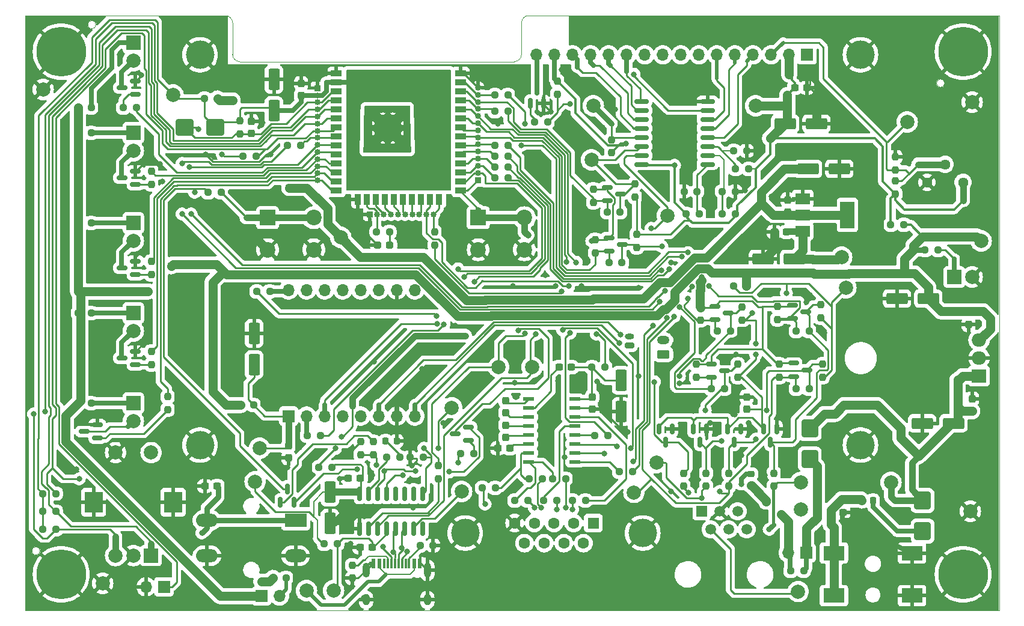
<source format=gbr>
%TF.GenerationSoftware,KiCad,Pcbnew,7.0.5*%
%TF.CreationDate,2025-09-10T14:00:19-04:00*%
%TF.ProjectId,PWA_REV2,5057415f-5245-4563-922e-6b696361645f,2.0*%
%TF.SameCoordinates,Original*%
%TF.FileFunction,Copper,L1,Top*%
%TF.FilePolarity,Positive*%
%FSLAX46Y46*%
G04 Gerber Fmt 4.6, Leading zero omitted, Abs format (unit mm)*
G04 Created by KiCad (PCBNEW 7.0.5) date 2025-09-10 14:00:19*
%MOMM*%
%LPD*%
G01*
G04 APERTURE LIST*
G04 Aperture macros list*
%AMRoundRect*
0 Rectangle with rounded corners*
0 $1 Rounding radius*
0 $2 $3 $4 $5 $6 $7 $8 $9 X,Y pos of 4 corners*
0 Add a 4 corners polygon primitive as box body*
4,1,4,$2,$3,$4,$5,$6,$7,$8,$9,$2,$3,0*
0 Add four circle primitives for the rounded corners*
1,1,$1+$1,$2,$3*
1,1,$1+$1,$4,$5*
1,1,$1+$1,$6,$7*
1,1,$1+$1,$8,$9*
0 Add four rect primitives between the rounded corners*
20,1,$1+$1,$2,$3,$4,$5,0*
20,1,$1+$1,$4,$5,$6,$7,0*
20,1,$1+$1,$6,$7,$8,$9,0*
20,1,$1+$1,$8,$9,$2,$3,0*%
G04 Aperture macros list end*
%TA.AperFunction,SMDPad,CuDef*%
%ADD10RoundRect,0.150000X0.150000X-0.587500X0.150000X0.587500X-0.150000X0.587500X-0.150000X-0.587500X0*%
%TD*%
%TA.AperFunction,SMDPad,CuDef*%
%ADD11RoundRect,0.237500X0.237500X-0.250000X0.237500X0.250000X-0.237500X0.250000X-0.237500X-0.250000X0*%
%TD*%
%TA.AperFunction,SMDPad,CuDef*%
%ADD12RoundRect,0.237500X0.250000X0.237500X-0.250000X0.237500X-0.250000X-0.237500X0.250000X-0.237500X0*%
%TD*%
%TA.AperFunction,SMDPad,CuDef*%
%ADD13RoundRect,0.237500X-0.250000X-0.237500X0.250000X-0.237500X0.250000X0.237500X-0.250000X0.237500X0*%
%TD*%
%TA.AperFunction,SMDPad,CuDef*%
%ADD14RoundRect,0.237500X-0.237500X0.250000X-0.237500X-0.250000X0.237500X-0.250000X0.237500X0.250000X0*%
%TD*%
%TA.AperFunction,SMDPad,CuDef*%
%ADD15RoundRect,0.237500X-0.300000X-0.237500X0.300000X-0.237500X0.300000X0.237500X-0.300000X0.237500X0*%
%TD*%
%TA.AperFunction,SMDPad,CuDef*%
%ADD16RoundRect,0.150000X0.875000X0.150000X-0.875000X0.150000X-0.875000X-0.150000X0.875000X-0.150000X0*%
%TD*%
%TA.AperFunction,SMDPad,CuDef*%
%ADD17RoundRect,0.250000X-1.250000X-0.550000X1.250000X-0.550000X1.250000X0.550000X-1.250000X0.550000X0*%
%TD*%
%TA.AperFunction,SMDPad,CuDef*%
%ADD18RoundRect,0.237500X0.300000X0.237500X-0.300000X0.237500X-0.300000X-0.237500X0.300000X-0.237500X0*%
%TD*%
%TA.AperFunction,SMDPad,CuDef*%
%ADD19RoundRect,0.150000X0.150000X-0.825000X0.150000X0.825000X-0.150000X0.825000X-0.150000X-0.825000X0*%
%TD*%
%TA.AperFunction,SMDPad,CuDef*%
%ADD20RoundRect,0.218750X0.218750X0.256250X-0.218750X0.256250X-0.218750X-0.256250X0.218750X-0.256250X0*%
%TD*%
%TA.AperFunction,ComponentPad*%
%ADD21R,2.200000X2.200000*%
%TD*%
%TA.AperFunction,ComponentPad*%
%ADD22C,2.200000*%
%TD*%
%TA.AperFunction,ComponentPad*%
%ADD23C,0.800000*%
%TD*%
%TA.AperFunction,ComponentPad*%
%ADD24C,7.000000*%
%TD*%
%TA.AperFunction,SMDPad,CuDef*%
%ADD25RoundRect,0.150000X0.587500X0.150000X-0.587500X0.150000X-0.587500X-0.150000X0.587500X-0.150000X0*%
%TD*%
%TA.AperFunction,SMDPad,CuDef*%
%ADD26RoundRect,0.250000X-0.550000X1.250000X-0.550000X-1.250000X0.550000X-1.250000X0.550000X1.250000X0*%
%TD*%
%TA.AperFunction,SMDPad,CuDef*%
%ADD27R,0.600000X1.450000*%
%TD*%
%TA.AperFunction,SMDPad,CuDef*%
%ADD28R,0.300000X1.450000*%
%TD*%
%TA.AperFunction,ComponentPad*%
%ADD29O,1.000000X2.100000*%
%TD*%
%TA.AperFunction,ComponentPad*%
%ADD30O,1.000000X1.600000*%
%TD*%
%TA.AperFunction,SMDPad,CuDef*%
%ADD31RoundRect,0.250000X1.000000X0.900000X-1.000000X0.900000X-1.000000X-0.900000X1.000000X-0.900000X0*%
%TD*%
%TA.AperFunction,SMDPad,CuDef*%
%ADD32RoundRect,0.250000X-0.900000X1.000000X-0.900000X-1.000000X0.900000X-1.000000X0.900000X1.000000X0*%
%TD*%
%TA.AperFunction,ComponentPad*%
%ADD33RoundRect,0.200000X0.450000X-0.200000X0.450000X0.200000X-0.450000X0.200000X-0.450000X-0.200000X0*%
%TD*%
%TA.AperFunction,ComponentPad*%
%ADD34O,1.300000X0.800000*%
%TD*%
%TA.AperFunction,SMDPad,CuDef*%
%ADD35RoundRect,0.250000X1.250000X0.550000X-1.250000X0.550000X-1.250000X-0.550000X1.250000X-0.550000X0*%
%TD*%
%TA.AperFunction,SMDPad,CuDef*%
%ADD36RoundRect,0.237500X-0.237500X0.300000X-0.237500X-0.300000X0.237500X-0.300000X0.237500X0.300000X0*%
%TD*%
%TA.AperFunction,ComponentPad*%
%ADD37R,1.700000X1.700000*%
%TD*%
%TA.AperFunction,ComponentPad*%
%ADD38O,1.700000X1.700000*%
%TD*%
%TA.AperFunction,SMDPad,CuDef*%
%ADD39R,3.000000X2.000000*%
%TD*%
%TA.AperFunction,SMDPad,CuDef*%
%ADD40R,2.999999X2.000000*%
%TD*%
%TA.AperFunction,SMDPad,CuDef*%
%ADD41RoundRect,0.237500X0.237500X-0.300000X0.237500X0.300000X-0.237500X0.300000X-0.237500X-0.300000X0*%
%TD*%
%TA.AperFunction,ComponentPad*%
%ADD42R,1.520000X1.520000*%
%TD*%
%TA.AperFunction,ComponentPad*%
%ADD43C,1.520000*%
%TD*%
%TA.AperFunction,SMDPad,CuDef*%
%ADD44RoundRect,0.218750X0.256250X-0.218750X0.256250X0.218750X-0.256250X0.218750X-0.256250X-0.218750X0*%
%TD*%
%TA.AperFunction,ComponentPad*%
%ADD45RoundRect,0.250000X0.625000X-0.350000X0.625000X0.350000X-0.625000X0.350000X-0.625000X-0.350000X0*%
%TD*%
%TA.AperFunction,ComponentPad*%
%ADD46O,1.750000X1.200000*%
%TD*%
%TA.AperFunction,SMDPad,CuDef*%
%ADD47RoundRect,0.150000X-0.587500X-0.150000X0.587500X-0.150000X0.587500X0.150000X-0.587500X0.150000X0*%
%TD*%
%TA.AperFunction,ComponentPad*%
%ADD48C,2.000000*%
%TD*%
%TA.AperFunction,ComponentPad*%
%ADD49C,4.000000*%
%TD*%
%TA.AperFunction,ComponentPad*%
%ADD50R,1.600000X1.600000*%
%TD*%
%TA.AperFunction,ComponentPad*%
%ADD51C,1.600000*%
%TD*%
%TA.AperFunction,SMDPad,CuDef*%
%ADD52RoundRect,0.250000X0.550000X-1.250000X0.550000X1.250000X-0.550000X1.250000X-0.550000X-1.250000X0*%
%TD*%
%TA.AperFunction,SMDPad,CuDef*%
%ADD53R,2.000000X1.500000*%
%TD*%
%TA.AperFunction,SMDPad,CuDef*%
%ADD54R,2.000000X3.800000*%
%TD*%
%TA.AperFunction,ComponentPad*%
%ADD55R,0.850000X0.850000*%
%TD*%
%TA.AperFunction,ComponentPad*%
%ADD56O,0.850000X0.850000*%
%TD*%
%TA.AperFunction,ComponentPad*%
%ADD57R,2.000000X1.905000*%
%TD*%
%TA.AperFunction,ComponentPad*%
%ADD58O,2.000000X1.905000*%
%TD*%
%TA.AperFunction,SMDPad,CuDef*%
%ADD59RoundRect,0.150000X-0.150000X0.587500X-0.150000X-0.587500X0.150000X-0.587500X0.150000X0.587500X0*%
%TD*%
%TA.AperFunction,SMDPad,CuDef*%
%ADD60R,1.500000X0.900000*%
%TD*%
%TA.AperFunction,SMDPad,CuDef*%
%ADD61R,0.900000X1.500000*%
%TD*%
%TA.AperFunction,SMDPad,CuDef*%
%ADD62R,0.900000X0.900000*%
%TD*%
%TA.AperFunction,HeatsinkPad*%
%ADD63C,0.600000*%
%TD*%
%TA.AperFunction,SMDPad,CuDef*%
%ADD64R,3.800000X3.800000*%
%TD*%
%TA.AperFunction,SMDPad,CuDef*%
%ADD65RoundRect,0.237500X-0.287500X-0.237500X0.287500X-0.237500X0.287500X0.237500X-0.287500X0.237500X0*%
%TD*%
%TA.AperFunction,SMDPad,CuDef*%
%ADD66RoundRect,0.137500X-0.662500X-0.137500X0.662500X-0.137500X0.662500X0.137500X-0.662500X0.137500X0*%
%TD*%
%TA.AperFunction,ComponentPad*%
%ADD67R,2.000000X2.000000*%
%TD*%
%TA.AperFunction,ComponentPad*%
%ADD68C,1.440000*%
%TD*%
%TA.AperFunction,ComponentPad*%
%ADD69R,3.048000X1.850000*%
%TD*%
%TA.AperFunction,ComponentPad*%
%ADD70O,3.048000X1.850000*%
%TD*%
%TA.AperFunction,ComponentPad*%
%ADD71R,1.524000X1.524000*%
%TD*%
%TA.AperFunction,ComponentPad*%
%ADD72C,1.524000*%
%TD*%
%TA.AperFunction,ComponentPad*%
%ADD73R,2.500000X3.000000*%
%TD*%
%TA.AperFunction,ViaPad*%
%ADD74C,0.800000*%
%TD*%
%TA.AperFunction,ViaPad*%
%ADD75C,2.540000*%
%TD*%
%TA.AperFunction,ViaPad*%
%ADD76C,1.270000*%
%TD*%
%TA.AperFunction,Conductor*%
%ADD77C,0.250000*%
%TD*%
%TA.AperFunction,Conductor*%
%ADD78C,0.635000*%
%TD*%
%TA.AperFunction,Conductor*%
%ADD79C,1.270000*%
%TD*%
%TA.AperFunction,Conductor*%
%ADD80C,0.508000*%
%TD*%
%TA.AperFunction,Conductor*%
%ADD81C,1.016000*%
%TD*%
%TA.AperFunction,Conductor*%
%ADD82C,0.350000*%
%TD*%
%TA.AperFunction,Conductor*%
%ADD83C,0.762000*%
%TD*%
%TA.AperFunction,Conductor*%
%ADD84C,0.200000*%
%TD*%
%TA.AperFunction,Conductor*%
%ADD85C,0.700000*%
%TD*%
%TA.AperFunction,Conductor*%
%ADD86C,0.889000*%
%TD*%
%TA.AperFunction,Conductor*%
%ADD87C,0.254000*%
%TD*%
%TA.AperFunction,Conductor*%
%ADD88C,0.381000*%
%TD*%
%TA.AperFunction,Profile*%
%ADD89C,0.050000*%
%TD*%
%TA.AperFunction,Profile*%
%ADD90C,0.120000*%
%TD*%
G04 APERTURE END LIST*
D10*
%TO.P,Q301,1,G*%
%TO.N,Net-(Q301-G)*%
X127000000Y-30147500D03*
%TO.P,Q301,2,S*%
%TO.N,GND*%
X128900000Y-30147500D03*
%TO.P,Q301,3,D*%
%TO.N,Net-(Q301-D)*%
X127950000Y-28272500D03*
%TD*%
D11*
%TO.P,R201,1*%
%TO.N,Net-(Q201-B)*%
X75946000Y-73302500D03*
%TO.P,R201,2*%
%TO.N,Light0*%
X75946000Y-71477500D03*
%TD*%
D12*
%TO.P,R202,1*%
%TO.N,Net-(D201-Pad1)*%
X65174500Y-72390000D03*
%TO.P,R202,2*%
%TO.N,+5V*%
X63349500Y-72390000D03*
%TD*%
D11*
%TO.P,R203,1*%
%TO.N,Net-(Q202-B)*%
X73660000Y-66952500D03*
%TO.P,R203,2*%
%TO.N,Light1*%
X73660000Y-65127500D03*
%TD*%
D12*
%TO.P,R204,1*%
%TO.N,Net-(D202-Pad1)*%
X65174500Y-59690000D03*
%TO.P,R204,2*%
%TO.N,+5V*%
X63349500Y-59690000D03*
%TD*%
%TO.P,R206,1*%
%TO.N,Net-(D203-Pad1)*%
X65174500Y-46990000D03*
%TO.P,R206,2*%
%TO.N,+5V*%
X63349500Y-46990000D03*
%TD*%
D11*
%TO.P,R207,1*%
%TO.N,Net-(Q204-B)*%
X73660000Y-41552500D03*
%TO.P,R207,2*%
%TO.N,Light3*%
X73660000Y-39727500D03*
%TD*%
D12*
%TO.P,R208,1*%
%TO.N,Net-(D204-Pad1)*%
X65174500Y-34290000D03*
%TO.P,R208,2*%
%TO.N,+5V*%
X63349500Y-34290000D03*
%TD*%
%TO.P,R210,1*%
%TO.N,Net-(D205-Pad1)*%
X65174500Y-30734000D03*
%TO.P,R210,2*%
%TO.N,+5V*%
X63349500Y-30734000D03*
%TD*%
%TO.P,R303,1*%
%TO.N,Net-(U301-A0)*%
X150772500Y-45720000D03*
%TO.P,R303,2*%
%TO.N,/LCD And I2C Interface/Vcc_LCD*%
X148947500Y-45720000D03*
%TD*%
D11*
%TO.P,R311,1*%
%TO.N,Net-(U301-P3)*%
X130810000Y-28852500D03*
%TO.P,R311,2*%
%TO.N,/LCD And I2C Interface/Vcc_LCD*%
X130810000Y-27027500D03*
%TD*%
D13*
%TO.P,R310,1*%
%TO.N,/LCD And I2C Interface/Vcc_LCD*%
X177776500Y-47244000D03*
%TO.P,R310,2*%
%TO.N,+5V*%
X179601500Y-47244000D03*
%TD*%
D12*
%TO.P,R309,1*%
%TO.N,Net-(U301-A0)*%
X150495000Y-42545000D03*
%TO.P,R309,2*%
%TO.N,GND*%
X148670000Y-42545000D03*
%TD*%
D13*
%TO.P,R302,1*%
%TO.N,Net-(U301-A1)*%
X154027500Y-45720000D03*
%TO.P,R302,2*%
%TO.N,/LCD And I2C Interface/Vcc_LCD*%
X155852500Y-45720000D03*
%TD*%
%TO.P,R307,1*%
%TO.N,Net-(U301-A1)*%
X154027500Y-42545000D03*
%TO.P,R307,2*%
%TO.N,GND*%
X155852500Y-42545000D03*
%TD*%
D14*
%TO.P,R304,1*%
%TO.N,Net-(U301-~{INT})*%
X138430000Y-35282500D03*
%TO.P,R304,2*%
%TO.N,/LCD And I2C Interface/Vcc_LCD*%
X138430000Y-37107500D03*
%TD*%
D15*
%TO.P,C301,1*%
%TO.N,/LCD And I2C Interface/Vcc_LCD*%
X164237500Y-27940000D03*
%TO.P,C301,2*%
%TO.N,GND*%
X165962500Y-27940000D03*
%TD*%
D16*
%TO.P,U301,1,A0*%
%TO.N,Net-(U301-A0)*%
X151970000Y-38735000D03*
%TO.P,U301,2,A1*%
%TO.N,Net-(U301-A1)*%
X151970000Y-37465000D03*
%TO.P,U301,3,A2*%
%TO.N,Net-(U301-A2)*%
X151970000Y-36195000D03*
%TO.P,U301,4,P0*%
%TO.N,Net-(U301-P0)*%
X151970000Y-34925000D03*
%TO.P,U301,5,P1*%
%TO.N,Net-(U301-P1)*%
X151970000Y-33655000D03*
%TO.P,U301,6,P2*%
%TO.N,Net-(U301-P2)*%
X151970000Y-32385000D03*
%TO.P,U301,7,P3*%
%TO.N,Net-(U301-P3)*%
X151970000Y-31115000D03*
%TO.P,U301,8,VSS*%
%TO.N,GND*%
X151970000Y-29845000D03*
%TO.P,U301,9,P4*%
%TO.N,Net-(U301-P4)*%
X142670000Y-29845000D03*
%TO.P,U301,10,P5*%
%TO.N,Net-(U301-P5)*%
X142670000Y-31115000D03*
%TO.P,U301,11,P6*%
%TO.N,Net-(U301-P6)*%
X142670000Y-32385000D03*
%TO.P,U301,12,P7*%
%TO.N,Net-(U301-P7)*%
X142670000Y-33655000D03*
%TO.P,U301,13,~{INT}*%
%TO.N,Net-(U301-~{INT})*%
X142670000Y-34925000D03*
%TO.P,U301,14,SCL*%
%TO.N,Net-(Q401-D)*%
X142670000Y-36195000D03*
%TO.P,U301,15,SDA*%
%TO.N,Net-(Q402-D)*%
X142670000Y-37465000D03*
%TO.P,U301,16,VDD*%
%TO.N,/LCD And I2C Interface/Vcc_LCD*%
X142670000Y-38735000D03*
%TD*%
D13*
%TO.P,R301,1*%
%TO.N,Net-(U301-A2)*%
X155932500Y-39370000D03*
%TO.P,R301,2*%
%TO.N,/LCD And I2C Interface/Vcc_LCD*%
X157757500Y-39370000D03*
%TD*%
%TO.P,R305,1*%
%TO.N,Net-(U301-A2)*%
X155655000Y-36830000D03*
%TO.P,R305,2*%
%TO.N,GND*%
X157480000Y-36830000D03*
%TD*%
D17*
%TO.P,C302,1*%
%TO.N,/LCD And I2C Interface/Vcc_LCD*%
X162900000Y-33020000D03*
%TO.P,C302,2*%
%TO.N,GND*%
X167300000Y-33020000D03*
%TD*%
D13*
%TO.P,R504,1*%
%TO.N,GND*%
X110085500Y-80010000D03*
%TO.P,R504,2*%
%TO.N,Net-(U501-~{CTS})*%
X111910500Y-80010000D03*
%TD*%
D14*
%TO.P,R502,1*%
%TO.N,ControllerRX*%
X114046000Y-81233000D03*
%TO.P,R502,2*%
%TO.N,Net-(U501-TXD)*%
X114046000Y-83058000D03*
%TD*%
D13*
%TO.P,R501,1*%
%TO.N,Net-(U501-TNOW)*%
X106783500Y-80010000D03*
%TO.P,R501,2*%
%TO.N,Net-(D501-A)*%
X108608500Y-80010000D03*
%TD*%
D18*
%TO.P,C501,1*%
%TO.N,/USB_UART/3V3USB*%
X103097500Y-82931000D03*
%TO.P,C501,2*%
%TO.N,GND*%
X101372500Y-82931000D03*
%TD*%
%TO.P,C503,1*%
%TO.N,/USB_UART/V3*%
X104748500Y-92710000D03*
%TO.P,C503,2*%
%TO.N,GND*%
X103023500Y-92710000D03*
%TD*%
D19*
%TO.P,U501,1,GND*%
%TO.N,GND*%
X102985500Y-90105000D03*
%TO.P,U501,2,TXD*%
%TO.N,Net-(U501-TXD)*%
X104255500Y-90105000D03*
%TO.P,U501,3,RXD*%
%TO.N,Net-(U501-RXD)*%
X105525500Y-90105000D03*
%TO.P,U501,4,V3*%
%TO.N,/USB_UART/V3*%
X106795500Y-90105000D03*
%TO.P,U501,5,UD+*%
%TO.N,Net-(U501-UD+)*%
X108065500Y-90105000D03*
%TO.P,U501,6,UD-*%
%TO.N,Net-(U501-UD-)*%
X109335500Y-90105000D03*
%TO.P,U501,7,RST#*%
%TO.N,Net-(U501-RST#)*%
X110605500Y-90105000D03*
%TO.P,U501,8,NC*%
%TO.N,unconnected-(U501-NC-Pad8)*%
X111875500Y-90105000D03*
%TO.P,U501,9,~{CTS}*%
%TO.N,Net-(U501-~{CTS})*%
X111875500Y-85155000D03*
%TO.P,U501,10,~{DSR}*%
%TO.N,unconnected-(U501-~{DSR}-Pad10)*%
X110605500Y-85155000D03*
%TO.P,U501,11,~{RI}*%
%TO.N,unconnected-(U501-~{RI}-Pad11)*%
X109335500Y-85155000D03*
%TO.P,U501,12,~{DCD}*%
%TO.N,unconnected-(U501-~{DCD}-Pad12)*%
X108065500Y-85155000D03*
%TO.P,U501,13,~{DTR}*%
%TO.N,Net-(Q207-E)*%
X106795500Y-85155000D03*
%TO.P,U501,14,~{RTS}*%
%TO.N,Net-(Q206-E)*%
X105525500Y-85155000D03*
%TO.P,U501,15,TNOW*%
%TO.N,Net-(U501-TNOW)*%
X104255500Y-85155000D03*
%TO.P,U501,16,VCC*%
%TO.N,/USB_UART/3V3USB*%
X102985500Y-85155000D03*
%TD*%
D20*
%TO.P,D501,1,K*%
%TO.N,GND*%
X108229500Y-77724000D03*
%TO.P,D501,2,A*%
%TO.N,Net-(D501-A)*%
X106654500Y-77724000D03*
%TD*%
D13*
%TO.P,R101,1*%
%TO.N,/3v3Controller*%
X81129500Y-29464000D03*
%TO.P,R101,2*%
%TO.N,+3.3V*%
X82954500Y-29464000D03*
%TD*%
D11*
%TO.P,R102,1*%
%TO.N,nRESET*%
X86106000Y-34440500D03*
%TO.P,R102,2*%
%TO.N,/3v3Controller*%
X86106000Y-32615500D03*
%TD*%
D21*
%TO.P,S101,1*%
%TO.N,Net-(R1008-Pad2)*%
X90020000Y-46264000D03*
D22*
%TO.P,S101,2*%
X96520000Y-46264000D03*
%TO.P,S101,3*%
%TO.N,GND*%
X90020000Y-50764000D03*
%TO.P,S101,4*%
X96520000Y-50764000D03*
%TD*%
D12*
%TO.P,R603,1*%
%TO.N,Switch_Mute*%
X88392000Y-37592000D03*
%TO.P,R603,2*%
%TO.N,+3.3V*%
X86567000Y-37592000D03*
%TD*%
D23*
%TO.P,H101,1,1*%
%TO.N,GND*%
X58335000Y-22860000D03*
X59103845Y-21003845D03*
X59103845Y-24716155D03*
X60960000Y-20235000D03*
D24*
X60960000Y-22860000D03*
D23*
X60960000Y-25485000D03*
X62816155Y-21003845D03*
X62816155Y-24716155D03*
X63585000Y-22860000D03*
%TD*%
%TO.P,H102,1,1*%
%TO.N,GND*%
X185335000Y-22860000D03*
X186103845Y-21003845D03*
X186103845Y-24716155D03*
X187960000Y-20235000D03*
D24*
X187960000Y-22860000D03*
D23*
X187960000Y-25485000D03*
X189816155Y-21003845D03*
X189816155Y-24716155D03*
X190585000Y-22860000D03*
%TD*%
%TO.P,H104,1,1*%
%TO.N,GND*%
X185335000Y-96520000D03*
X186103845Y-94663845D03*
X186103845Y-98376155D03*
X187960000Y-93895000D03*
D24*
X187960000Y-96520000D03*
D23*
X187960000Y-99145000D03*
X189816155Y-94663845D03*
X189816155Y-98376155D03*
X190585000Y-96520000D03*
%TD*%
D25*
%TO.P,Q201,1,B*%
%TO.N,Net-(Q201-B)*%
X66040000Y-77338000D03*
%TO.P,Q201,2,E*%
%TO.N,GND*%
X66040000Y-75438000D03*
%TO.P,Q201,3,C*%
%TO.N,Net-(Q201-C)*%
X64165000Y-76388000D03*
%TD*%
%TO.P,Q202,1,B*%
%TO.N,Net-(Q202-B)*%
X71422500Y-66990000D03*
%TO.P,Q202,2,E*%
%TO.N,GND*%
X71422500Y-65090000D03*
%TO.P,Q202,3,C*%
%TO.N,Net-(Q202-C)*%
X69547500Y-66040000D03*
%TD*%
%TO.P,Q203,1,B*%
%TO.N,Net-(Q203-B)*%
X71422500Y-54290000D03*
%TO.P,Q203,2,E*%
%TO.N,GND*%
X71422500Y-52390000D03*
%TO.P,Q203,3,C*%
%TO.N,Net-(Q203-C)*%
X69547500Y-53340000D03*
%TD*%
%TO.P,Q204,1,B*%
%TO.N,Net-(Q204-B)*%
X71422500Y-41590000D03*
%TO.P,Q204,2,E*%
%TO.N,GND*%
X71422500Y-39690000D03*
%TO.P,Q204,3,C*%
%TO.N,Net-(Q204-C)*%
X69547500Y-40640000D03*
%TD*%
%TO.P,Q205,1,B*%
%TO.N,Net-(Q205-B)*%
X71422500Y-28890000D03*
%TO.P,Q205,2,E*%
%TO.N,GND*%
X71422500Y-26990000D03*
%TO.P,Q205,3,C*%
%TO.N,Net-(Q205-C)*%
X69547500Y-27940000D03*
%TD*%
D13*
%TO.P,R209,1*%
%TO.N,Net-(Q205-B)*%
X69699500Y-30734000D03*
%TO.P,R209,2*%
%TO.N,Light4*%
X71524500Y-30734000D03*
%TD*%
D26*
%TO.P,C502,1*%
%TO.N,/USB_UART/3V3USB*%
X98806000Y-84922000D03*
%TO.P,C502,2*%
%TO.N,GND*%
X98806000Y-89322000D03*
%TD*%
D27*
%TO.P,J501,A1,GND*%
%TO.N,GND*%
X104954000Y-95015000D03*
%TO.P,J501,A4,VBUS*%
%TO.N,VBus*%
X105754000Y-95015000D03*
D28*
%TO.P,J501,A5,CC1*%
%TO.N,Net-(J501-CC1)*%
X106954000Y-95015000D03*
%TO.P,J501,A6,D+*%
%TO.N,Net-(U501-UD+)*%
X107954000Y-95015000D03*
%TO.P,J501,A7,D-*%
%TO.N,Net-(U501-UD-)*%
X108454000Y-95015000D03*
%TO.P,J501,A8,SBU1*%
%TO.N,unconnected-(J501-SBU1-PadA8)*%
X109454000Y-95015000D03*
D27*
%TO.P,J501,A9,VBUS*%
%TO.N,VBus*%
X110654000Y-95015000D03*
%TO.P,J501,A12,GND*%
%TO.N,GND*%
X111454000Y-95015000D03*
%TO.P,J501,B1,GND*%
X111454000Y-95015000D03*
%TO.P,J501,B4,VBUS*%
%TO.N,VBus*%
X110654000Y-95015000D03*
D28*
%TO.P,J501,B5,CC2*%
%TO.N,Net-(J501-CC2)*%
X109954000Y-95015000D03*
%TO.P,J501,B6,D+*%
%TO.N,Net-(U501-UD+)*%
X108954000Y-95015000D03*
%TO.P,J501,B7,D-*%
%TO.N,Net-(U501-UD-)*%
X107454000Y-95015000D03*
%TO.P,J501,B8,SBU2*%
%TO.N,unconnected-(J501-SBU2-PadB8)*%
X106454000Y-95015000D03*
D27*
%TO.P,J501,B9,VBUS*%
%TO.N,VBus*%
X105754000Y-95015000D03*
%TO.P,J501,B12,GND*%
%TO.N,GND*%
X104954000Y-95015000D03*
D29*
%TO.P,J501,S1,SHIELD*%
X103884000Y-95930000D03*
D30*
X103884000Y-100110000D03*
D29*
X112524000Y-95930000D03*
D30*
X112524000Y-100110000D03*
%TD*%
D18*
%TO.P,C602,1*%
%TO.N,Switch_Mute*%
X82904500Y-84074000D03*
%TO.P,C602,2*%
%TO.N,GND*%
X81179500Y-84074000D03*
%TD*%
D31*
%TO.P,D103,1,K*%
%TO.N,/3v3Controller*%
X82668000Y-33528000D03*
%TO.P,D103,2,A*%
%TO.N,nRESET*%
X78368000Y-33528000D03*
%TD*%
D32*
%TO.P,D104,1,K*%
%TO.N,Vin*%
X166370000Y-75955000D03*
%TO.P,D104,2,A*%
%TO.N,Net-(D104-A)*%
X166370000Y-80255000D03*
%TD*%
D33*
%TO.P,J601,1*%
%TO.N,Net-(J603-SPK_2)*%
X140970000Y-64262000D03*
D34*
%TO.P,J601,2*%
%TO.N,Net-(J603-SPK_1)*%
X140970000Y-63012000D03*
%TD*%
D13*
%TO.P,R107,1*%
%TO.N,ControllerVcc*%
X163679500Y-96012000D03*
%TO.P,R107,2*%
%TO.N,Net-(D104-A)*%
X165504500Y-96012000D03*
%TD*%
D14*
%TO.P,R306,1*%
%TO.N,Net-(U302-VO)*%
X178425000Y-41082500D03*
%TO.P,R306,2*%
%TO.N,/LCD And I2C Interface/Vcc_LCD*%
X178425000Y-42907500D03*
%TD*%
%TO.P,R308,1*%
%TO.N,GND*%
X178435000Y-37695500D03*
%TO.P,R308,2*%
%TO.N,Net-(U302-VO)*%
X178435000Y-39520500D03*
%TD*%
D35*
%TO.P,C109,1*%
%TO.N,+5V*%
X183048000Y-57658000D03*
%TO.P,C109,2*%
%TO.N,GND*%
X178648000Y-57658000D03*
%TD*%
D36*
%TO.P,C108,1*%
%TO.N,+5V*%
X188722000Y-59589500D03*
%TO.P,C108,2*%
%TO.N,GND*%
X188722000Y-61314500D03*
%TD*%
D32*
%TO.P,D101,1,K*%
%TO.N,Vin*%
X182245000Y-86115000D03*
%TO.P,D101,2,A*%
%TO.N,Net-(D101-A)*%
X182245000Y-90415000D03*
%TD*%
D35*
%TO.P,C102,1*%
%TO.N,Vin*%
X186604000Y-75237500D03*
%TO.P,C102,2*%
%TO.N,GND*%
X182204000Y-75237500D03*
%TD*%
D15*
%TO.P,C101,1*%
%TO.N,Net-(C101-Pad1)*%
X169317500Y-87807800D03*
%TO.P,C101,2*%
%TO.N,GND*%
X171042500Y-87807800D03*
%TD*%
D37*
%TO.P,J102,1*%
%TO.N,+5V*%
X89149000Y-99568000D03*
D38*
%TO.P,J102,2*%
%TO.N,VBus*%
X91689000Y-99568000D03*
%TD*%
D23*
%TO.P,H103,1,1*%
%TO.N,GND*%
X58335000Y-96520000D03*
X59103845Y-94663845D03*
X59103845Y-98376155D03*
X60960000Y-93895000D03*
D24*
X60960000Y-96520000D03*
D23*
X60960000Y-99145000D03*
X62816155Y-94663845D03*
X62816155Y-98376155D03*
X63585000Y-96520000D03*
%TD*%
D39*
%TO.P,J101,1*%
%TO.N,Net-(C101-Pad1)*%
X169760000Y-93520000D03*
%TO.P,J101,2*%
%TO.N,GND*%
X180760000Y-93520000D03*
%TO.P,J101,3*%
X180760000Y-99520000D03*
D40*
%TO.P,J101,4*%
%TO.N,Net-(C101-Pad1)*%
X169760000Y-99520000D03*
%TD*%
D41*
%TO.P,C105,1*%
%TO.N,Vin*%
X189230000Y-73506500D03*
%TO.P,C105,2*%
%TO.N,GND*%
X189230000Y-71781500D03*
%TD*%
D12*
%TO.P,R106,1*%
%TO.N,VBus*%
X92606500Y-97028000D03*
%TO.P,R106,2*%
%TO.N,+5V*%
X90781500Y-97028000D03*
%TD*%
D20*
%TO.P,F101,1*%
%TO.N,Net-(D101-A)*%
X175285500Y-86106000D03*
%TO.P,F101,2*%
%TO.N,Net-(C101-Pad1)*%
X173710500Y-86106000D03*
%TD*%
D42*
%TO.P,J401,1*%
%TO.N,/SPI Peripherial/SS*%
X151130000Y-87630000D03*
D43*
%TO.P,J401,2*%
%TO.N,/SPI Peripherial/MOSI*%
X152400000Y-90170000D03*
%TO.P,J401,3*%
%TO.N,GND*%
X153670000Y-87630000D03*
%TO.P,J401,4*%
%TO.N,SPI_SCK*%
X154940000Y-90170000D03*
%TO.P,J401,5*%
%TO.N,/SPI Peripherial/+12in*%
X156210000Y-87630000D03*
%TO.P,J401,6*%
%TO.N,/SPI Peripherial/MISO*%
X157480000Y-90170000D03*
%TD*%
D14*
%TO.P,R402,1*%
%TO.N,Net-(D304-COM)*%
X154940000Y-82272500D03*
%TO.P,R402,2*%
%TO.N,SPI_SCK*%
X154940000Y-84097500D03*
%TD*%
%TO.P,R404,1*%
%TO.N,Net-(D301-COM)*%
X151765000Y-82272500D03*
%TO.P,R404,2*%
%TO.N,/SPI Peripherial/SS*%
X151765000Y-84097500D03*
%TD*%
%TO.P,R401,1*%
%TO.N,Net-(D302-COM)*%
X161290000Y-82272500D03*
%TO.P,R401,2*%
%TO.N,/SPI Peripherial/MISO*%
X161290000Y-84097500D03*
%TD*%
%TO.P,R403,1*%
%TO.N,Net-(D303-COM)*%
X148590000Y-82272500D03*
%TO.P,R403,2*%
%TO.N,/SPI Peripherial/MOSI*%
X148590000Y-84097500D03*
%TD*%
D44*
%TO.P,F401,1*%
%TO.N,ControllerVcc*%
X158115000Y-83972500D03*
%TO.P,F401,2*%
%TO.N,/SPI Peripherial/+12in*%
X158115000Y-82397500D03*
%TD*%
D11*
%TO.P,R205,1*%
%TO.N,Net-(Q203-B)*%
X73660000Y-54252500D03*
%TO.P,R205,2*%
%TO.N,Light2*%
X73660000Y-52427500D03*
%TD*%
D12*
%TO.P,R110,1*%
%TO.N,Net-(D105-Pad1)*%
X184427500Y-50800000D03*
%TO.P,R110,2*%
%TO.N,+5V*%
X182602500Y-50800000D03*
%TD*%
D13*
%TO.P,R710,1*%
%TO.N,/RS232/RS232_RTS*%
X126849500Y-83058000D03*
%TO.P,R710,2*%
%TO.N,/RS232/DCE_CTS*%
X128674500Y-83058000D03*
%TD*%
D37*
%TO.P,J603,1,VCC*%
%TO.N,/AlarmAudio/5VDFP*%
X92979000Y-74209710D03*
D38*
%TO.P,J603,2,RX*%
%TO.N,Net-(J603-RX)*%
X95519000Y-74209710D03*
%TO.P,J603,3,TX*%
%TO.N,Net-(J603-TX)*%
X98059000Y-74209710D03*
%TO.P,J603,4,DAC_R*%
%TO.N,unconnected-(J603-DAC_R-Pad4)*%
X100599000Y-74209710D03*
%TO.P,J603,5,DAC_I*%
%TO.N,unconnected-(J603-DAC_I-Pad5)*%
X103139000Y-74209710D03*
%TO.P,J603,6,SPK_1*%
%TO.N,Net-(J603-SPK_1)*%
X105679000Y-74209710D03*
%TO.P,J603,7,GND*%
%TO.N,GND*%
X108219000Y-74209710D03*
%TO.P,J603,8,SPK_2*%
%TO.N,Net-(J603-SPK_2)*%
X110759000Y-74209710D03*
%TO.P,J603,9,IO_1*%
%TO.N,unconnected-(J603-IO_1-Pad9)*%
X110759000Y-56429710D03*
%TO.P,J603,10,GND*%
%TO.N,GND*%
X108219000Y-56429710D03*
%TO.P,J603,11,IO_2*%
%TO.N,unconnected-(J603-IO_2-Pad11)*%
X105679000Y-56429710D03*
%TO.P,J603,12,ADKEY_1*%
%TO.N,unconnected-(J603-ADKEY_1-Pad12)*%
X103139000Y-56429710D03*
%TO.P,J603,13,ADKEY_2*%
%TO.N,unconnected-(J603-ADKEY_2-Pad13)*%
X100599000Y-56429710D03*
%TO.P,J603,14,USB+*%
%TO.N,unconnected-(J603-USB+-Pad14)*%
X98059000Y-56429710D03*
%TO.P,J603,15,USB-*%
%TO.N,unconnected-(J603-USB--Pad15)*%
X95519000Y-56429710D03*
%TO.P,J603,16,BUSY*%
%TO.N,Net-(J603-BUSY)*%
X92979000Y-56429710D03*
%TD*%
D11*
%TO.P,R318,1*%
%TO.N,CIPO*%
X161811000Y-60602500D03*
%TO.P,R318,2*%
%TO.N,+3.3V*%
X161811000Y-58777500D03*
%TD*%
%TO.P,R212,1*%
%TO.N,GND*%
X101955500Y-97062000D03*
%TO.P,R212,2*%
%TO.N,Net-(J501-CC1)*%
X101955500Y-95237000D03*
%TD*%
D18*
%TO.P,C703,1*%
%TO.N,/RS232/3v3RS232*%
X132795000Y-67310000D03*
%TO.P,C703,2*%
%TO.N,Net-(U701-VS+)*%
X131070000Y-67310000D03*
%TD*%
D36*
%TO.P,C702,1*%
%TO.N,Net-(U701-C2+)*%
X123547500Y-75491000D03*
%TO.P,C702,2*%
%TO.N,Net-(U701-C2-)*%
X123547500Y-77216000D03*
%TD*%
D45*
%TO.P,J604,1*%
%TO.N,Net-(J603-SPK_2)*%
X145754000Y-65516000D03*
D46*
%TO.P,J604,2*%
%TO.N,Net-(J603-SPK_1)*%
X145754000Y-63516000D03*
%TD*%
D14*
%TO.P,R1002,1*%
%TO.N,/+5esp32*%
X166792000Y-52173500D03*
%TO.P,R1002,2*%
%TO.N,+5V*%
X166792000Y-53998500D03*
%TD*%
D47*
%TO.P,Q401,1,G*%
%TO.N,+3.3V*%
X137825000Y-41976000D03*
%TO.P,Q401,2,S*%
%TO.N,SCL*%
X137825000Y-43876000D03*
%TO.P,Q401,3,D*%
%TO.N,Net-(Q401-D)*%
X139700000Y-42926000D03*
%TD*%
D48*
%TO.P,TP102,1,1*%
%TO.N,Vin*%
X177800000Y-83566000D03*
%TD*%
%TO.P,TP105,1,1*%
%TO.N,GND*%
X188976000Y-87630000D03*
%TD*%
%TO.P,TP101,1,1*%
%TO.N,GND*%
X189230000Y-29972000D03*
%TD*%
D13*
%TO.P,R707,1*%
%TO.N,/RS232/RS232_CTS*%
X124817500Y-86106000D03*
%TO.P,R707,2*%
%TO.N,Net-(J701-Pad4)*%
X126642500Y-86106000D03*
%TD*%
D12*
%TO.P,R114,1*%
%TO.N,SPI_SCK*%
X123848500Y-36068000D03*
%TO.P,R114,2*%
%TO.N,Net-(J106-Pin_6)*%
X122023500Y-36068000D03*
%TD*%
D49*
%TO.P,J701,0,PAD*%
%TO.N,GND*%
X117850000Y-90701000D03*
X142850000Y-90701000D03*
D50*
%TO.P,J701,1,1*%
%TO.N,unconnected-(J701-Pad1)*%
X135890000Y-89281000D03*
D51*
%TO.P,J701,2,2*%
%TO.N,/RS232/DCE_RX*%
X133120000Y-89281000D03*
%TO.P,J701,3,3*%
%TO.N,/RS232/DCE_TX*%
X130350000Y-89281000D03*
%TO.P,J701,4,4*%
%TO.N,Net-(J701-Pad4)*%
X127580000Y-89281000D03*
%TO.P,J701,5,5*%
%TO.N,GND*%
X124810000Y-89281000D03*
%TO.P,J701,6,6*%
%TO.N,Net-(J701-Pad6)*%
X134505000Y-92121000D03*
%TO.P,J701,7,7*%
%TO.N,/RS232/DCE_RTS*%
X131735000Y-92121000D03*
%TO.P,J701,8,8*%
%TO.N,/RS232/DCE_CTS*%
X128965000Y-92121000D03*
%TO.P,J701,9,9*%
%TO.N,unconnected-(J701-Pad9)*%
X126195000Y-92121000D03*
%TD*%
D41*
%TO.P,C1100,1*%
%TO.N,nRESET*%
X87757000Y-34390500D03*
%TO.P,C1100,2*%
%TO.N,GND*%
X87757000Y-32665500D03*
%TD*%
D13*
%TO.P,R1008,1*%
%TO.N,nRESET*%
X81637500Y-42672000D03*
%TO.P,R1008,2*%
%TO.N,Net-(R1008-Pad2)*%
X83462500Y-42672000D03*
%TD*%
D12*
%TO.P,R314,1*%
%TO.N,Net-(D301-COM)*%
X154341500Y-70358000D03*
%TO.P,R314,2*%
%TO.N,nCS*%
X152516500Y-70358000D03*
%TD*%
D11*
%TO.P,R409,1*%
%TO.N,Net-(Q402-D)*%
X141986000Y-50442500D03*
%TO.P,R409,2*%
%TO.N,/LCD And I2C Interface/Vcc_LCD*%
X141986000Y-48617500D03*
%TD*%
D14*
%TO.P,R702,1*%
%TO.N,TX1*%
X113538000Y-48260000D03*
%TO.P,R702,2*%
%TO.N,Net-(U701-T1IN)*%
X113538000Y-50085000D03*
%TD*%
D17*
%TO.P,C118,1*%
%TO.N,+3.3V*%
X166116000Y-39370000D03*
%TO.P,C118,2*%
%TO.N,GND*%
X170516000Y-39370000D03*
%TD*%
D48*
%TO.P,TP204,1,1*%
%TO.N,Net-(U501-RST#)*%
X117348000Y-84836000D03*
%TD*%
%TO.P,TP303,1,1*%
%TO.N,SPI_SCK*%
X141605000Y-84963000D03*
%TD*%
D12*
%TO.P,R408,1*%
%TO.N,Net-(Q402-D)*%
X139929000Y-52578000D03*
%TO.P,R408,2*%
%TO.N,SDA*%
X138104000Y-52578000D03*
%TD*%
%TO.P,R704,1*%
%TO.N,CTS1*%
X141374500Y-82042000D03*
%TO.P,R704,2*%
%TO.N,Net-(U701-R2OUT)*%
X139549500Y-82042000D03*
%TD*%
D13*
%TO.P,R711,1*%
%TO.N,/RS232/3v3RS232*%
X135692500Y-67310000D03*
%TO.P,R711,2*%
%TO.N,+3.3V*%
X137517500Y-67310000D03*
%TD*%
D48*
%TO.P,TP104,1,1*%
%TO.N,GND*%
X58420000Y-28194000D03*
%TD*%
%TO.P,TP402,1,1*%
%TO.N,Net-(U301-~{INT})*%
X135890000Y-30480000D03*
%TD*%
D13*
%TO.P,R709,1*%
%TO.N,/RS232/RS232_CTS*%
X130151500Y-83058000D03*
%TO.P,R709,2*%
%TO.N,/RS232/DCE_RTS*%
X131976500Y-83058000D03*
%TD*%
D12*
%TO.P,R705,1*%
%TO.N,/RS232/RS232_TX*%
X134770500Y-86106000D03*
%TO.P,R705,2*%
%TO.N,/RS232/DCE_RX*%
X132945500Y-86106000D03*
%TD*%
D48*
%TO.P,TP301,1,1*%
%TO.N,/SPI Peripherial/MISO*%
X165100000Y-83566000D03*
%TD*%
D12*
%TO.P,R708,1*%
%TO.N,/RS232/RS232_RTS*%
X122070500Y-84328000D03*
%TO.P,R708,2*%
%TO.N,Net-(J701-Pad6)*%
X120245500Y-84328000D03*
%TD*%
D41*
%TO.P,C117,1*%
%TO.N,+3.3V*%
X163236000Y-45466000D03*
%TO.P,C117,2*%
%TO.N,GND*%
X163236000Y-43741000D03*
%TD*%
D52*
%TO.P,C505,1*%
%TO.N,/AlarmAudio/5VDFP*%
X88138000Y-66970000D03*
%TO.P,C505,2*%
%TO.N,GND*%
X88138000Y-62570000D03*
%TD*%
D53*
%TO.P,U103,1,GND*%
%TO.N,GND*%
X165369200Y-43572400D03*
%TO.P,U103,2,VO*%
%TO.N,+3.3V*%
X165369200Y-45872400D03*
D54*
X171669200Y-45872400D03*
D53*
%TO.P,U103,3,VI*%
%TO.N,/+5esp32*%
X165369200Y-48172400D03*
%TD*%
D12*
%TO.P,R509,1*%
%TO.N,Net-(J603-TX)*%
X123848500Y-40640000D03*
%TO.P,R509,2*%
%TO.N,ControllerRX2*%
X122023500Y-40640000D03*
%TD*%
D47*
%TO.P,Q402,1,G*%
%TO.N,+3.3V*%
X138079000Y-49088000D03*
%TO.P,Q402,2,S*%
%TO.N,SDA*%
X138079000Y-50988000D03*
%TO.P,Q402,3,D*%
%TO.N,Net-(Q402-D)*%
X139954000Y-50038000D03*
%TD*%
D55*
%TO.P,J106,1,Pin_1*%
%TO.N,GPIO0*%
X119634000Y-40940000D03*
D56*
%TO.P,J106,2,Pin_2*%
%TO.N,Busy*%
X119634000Y-39940000D03*
%TO.P,J106,3,Pin_3*%
%TO.N,ControllerRX2*%
X119634000Y-38940000D03*
%TO.P,J106,4,Pin_4*%
%TO.N,Net-(J106-Pin_4)*%
X119634000Y-37940000D03*
%TO.P,J106,5,Pin_5*%
%TO.N,Net-(J106-Pin_5)*%
X119634000Y-36940000D03*
%TO.P,J106,6,Pin_6*%
%TO.N,Net-(J106-Pin_6)*%
X119634000Y-35940000D03*
%TO.P,J106,7,Pin_7*%
%TO.N,CIPO*%
X119634000Y-34940000D03*
%TO.P,J106,8,Pin_8*%
%TO.N,Net-(J106-Pin_8)*%
X119634000Y-33940000D03*
%TO.P,J106,9,Pin_9*%
%TO.N,SDA*%
X119634000Y-32940000D03*
%TO.P,J106,10,Pin_10*%
%TO.N,ControllerRX*%
X119634000Y-31940000D03*
%TO.P,J106,11,Pin_11*%
%TO.N,ControllerTX*%
X119634000Y-30940000D03*
%TO.P,J106,12,Pin_12*%
%TO.N,SCL*%
X119634000Y-29940000D03*
%TO.P,J106,13,Pin_13*%
%TO.N,Net-(J106-Pin_13)*%
X119634000Y-28940000D03*
%TO.P,J106,14,Pin_14*%
%TO.N,GND*%
X119634000Y-27940000D03*
%TD*%
D11*
%TO.P,R324,1*%
%TO.N,SPI_SCK*%
X162065000Y-68730500D03*
%TO.P,R324,2*%
%TO.N,+3.3V*%
X162065000Y-66905500D03*
%TD*%
D12*
%TO.P,R112,1*%
%TO.N,Net-(D106-A)*%
X107188000Y-48260000D03*
%TO.P,R112,2*%
%TO.N,/LED_BUILTIN*%
X105363000Y-48260000D03*
%TD*%
D13*
%TO.P,R503,1*%
%TO.N,ControllerTX*%
X122023500Y-31242000D03*
%TO.P,R503,2*%
%TO.N,Net-(U501-RXD)*%
X123848500Y-31242000D03*
%TD*%
D12*
%TO.P,R317,1*%
%TO.N,Net-(D302-COM)*%
X166279500Y-62230000D03*
%TO.P,R317,2*%
%TO.N,CIPO*%
X164454500Y-62230000D03*
%TD*%
D26*
%TO.P,C705,1*%
%TO.N,/RS232/3v3RS232*%
X139803500Y-69174000D03*
%TO.P,C705,2*%
%TO.N,GND*%
X139803500Y-73574000D03*
%TD*%
D12*
%TO.P,R320,1*%
%TO.N,Net-(D303-COM)*%
X155181500Y-62196000D03*
%TO.P,R320,2*%
%TO.N,COPI*%
X153356500Y-62196000D03*
%TD*%
D48*
%TO.P,TP306,1,1*%
%TO.N,/SPI Peripherial/5VRaw*%
X171450000Y-56134000D03*
%TD*%
D14*
%TO.P,R217,1*%
%TO.N,GND*%
X103124000Y-77827500D03*
%TO.P,R217,2*%
%TO.N,Net-(Q207-E)*%
X103124000Y-79652500D03*
%TD*%
D57*
%TO.P,U101,1,VI*%
%TO.N,Vin*%
X190205000Y-68580000D03*
D58*
%TO.P,U101,2,GND*%
%TO.N,GND*%
X190205000Y-66040000D03*
%TO.P,U101,3,VO*%
%TO.N,+5V*%
X190205000Y-63500000D03*
%TD*%
D12*
%TO.P,R1005,1*%
%TO.N,/RT_ENC_B*%
X60198000Y-90170000D03*
%TO.P,R1005,2*%
%TO.N,/3v3Controller*%
X58373000Y-90170000D03*
%TD*%
D37*
%TO.P,J602,1*%
%TO.N,Switch_Mute*%
X75438000Y-98278000D03*
D38*
%TO.P,J602,2*%
%TO.N,GND*%
X72898000Y-98278000D03*
%TD*%
D36*
%TO.P,C303,1*%
%TO.N,GND*%
X157480000Y-71527500D03*
%TO.P,C303,2*%
%TO.N,/SPI Peripherial/5VRaw*%
X157480000Y-73252500D03*
%TD*%
D12*
%TO.P,R407,1*%
%TO.N,Net-(Q401-D)*%
X139675000Y-45466000D03*
%TO.P,R407,2*%
%TO.N,SCL*%
X137850000Y-45466000D03*
%TD*%
D18*
%TO.P,C116,1*%
%TO.N,/+5esp32*%
X163082500Y-48260000D03*
%TO.P,C116,2*%
%TO.N,GND*%
X161357500Y-48260000D03*
%TD*%
D11*
%TO.P,R406,1*%
%TO.N,SCL*%
X135890000Y-44092500D03*
%TO.P,R406,2*%
%TO.N,+3.3V*%
X135890000Y-42267500D03*
%TD*%
D13*
%TO.P,R1009,1*%
%TO.N,/SPI Peripherial/5VRaw*%
X155655000Y-55880000D03*
%TO.P,R1009,2*%
%TO.N,+5V*%
X157480000Y-55880000D03*
%TD*%
D55*
%TO.P,J104,1,Pin_1*%
%TO.N,GND*%
X97028000Y-28004000D03*
D56*
%TO.P,J104,2,Pin_2*%
%TO.N,/3v3Controller*%
X97028000Y-29004000D03*
%TO.P,J104,3,Pin_3*%
%TO.N,nRESET*%
X97028000Y-30004000D03*
%TO.P,J104,4,Pin_4*%
%TO.N,/RT_ENC_B*%
X97028000Y-31004000D03*
%TO.P,J104,5,Pin_5*%
%TO.N,/RT_ENC_A*%
X97028000Y-32004000D03*
%TO.P,J104,6,Pin_6*%
%TO.N,/nS1*%
X97028000Y-33004000D03*
%TO.P,J104,7,Pin_7*%
%TO.N,Switch_Mute*%
X97028000Y-34004000D03*
%TO.P,J104,8,Pin_8*%
%TO.N,RTS1*%
X97028000Y-35004000D03*
%TO.P,J104,9,Pin_9*%
%TO.N,CTS1*%
X97028000Y-36004000D03*
%TO.P,J104,10,Pin_10*%
%TO.N,Light4*%
X97028000Y-37004000D03*
%TO.P,J104,11,Pin_11*%
%TO.N,Light3*%
X97028000Y-38004000D03*
%TO.P,J104,12,Pin_12*%
%TO.N,Light2*%
X97028000Y-39004000D03*
%TO.P,J104,13,Pin_13*%
%TO.N,Light1*%
X97028000Y-40004000D03*
%TO.P,J104,14,Pin_14*%
%TO.N,Light0*%
X97028000Y-41004000D03*
%TD*%
D37*
%TO.P,J103,1*%
%TO.N,Net-(D104-A)*%
X165867000Y-93472000D03*
D38*
%TO.P,J103,2*%
%TO.N,ControllerVcc*%
X163327000Y-93472000D03*
%TD*%
D48*
%TO.P,TP405,1,1*%
%TO.N,Net-(U302-VO)*%
X180086000Y-32766000D03*
%TD*%
D59*
%TO.P,D301,1,A*%
%TO.N,GND*%
X151826000Y-76024500D03*
%TO.P,D301,2,K*%
%TO.N,/SPI Peripherial/5VRaw*%
X149926000Y-76024500D03*
%TO.P,D301,3,COM*%
%TO.N,Net-(D301-COM)*%
X150876000Y-77899500D03*
%TD*%
D48*
%TO.P,+5esp32,1,1*%
%TO.N,/+5esp32*%
X170856000Y-51816000D03*
%TD*%
%TO.P,TP202,1,1*%
%TO.N,/USB_UART/V3*%
X99314000Y-98806000D03*
%TD*%
D59*
%TO.P,D303,1,A*%
%TO.N,GND*%
X147000000Y-76024500D03*
%TO.P,D303,2,K*%
%TO.N,/SPI Peripherial/5VRaw*%
X145100000Y-76024500D03*
%TO.P,D303,3,COM*%
%TO.N,Net-(D303-COM)*%
X146050000Y-77899500D03*
%TD*%
D55*
%TO.P,J107,1,Pin_1*%
%TO.N,GND*%
X104394000Y-45768000D03*
D56*
%TO.P,J107,2,Pin_2*%
%TO.N,/LED_BUILTIN*%
X105394000Y-45768000D03*
%TO.P,J107,3,Pin_3*%
%TO.N,Net-(J107-Pin_3)*%
X106394000Y-45768000D03*
%TO.P,J107,4,Pin_4*%
%TO.N,Net-(J107-Pin_4)*%
X107394000Y-45768000D03*
%TO.P,J107,5,Pin_5*%
%TO.N,Net-(J107-Pin_5)*%
X108394000Y-45768000D03*
%TO.P,J107,6,Pin_6*%
%TO.N,Net-(J107-Pin_6)*%
X109394000Y-45768000D03*
%TO.P,J107,7,Pin_7*%
%TO.N,Net-(J107-Pin_7)*%
X110394000Y-45768000D03*
%TO.P,J107,8,Pin_8*%
%TO.N,Net-(J107-Pin_8)*%
X111394000Y-45768000D03*
%TO.P,J107,9,Pin_9*%
%TO.N,RX1*%
X112394000Y-45768000D03*
%TO.P,J107,10,Pin_10*%
%TO.N,TX1*%
X113394000Y-45768000D03*
%TD*%
D48*
%TO.P,TP100,1,1*%
%TO.N,+3.3V*%
X100330000Y-49022000D03*
%TD*%
D47*
%TO.P,Q303,1,G*%
%TO.N,+3.3V*%
X163930000Y-58562000D03*
%TO.P,Q303,2,S*%
%TO.N,CIPO*%
X163930000Y-60462000D03*
%TO.P,Q303,3,D*%
%TO.N,Net-(D302-COM)*%
X165805000Y-59512000D03*
%TD*%
%TO.P,Q302,1,G*%
%TO.N,+3.3V*%
X152485000Y-66872000D03*
%TO.P,Q302,2,S*%
%TO.N,nCS*%
X152485000Y-68772000D03*
%TO.P,Q302,3,D*%
%TO.N,Net-(D301-COM)*%
X154360000Y-67822000D03*
%TD*%
D12*
%TO.P,R116,1*%
%TO.N,ControllerTX2*%
X123848500Y-39116000D03*
%TO.P,R116,2*%
%TO.N,Net-(J106-Pin_4)*%
X122023500Y-39116000D03*
%TD*%
D48*
%TO.P,TP109,1,1*%
%TO.N,/3v3Controller*%
X76708000Y-28956000D03*
%TD*%
D52*
%TO.P,C106,1*%
%TO.N,/3v3Controller*%
X90932000Y-31156000D03*
%TO.P,C106,2*%
%TO.N,GND*%
X90932000Y-26756000D03*
%TD*%
D48*
%TO.P,TP302,1,1*%
%TO.N,/SPI Peripherial/+12in*%
X165100000Y-87376000D03*
%TD*%
D12*
%TO.P,R213,1*%
%TO.N,/USB_UART/V3*%
X99822000Y-92202000D03*
%TO.P,R213,2*%
%TO.N,/USB_UART/3V3USB*%
X97997000Y-92202000D03*
%TD*%
%TO.P,R701,1*%
%TO.N,RX1*%
X137922000Y-76962000D03*
%TO.P,R701,2*%
%TO.N,Net-(U701-R1OUT)*%
X136097000Y-76962000D03*
%TD*%
D36*
%TO.P,C706,1*%
%TO.N,/RS232/3v3RS232*%
X135739500Y-71527500D03*
%TO.P,C706,2*%
%TO.N,GND*%
X135739500Y-73252500D03*
%TD*%
D48*
%TO.P,TP108,1,1*%
%TO.N,ControllerRX*%
X122555000Y-67310000D03*
%TD*%
%TO.P,TP201,1,1*%
%TO.N,VBus*%
X95504000Y-98806000D03*
%TD*%
D35*
%TO.P,C115,1*%
%TO.N,/+5esp32*%
X164166000Y-52070000D03*
%TO.P,C115,2*%
%TO.N,GND*%
X159766000Y-52070000D03*
%TD*%
D14*
%TO.P,R316,1*%
%TO.N,Net-(D302-COM)*%
X167907000Y-58523500D03*
%TO.P,R316,2*%
%TO.N,/SPI Peripherial/5VRaw*%
X167907000Y-60348500D03*
%TD*%
D13*
%TO.P,R706,1*%
%TO.N,/RS232/RS232_RX*%
X128881500Y-86106000D03*
%TO.P,R706,2*%
%TO.N,/RS232/DCE_TX*%
X130706500Y-86106000D03*
%TD*%
D12*
%TO.P,R211,1*%
%TO.N,GND*%
X113331000Y-92456000D03*
%TO.P,R211,2*%
%TO.N,Net-(J501-CC2)*%
X111506000Y-92456000D03*
%TD*%
D13*
%TO.P,R510,1*%
%TO.N,Net-(J603-RX)*%
X95607500Y-76962000D03*
%TO.P,R510,2*%
%TO.N,ControllerTX2*%
X97432500Y-76962000D03*
%TD*%
D12*
%TO.P,R1004,1*%
%TO.N,/RT_ENC_A*%
X60198000Y-87660000D03*
%TO.P,R1004,2*%
%TO.N,/3v3Controller*%
X58373000Y-87660000D03*
%TD*%
D14*
%TO.P,R313,1*%
%TO.N,Net-(D301-COM)*%
X156223000Y-66905500D03*
%TO.P,R313,2*%
%TO.N,/SPI Peripherial/5VRaw*%
X156223000Y-68730500D03*
%TD*%
D47*
%TO.P,Q305,1,G*%
%TO.N,+3.3V*%
X164065500Y-66750000D03*
%TO.P,Q305,2,S*%
%TO.N,SPI_SCK*%
X164065500Y-68650000D03*
%TO.P,Q305,3,D*%
%TO.N,Net-(D304-COM)*%
X165940500Y-67700000D03*
%TD*%
D59*
%TO.P,D302,1,A*%
%TO.N,GND*%
X161732000Y-76024500D03*
%TO.P,D302,2,K*%
%TO.N,/SPI Peripherial/5VRaw*%
X159832000Y-76024500D03*
%TO.P,D302,3,COM*%
%TO.N,Net-(D302-COM)*%
X160782000Y-77899500D03*
%TD*%
D14*
%TO.P,R321,1*%
%TO.N,Net-(D304-COM)*%
X168161000Y-66905500D03*
%TO.P,R321,2*%
%TO.N,/SPI Peripherial/5VRaw*%
X168161000Y-68730500D03*
%TD*%
D12*
%TO.P,R1003,1*%
%TO.N,/nS1*%
X60198000Y-85150000D03*
%TO.P,R1003,2*%
%TO.N,/3v3Controller*%
X58373000Y-85150000D03*
%TD*%
D48*
%TO.P,TP403,1,1*%
%TO.N,Net-(Q401-D)*%
X135636000Y-38100000D03*
%TD*%
D12*
%TO.P,R323,1*%
%TO.N,Net-(D304-COM)*%
X166279500Y-70358000D03*
%TO.P,R323,2*%
%TO.N,SPI_SCK*%
X164454500Y-70358000D03*
%TD*%
D48*
%TO.P,TP203,1,1*%
%TO.N,Net-(U501-~{CTS})*%
X115951000Y-73025000D03*
%TD*%
%TO.P,TP103,1,1*%
%TO.N,+5V*%
X190500000Y-49530000D03*
%TD*%
D41*
%TO.P,C103,1*%
%TO.N,/3v3Controller*%
X94742000Y-29056500D03*
%TO.P,C103,2*%
%TO.N,GND*%
X94742000Y-27331500D03*
%TD*%
D11*
%TO.P,R405,1*%
%TO.N,SDA*%
X136144000Y-51204500D03*
%TO.P,R405,2*%
%TO.N,+3.3V*%
X136144000Y-49379500D03*
%TD*%
D48*
%TO.P,TP205,1,1*%
%TO.N,/USB_UART/3V3USB*%
X88265000Y-83439000D03*
%TD*%
D10*
%TO.P,Q206,1,B*%
%TO.N,Net-(Q206-B)*%
X91826000Y-86360000D03*
%TO.P,Q206,2,E*%
%TO.N,Net-(Q206-E)*%
X93726000Y-86360000D03*
%TO.P,Q206,3,C*%
%TO.N,nRESET*%
X92776000Y-84485000D03*
%TD*%
D13*
%TO.P,R312,1*%
%TO.N,Net-(Q301-G)*%
X127611500Y-32766000D03*
%TO.P,R312,2*%
%TO.N,Net-(U301-P3)*%
X129436500Y-32766000D03*
%TD*%
D11*
%TO.P,R315,1*%
%TO.N,nCS*%
X150381000Y-68730500D03*
%TO.P,R315,2*%
%TO.N,+3.3V*%
X150381000Y-66905500D03*
%TD*%
D18*
%TO.P,C704,1*%
%TO.N,Net-(U701-VS-)*%
X124156000Y-78740000D03*
%TO.P,C704,2*%
%TO.N,GND*%
X122431000Y-78740000D03*
%TD*%
D60*
%TO.P,U102,1,GND*%
%TO.N,GND*%
X99708000Y-25919000D03*
%TO.P,U102,2,VDD*%
%TO.N,/3v3Controller*%
X99708000Y-27189000D03*
%TO.P,U102,3,EN*%
%TO.N,nRESET*%
X99708000Y-28459000D03*
%TO.P,U102,4,GPIO36_VP*%
%TO.N,/RT_ENC_B*%
X99708000Y-29729000D03*
%TO.P,U102,5,GPIO39_VN*%
%TO.N,/RT_ENC_A*%
X99708000Y-30999000D03*
%TO.P,U102,6,GPIO34*%
%TO.N,/nS1*%
X99708000Y-32269000D03*
%TO.P,U102,7,GPIO35*%
%TO.N,Switch_Mute*%
X99708000Y-33539000D03*
%TO.P,U102,8,GPIO32*%
%TO.N,RTS1*%
X99708000Y-34809000D03*
%TO.P,U102,9,GPIO33*%
%TO.N,CTS1*%
X99708000Y-36079000D03*
%TO.P,U102,10,GPIO25*%
%TO.N,Light4*%
X99708000Y-37349000D03*
%TO.P,U102,11,GPIO26*%
%TO.N,Light3*%
X99708000Y-38619000D03*
%TO.P,U102,12,GPIO27*%
%TO.N,Light2*%
X99708000Y-39889000D03*
%TO.P,U102,13,GPIO14*%
%TO.N,Light1*%
X99708000Y-41159000D03*
%TO.P,U102,14,GPIO12*%
%TO.N,Light0*%
X99708000Y-42429000D03*
D61*
%TO.P,U102,15,GND*%
%TO.N,GND*%
X102748000Y-43679000D03*
%TO.P,U102,16,GPIO13*%
%TO.N,/LED_BUILTIN*%
X104018000Y-43679000D03*
%TO.P,U102,17,SHD/SD2/GPIO9*%
%TO.N,Net-(J107-Pin_3)*%
X105288000Y-43679000D03*
%TO.P,U102,18,SWP/SD3/GPIO10*%
%TO.N,Net-(J107-Pin_4)*%
X106558000Y-43679000D03*
%TO.P,U102,19,SCS/CMD/GPIO11/U1RTS*%
%TO.N,Net-(J107-Pin_5)*%
X107828000Y-43679000D03*
%TO.P,U102,20,SCK/CLK/GPIO6/U1CTS*%
%TO.N,Net-(J107-Pin_6)*%
X109098000Y-43679000D03*
%TO.P,U102,21,SDO/SD0/GPIO7*%
%TO.N,Net-(J107-Pin_7)*%
X110368000Y-43679000D03*
%TO.P,U102,22,SDI/SD1/GPIO8*%
%TO.N,Net-(J107-Pin_8)*%
X111638000Y-43679000D03*
%TO.P,U102,23,GPIO15/U1RXD*%
%TO.N,RX1*%
X112908000Y-43679000D03*
%TO.P,U102,24,GPIO2/U1TXD*%
%TO.N,TX1*%
X114178000Y-43679000D03*
D60*
%TO.P,U102,25,GPIO0*%
%TO.N,GPIO0*%
X117208000Y-42429000D03*
%TO.P,U102,26,GPIO4*%
%TO.N,Busy*%
X117208000Y-41159000D03*
%TO.P,U102,27,RX2/GPIO16*%
%TO.N,ControllerRX2*%
X117208000Y-39889000D03*
%TO.P,U102,28,TX2/GPIO17*%
%TO.N,Net-(J106-Pin_4)*%
X117208000Y-38619000D03*
%TO.P,U102,29,GPIO5*%
%TO.N,Net-(J106-Pin_5)*%
X117208000Y-37349000D03*
%TO.P,U102,30,GPIO18*%
%TO.N,Net-(J106-Pin_6)*%
X117208000Y-36079000D03*
%TO.P,U102,31,GPIO19*%
%TO.N,CIPO*%
X117208000Y-34809000D03*
%TO.P,U102,32,DO_NOT_CONNECT*%
%TO.N,Net-(J106-Pin_8)*%
X117208000Y-33539000D03*
%TO.P,U102,33,GPIO21*%
%TO.N,SDA*%
X117208000Y-32269000D03*
%TO.P,U102,34,RXD0/GPIO3*%
%TO.N,ControllerRX*%
X117208000Y-30999000D03*
%TO.P,U102,35,TXD0/GPIO1*%
%TO.N,ControllerTX*%
X117208000Y-29729000D03*
%TO.P,U102,36,GPIO22*%
%TO.N,SCL*%
X117208000Y-28459000D03*
%TO.P,U102,37,GPIO23*%
%TO.N,Net-(J106-Pin_13)*%
X117208000Y-27189000D03*
%TO.P,U102,38,GND*%
%TO.N,GND*%
X117208000Y-25919000D03*
D62*
%TO.P,U102,39,GND*%
X105558000Y-32239000D03*
D63*
X105558000Y-32939000D03*
D62*
X105558000Y-33639000D03*
D63*
X105558000Y-34339000D03*
D62*
X105558000Y-35039000D03*
D63*
X106258000Y-32239000D03*
X106258000Y-33639000D03*
X106258000Y-35039000D03*
X106933000Y-32939000D03*
X106933000Y-34339000D03*
D62*
X106958000Y-32239000D03*
X106958000Y-33639000D03*
D64*
X106958000Y-33639000D03*
D62*
X106958000Y-35039000D03*
D63*
X107658000Y-32239000D03*
X107658000Y-33639000D03*
X107658000Y-35039000D03*
D62*
X108358000Y-32239000D03*
D63*
X108358000Y-32939000D03*
D62*
X108358000Y-33639000D03*
D63*
X108358000Y-34339000D03*
D62*
X108358000Y-35039000D03*
%TD*%
D12*
%TO.P,R113,1*%
%TO.N,COPI*%
X123848500Y-28956000D03*
%TO.P,R113,2*%
%TO.N,Net-(J106-Pin_13)*%
X122023500Y-28956000D03*
%TD*%
%TO.P,R216,1*%
%TO.N,/USB_UART/3V3USB*%
X99083500Y-81407000D03*
%TO.P,R216,2*%
%TO.N,+3.3V*%
X97258500Y-81407000D03*
%TD*%
D11*
%TO.P,R322,1*%
%TO.N,COPI*%
X150967000Y-60719000D03*
%TO.P,R322,2*%
%TO.N,+3.3V*%
X150967000Y-58894000D03*
%TD*%
D48*
%TO.P,TP106,1,1*%
%TO.N,GND*%
X66802000Y-97790000D03*
%TD*%
D36*
%TO.P,C504,1*%
%TO.N,/AlarmAudio/5VDFP*%
X92964000Y-78385500D03*
%TO.P,C504,2*%
%TO.N,GND*%
X92964000Y-80110500D03*
%TD*%
D25*
%TO.P,Q207,1,B*%
%TO.N,Net-(Q207-B)*%
X118285500Y-77658000D03*
%TO.P,Q207,2,E*%
%TO.N,Net-(Q207-E)*%
X118285500Y-75758000D03*
%TO.P,Q207,3,C*%
%TO.N,GPIO0*%
X116410500Y-76708000D03*
%TD*%
D48*
%TO.P,TP404,1,1*%
%TO.N,Net-(Q402-D)*%
X146304000Y-45974000D03*
%TD*%
D11*
%TO.P,R214,1*%
%TO.N,Net-(Q207-E)*%
X104902000Y-79652500D03*
%TO.P,R214,2*%
%TO.N,Net-(Q206-B)*%
X104902000Y-77827500D03*
%TD*%
D12*
%TO.P,R511,1*%
%TO.N,Net-(J603-BUSY)*%
X90320500Y-56642000D03*
%TO.P,R511,2*%
%TO.N,Busy*%
X88495500Y-56642000D03*
%TD*%
D48*
%TO.P,TP206,1,1*%
%TO.N,Net-(U501-RXD)*%
X127254000Y-67310000D03*
%TD*%
D12*
%TO.P,R703,1*%
%TO.N,RTS1*%
X94638500Y-36068000D03*
%TO.P,R703,2*%
%TO.N,Net-(U701-T2IN)*%
X92813500Y-36068000D03*
%TD*%
D36*
%TO.P,C701,1*%
%TO.N,Net-(U701-C1+)*%
X123547500Y-72035500D03*
%TO.P,C701,2*%
%TO.N,Net-(U701-C1-)*%
X123547500Y-73760500D03*
%TD*%
D13*
%TO.P,R215,1*%
%TO.N,Net-(Q206-E)*%
X117197500Y-79502000D03*
%TO.P,R215,2*%
%TO.N,Net-(Q207-B)*%
X119022500Y-79502000D03*
%TD*%
D59*
%TO.P,D304,1,A*%
%TO.N,GND*%
X156652000Y-76024500D03*
%TO.P,D304,2,K*%
%TO.N,/SPI Peripherial/5VRaw*%
X154752000Y-76024500D03*
%TO.P,D304,3,COM*%
%TO.N,Net-(D304-COM)*%
X155702000Y-77899500D03*
%TD*%
D14*
%TO.P,R319,1*%
%TO.N,Net-(D303-COM)*%
X156809000Y-58847000D03*
%TO.P,R319,2*%
%TO.N,/SPI Peripherial/5VRaw*%
X156809000Y-60672000D03*
%TD*%
D12*
%TO.P,R512,1*%
%TO.N,/AlarmAudio/5VDFP*%
X88034500Y-72644000D03*
%TO.P,R512,2*%
%TO.N,+5V*%
X86209500Y-72644000D03*
%TD*%
D48*
%TO.P,TP401,1,1*%
%TO.N,/LCD And I2C Interface/Vcc_LCD*%
X158750000Y-30480000D03*
%TD*%
%TO.P,TP501,1,1*%
%TO.N,/AlarmAudio/5VDFP*%
X88900000Y-78740000D03*
%TD*%
%TO.P,TP305,1,1*%
%TO.N,/SPI Peripherial/SS*%
X144780000Y-80772000D03*
%TD*%
%TO.P,TP304,1,1*%
%TO.N,/SPI Peripherial/MOSI*%
X164719000Y-98933000D03*
%TD*%
D65*
%TO.P,D106,1,K*%
%TO.N,GND*%
X105490700Y-50088800D03*
%TO.P,D106,2,A*%
%TO.N,Net-(D106-A)*%
X107240700Y-50088800D03*
%TD*%
D14*
%TO.P,R410,1*%
%TO.N,Net-(Q401-D)*%
X141732000Y-41505500D03*
%TO.P,R410,2*%
%TO.N,/LCD And I2C Interface/Vcc_LCD*%
X141732000Y-43330500D03*
%TD*%
D47*
%TO.P,Q304,1,G*%
%TO.N,+3.3V*%
X152999500Y-58740000D03*
%TO.P,Q304,2,S*%
%TO.N,COPI*%
X152999500Y-60640000D03*
%TO.P,Q304,3,D*%
%TO.N,Net-(D303-COM)*%
X154874500Y-59690000D03*
%TD*%
D12*
%TO.P,R115,1*%
%TO.N,nCS*%
X123848500Y-37592000D03*
%TO.P,R115,2*%
%TO.N,Net-(J106-Pin_5)*%
X122023500Y-37592000D03*
%TD*%
D66*
%TO.P,U701,1,C1+*%
%TO.N,Net-(U701-C1+)*%
X126779000Y-71801000D03*
%TO.P,U701,2,VS+*%
%TO.N,Net-(U701-VS+)*%
X126779000Y-73071000D03*
%TO.P,U701,3,C1-*%
%TO.N,Net-(U701-C1-)*%
X126779000Y-74341000D03*
%TO.P,U701,4,C2+*%
%TO.N,Net-(U701-C2+)*%
X126779000Y-75611000D03*
%TO.P,U701,5,C2-*%
%TO.N,Net-(U701-C2-)*%
X126779000Y-76881000D03*
%TO.P,U701,6,VS-*%
%TO.N,Net-(U701-VS-)*%
X126779000Y-78151000D03*
%TO.P,U701,7,T2OUT*%
%TO.N,/RS232/RS232_RTS*%
X126779000Y-79421000D03*
%TO.P,U701,8,R2IN*%
%TO.N,/RS232/RS232_CTS*%
X126779000Y-80691000D03*
%TO.P,U701,9,R2OUT*%
%TO.N,Net-(U701-R2OUT)*%
X133279000Y-80691000D03*
%TO.P,U701,10,T2IN*%
%TO.N,Net-(U701-T2IN)*%
X133279000Y-79421000D03*
%TO.P,U701,11,T1IN*%
%TO.N,Net-(U701-T1IN)*%
X133279000Y-78151000D03*
%TO.P,U701,12,R1OUT*%
%TO.N,Net-(U701-R1OUT)*%
X133279000Y-76881000D03*
%TO.P,U701,13,R1IN*%
%TO.N,/RS232/RS232_RX*%
X133279000Y-75611000D03*
%TO.P,U701,14,T1OUT*%
%TO.N,/RS232/RS232_TX*%
X133279000Y-74341000D03*
%TO.P,U701,15,GND*%
%TO.N,GND*%
X133279000Y-73071000D03*
%TO.P,U701,16,VCC*%
%TO.N,/RS232/3v3RS232*%
X133279000Y-71801000D03*
%TD*%
D21*
%TO.P,S102,1*%
%TO.N,GPIO0*%
X119686000Y-46264000D03*
D22*
%TO.P,S102,2*%
X126186000Y-46264000D03*
%TO.P,S102,3*%
%TO.N,GND*%
X119686000Y-50764000D03*
%TO.P,S102,4*%
X126186000Y-50764000D03*
%TD*%
D67*
%TO.P,D202,1*%
%TO.N,Net-(D202-Pad1)*%
X71120000Y-59690000D03*
D48*
%TO.P,D202,2*%
%TO.N,Net-(Q202-C)*%
X71120000Y-62230000D03*
%TD*%
D67*
%TO.P,D203,1*%
%TO.N,Net-(D203-Pad1)*%
X71120000Y-46990000D03*
D48*
%TO.P,D203,2*%
%TO.N,Net-(Q203-C)*%
X71120000Y-49530000D03*
%TD*%
D67*
%TO.P,D201,1*%
%TO.N,Net-(D201-Pad1)*%
X71120000Y-72390000D03*
D48*
%TO.P,D201,2*%
%TO.N,Net-(Q201-C)*%
X71120000Y-74930000D03*
%TD*%
D67*
%TO.P,D204,1*%
%TO.N,Net-(D204-Pad1)*%
X71120000Y-34290000D03*
D48*
%TO.P,D204,2*%
%TO.N,Net-(Q204-C)*%
X71120000Y-36830000D03*
%TD*%
D67*
%TO.P,D205,1*%
%TO.N,Net-(D205-Pad1)*%
X71120000Y-21590000D03*
D48*
%TO.P,D205,2*%
%TO.N,Net-(Q205-C)*%
X71120000Y-24130000D03*
%TD*%
D67*
%TO.P,D105,1*%
%TO.N,Net-(D105-Pad1)*%
X186690000Y-54610000D03*
D48*
%TO.P,D105,2*%
%TO.N,GND*%
X189230000Y-54610000D03*
%TD*%
D68*
%TO.P,RV301,1,1*%
%TO.N,GND*%
X182880000Y-41275000D03*
%TO.P,RV301,2,2*%
%TO.N,Net-(U302-VO)*%
X185420000Y-38735000D03*
%TO.P,RV301,3,3*%
%TO.N,/LCD And I2C Interface/Vcc_LCD*%
X187960000Y-41275000D03*
%TD*%
D37*
%TO.P,U303,1,Pin_1*%
%TO.N,unconnected-(U303-Pin_1-Pad1)*%
X166000000Y-23300000D03*
D38*
%TO.P,U303,2,Pin_2*%
%TO.N,unconnected-(U303-Pin_2-Pad2)*%
X163460000Y-23300000D03*
%TO.P,U303,3,Pin_3*%
%TO.N,unconnected-(U303-Pin_3-Pad3)*%
X160920000Y-23300000D03*
%TO.P,U303,4,Pin_4*%
%TO.N,unconnected-(U303-Pin_4-Pad4)*%
X158380000Y-23300000D03*
%TO.P,U303,5,Pin_5*%
%TO.N,unconnected-(U303-Pin_5-Pad5)*%
X155840000Y-23300000D03*
%TO.P,U303,6,Pin_6*%
%TO.N,unconnected-(U303-Pin_6-Pad6)*%
X153300000Y-23300000D03*
%TO.P,U303,7,Pin_7*%
%TO.N,unconnected-(U303-Pin_7-Pad7)*%
X150760000Y-23300000D03*
%TO.P,U303,8,Pin_8*%
%TO.N,unconnected-(U303-Pin_8-Pad8)*%
X148220000Y-23300000D03*
%TO.P,U303,9,Pin_9*%
%TO.N,unconnected-(U303-Pin_9-Pad9)*%
X145680000Y-23300000D03*
%TO.P,U303,10,Pin_10*%
%TO.N,unconnected-(U303-Pin_10-Pad10)*%
X143140000Y-23300000D03*
%TO.P,U303,11,Pin_11*%
%TO.N,unconnected-(U303-Pin_11-Pad11)*%
X140600000Y-23300000D03*
%TO.P,U303,12,Pin_12*%
%TO.N,unconnected-(U303-Pin_12-Pad12)*%
X138060000Y-23300000D03*
%TO.P,U303,13,Pin_13*%
%TO.N,unconnected-(U303-Pin_13-Pad13)*%
X135520000Y-23300000D03*
%TO.P,U303,14,Pin_14*%
%TO.N,unconnected-(U303-Pin_14-Pad14)*%
X132980000Y-23300000D03*
%TO.P,U303,15,Pin_15*%
%TO.N,unconnected-(U303-Pin_15-Pad15)*%
X130440000Y-23300000D03*
%TO.P,U303,16,Pin_16*%
%TO.N,unconnected-(U303-Pin_16-Pad16)*%
X127900000Y-23300000D03*
%TD*%
D69*
%TO.P,S601,1*%
%TO.N,Switch_Mute*%
X93980000Y-88900000D03*
D70*
%TO.P,S601,2*%
X81480000Y-88900000D03*
%TO.P,S601,3*%
%TO.N,GND*%
X93980000Y-93900000D03*
%TO.P,S601,4*%
X81480000Y-93900000D03*
%TD*%
D71*
%TO.P,U302,1,VSS*%
%TO.N,GND*%
X166000000Y-23300000D03*
D72*
%TO.P,U302,2,VDD*%
%TO.N,/LCD And I2C Interface/Vcc_LCD*%
X163460000Y-23300000D03*
%TO.P,U302,3,VO*%
%TO.N,Net-(U302-VO)*%
X160920000Y-23300000D03*
%TO.P,U302,4,RS*%
%TO.N,Net-(U301-P0)*%
X158380000Y-23300000D03*
%TO.P,U302,5,R/W*%
%TO.N,Net-(U301-P1)*%
X155840000Y-23300000D03*
%TO.P,U302,6,E*%
%TO.N,Net-(U301-P2)*%
X153300000Y-23300000D03*
%TO.P,U302,7,DB0*%
%TO.N,GND*%
X150760000Y-23300000D03*
%TO.P,U302,8,DB1*%
X148220000Y-23300000D03*
%TO.P,U302,9,DB2*%
X145680000Y-23300000D03*
%TO.P,U302,10,DB3*%
X143140000Y-23300000D03*
%TO.P,U302,11,DB4*%
%TO.N,Net-(U301-P4)*%
X140600000Y-23300000D03*
%TO.P,U302,12,DB5*%
%TO.N,Net-(U301-P5)*%
X138060000Y-23300000D03*
%TO.P,U302,13,DB6*%
%TO.N,Net-(U301-P6)*%
X135520000Y-23300000D03*
%TO.P,U302,14,DB7*%
%TO.N,Net-(U301-P7)*%
X132980000Y-23300000D03*
%TO.P,U302,15,A*%
%TO.N,/LCD And I2C Interface/Vcc_LCD*%
X130440000Y-23300000D03*
%TO.P,U302,16,K*%
%TO.N,Net-(Q301-D)*%
X127900000Y-23300000D03*
D49*
%TO.P,U302,17,MH1*%
%TO.N,GND*%
X173500000Y-23300000D03*
%TO.P,U302,18,MH2*%
X173500000Y-78300000D03*
%TO.P,U302,19,MH3*%
X80500000Y-78300000D03*
%TO.P,U302,20,MH4*%
X80500000Y-23300000D03*
%TD*%
D67*
%TO.P,SW101,A,A*%
%TO.N,/RT_ENC_A*%
X73620000Y-93864000D03*
D48*
%TO.P,SW101,B,B*%
%TO.N,/RT_ENC_B*%
X68620000Y-93864000D03*
%TO.P,SW101,C,C*%
%TO.N,GND*%
X71120000Y-93864000D03*
D73*
%TO.P,SW101,MP1,A*%
X65520000Y-86364000D03*
%TO.P,SW101,MP2,A*%
X76720000Y-86364000D03*
D48*
%TO.P,SW101,S1,S1*%
%TO.N,/nS1*%
X73620000Y-79364000D03*
%TO.P,SW101,S2,S2*%
%TO.N,GND*%
X68620000Y-79364000D03*
%TD*%
D74*
%TO.N,GND*%
X66040000Y-51054000D03*
X89662000Y-43603000D03*
X185166000Y-30480000D03*
X74870797Y-38655105D03*
X129899952Y-31347952D03*
X149225000Y-29845000D03*
X92797000Y-81480648D03*
X134366000Y-64516000D03*
X181610000Y-27305000D03*
X116459000Y-61468000D03*
X81280000Y-37338000D03*
X113665000Y-93980000D03*
X136144000Y-46736000D03*
X168415000Y-62484000D03*
X180086000Y-73406000D03*
X130810000Y-63881000D03*
X110490000Y-87122000D03*
X84455000Y-86995000D03*
X143510000Y-44704000D03*
X157723097Y-75147000D03*
X88646000Y-75946000D03*
X74676000Y-86360000D03*
X142240000Y-56134000D03*
X69215000Y-23241000D03*
X85090000Y-48514000D03*
X140716000Y-76454000D03*
X111790702Y-67594702D03*
X160961230Y-43230629D03*
X78727360Y-99095000D03*
X71120000Y-91694000D03*
X67310000Y-31750000D03*
X114782935Y-75147661D03*
X153670000Y-80010000D03*
X124968000Y-71501000D03*
X102870000Y-87757000D03*
X128397000Y-64262000D03*
X101727000Y-79248000D03*
X145288000Y-41656000D03*
X166370000Y-57150000D03*
X72222999Y-26164186D03*
X156477000Y-63246000D03*
X177165000Y-26035000D03*
X159766000Y-25908000D03*
X146812000Y-52578000D03*
X100203000Y-83058000D03*
X125603000Y-65024000D03*
X163068000Y-75184000D03*
X167300000Y-29550000D03*
X138938000Y-66802000D03*
X83185000Y-81280000D03*
X109220000Y-70866000D03*
X130937000Y-69215000D03*
X159107500Y-36830000D03*
X160369350Y-47032383D03*
X124714000Y-48160477D03*
X63070524Y-81709476D03*
X83474536Y-97235997D03*
X75184000Y-41148000D03*
X103632000Y-47498000D03*
X129540000Y-41148000D03*
X131826000Y-33528000D03*
X176784000Y-59436000D03*
X149763701Y-55976297D03*
X168570000Y-43688000D03*
X89154000Y-33147000D03*
X165875000Y-58166000D03*
X131826000Y-80010000D03*
X155796202Y-74008202D03*
X69596000Y-77978000D03*
X66548000Y-73787000D03*
X124797929Y-69509000D03*
X166370000Y-26035000D03*
X137160000Y-82804000D03*
X148025945Y-69566892D03*
X72390000Y-64135000D03*
X138938000Y-30988000D03*
X159017000Y-68326000D03*
X136906000Y-72644000D03*
X79502000Y-61468000D03*
X121412000Y-27432000D03*
X61214000Y-69342000D03*
X105029000Y-66548000D03*
X130611405Y-55876664D03*
X94488000Y-78613000D03*
X131445000Y-25400000D03*
X110363000Y-81153000D03*
X190754000Y-76454000D03*
X122428000Y-33020000D03*
X108204000Y-76454000D03*
X90424000Y-37338000D03*
X137160000Y-33528000D03*
X104775000Y-82550000D03*
X134620000Y-27940000D03*
X163236000Y-41910000D03*
X176530000Y-51435000D03*
X151828761Y-61974165D03*
X83820000Y-18796000D03*
X160782000Y-56896000D03*
X129159000Y-54356000D03*
X84328000Y-62230000D03*
X69850000Y-100076000D03*
X129794000Y-80010000D03*
X94996000Y-86614000D03*
X148336000Y-64008000D03*
X146812000Y-84836000D03*
X133350000Y-69596000D03*
X107347798Y-68231798D03*
X156718000Y-79756000D03*
X109982000Y-83250508D03*
X117856000Y-70866000D03*
X148670000Y-40720000D03*
X190754000Y-71882000D03*
X88900000Y-25400000D03*
X76708000Y-37592000D03*
X101854000Y-98298002D03*
D75*
X176530000Y-91440000D03*
D74*
X90170000Y-85217000D03*
X101092000Y-87630000D03*
X124587000Y-55880000D03*
X144526000Y-51308000D03*
X155969000Y-65532000D03*
X88138000Y-58674000D03*
X158918000Y-48260000D03*
D75*
X181610000Y-96520000D03*
D74*
X109728000Y-49530000D03*
X142240000Y-68580000D03*
X162065000Y-64008000D03*
X187198000Y-61214000D03*
X134182496Y-55903618D03*
X73025000Y-50800000D03*
X186182000Y-81280000D03*
X160020000Y-82550000D03*
X155956000Y-71120000D03*
X89535000Y-87630000D03*
X150622000Y-49022000D03*
X120396000Y-42926000D03*
X148336000Y-75438000D03*
X140462000Y-47498000D03*
X157209545Y-42417661D03*
X70104000Y-96012000D03*
X67818000Y-88392000D03*
X103541706Y-99779323D03*
X152146000Y-42672000D03*
X95250000Y-81788000D03*
X152352654Y-75202249D03*
X66548000Y-68326000D03*
X146685000Y-29845000D03*
X148590000Y-72644000D03*
X136398000Y-69342000D03*
X139446000Y-39624000D03*
X101727000Y-92202000D03*
X121158000Y-77978000D03*
D76*
%TO.N,+5V*%
X73152000Y-56642000D03*
D74*
X89149000Y-97535998D03*
D76*
X76454000Y-53086004D03*
D74*
%TO.N,Net-(J603-SPK_2)*%
X139513456Y-63940544D03*
%TO.N,Net-(J603-SPK_1)*%
X139700000Y-62738000D03*
%TO.N,/SPI Peripherial/+12in*%
X156717975Y-83794525D03*
%TO.N,ControllerVcc*%
X163322000Y-91440000D03*
X160249730Y-86254000D03*
X162369504Y-88074504D03*
%TO.N,/SPI Peripherial/5VRaw*%
X163081000Y-56896000D03*
X158763000Y-64008000D03*
X158763000Y-65532000D03*
X158255000Y-59690000D03*
%TO.N,Net-(D104-A)*%
X165862000Y-91186000D03*
%TO.N,SPI_SCK*%
X153670000Y-84836000D03*
X145469335Y-53662947D03*
X147247021Y-60166215D03*
%TO.N,CIPO*%
X149212028Y-51168098D03*
X152133701Y-55862958D03*
%TO.N,COPI*%
X149199878Y-57670515D03*
X126238000Y-33020030D03*
X125730000Y-36045002D03*
X148332581Y-51766774D03*
%TO.N,nCS*%
X148047020Y-58824204D03*
X146543732Y-53489338D03*
%TO.N,ControllerRX*%
X132125999Y-52526651D03*
X126238000Y-62562670D03*
%TO.N,/LCD And I2C Interface/Vcc_LCD*%
X147320000Y-38862000D03*
X140461996Y-35814000D03*
%TO.N,Switch_Mute*%
X80772000Y-90678000D03*
%TO.N,Net-(J603-TX)*%
X117692247Y-54573247D03*
X113916441Y-61205099D03*
%TO.N,Net-(U301-P3)*%
X141605004Y-26035000D03*
X132588000Y-30226000D03*
%TO.N,Net-(U501-RXD)*%
X127807343Y-62651000D03*
X133475999Y-52553617D03*
%TO.N,Net-(U501-~{CTS})*%
X112014000Y-78740000D03*
X114046000Y-78740000D03*
%TO.N,nRESET*%
X79756000Y-42672000D03*
X80264000Y-33782000D03*
%TO.N,+3.3V*%
X136302360Y-62638640D03*
X83621061Y-37300249D03*
X135676000Y-49530000D03*
D76*
X93074079Y-42056000D03*
D74*
X120650000Y-57893947D03*
X99568000Y-78780000D03*
X117856000Y-62865000D03*
X135890029Y-57658058D03*
X100457000Y-77089000D03*
X151763439Y-51920000D03*
X151130000Y-54610002D03*
D76*
X85090000Y-29718000D03*
D74*
%TO.N,Net-(D301-COM)*%
X153924000Y-77724000D03*
X151638000Y-73406000D03*
%TO.N,Net-(D303-COM)*%
X147995000Y-68617394D03*
X144480310Y-69384885D03*
%TO.N,Net-(D304-COM)*%
X158750000Y-77470000D03*
X160304702Y-73436702D03*
%TO.N,/RT_ENC_B*%
X57065000Y-73914000D03*
X58674000Y-73579306D03*
%TO.N,/nS1*%
X63500000Y-83058000D03*
%TO.N,CTS1*%
X79248000Y-45720000D03*
X146244788Y-60340022D03*
X78994000Y-39116000D03*
X145998152Y-56562283D03*
%TO.N,RX1*%
X132422538Y-55903625D03*
X132611134Y-62504608D03*
%TO.N,GPIO0*%
X126640998Y-48704071D03*
X125336748Y-62183583D03*
%TO.N,Busy*%
X116840000Y-53467000D03*
X113786190Y-60104854D03*
%TO.N,ControllerTX2*%
X114861189Y-61305248D03*
X119126000Y-55244992D03*
%TO.N,Net-(U501-UD+)*%
X109686720Y-93333676D03*
X107696000Y-93385000D03*
%TO.N,Net-(U501-UD-)*%
X106265343Y-92638920D03*
X108896392Y-92805143D03*
%TO.N,/SPI Peripherial/SS*%
X151130000Y-85725000D03*
%TO.N,/SPI Peripherial/MOSI*%
X149274905Y-85040095D03*
%TO.N,/SPI Peripherial/MISO*%
X160655000Y-90170000D03*
%TO.N,/RS232/DCE_RX*%
X132945500Y-87376000D03*
%TO.N,/RS232/DCE_TX*%
X130706500Y-87376000D03*
%TO.N,Net-(J701-Pad4)*%
X127580000Y-87122000D03*
%TO.N,Net-(J701-Pad6)*%
X120650000Y-86614000D03*
%TO.N,/RS232/DCE_RTS*%
X131976500Y-87122000D03*
%TO.N,/RS232/DCE_CTS*%
X128564929Y-87127680D03*
%TO.N,Net-(Q206-E)*%
X110810813Y-81990835D03*
X102616000Y-81661000D03*
X106416412Y-81970610D03*
X116840000Y-80772000D03*
%TO.N,Net-(Q402-D)*%
X144018000Y-47752000D03*
X145542000Y-50292000D03*
%TO.N,Net-(U701-T1IN)*%
X141146000Y-78740000D03*
X139192000Y-78486000D03*
X131422913Y-56645000D03*
X131572000Y-62084018D03*
%TO.N,Net-(U701-T2IN)*%
X137414000Y-79502000D03*
X144272000Y-61468000D03*
X77978000Y-38608000D03*
X141523263Y-80568122D03*
X145248011Y-58083454D03*
X77978000Y-45720000D03*
%TO.N,Net-(Q207-E)*%
X109103964Y-82535505D03*
X115613487Y-82082000D03*
X105320801Y-81073000D03*
%TD*%
D77*
%TO.N,GND*%
X89858284Y-37338000D02*
X88842284Y-38354000D01*
X120904000Y-27940000D02*
X121412000Y-27432000D01*
X111506000Y-93853000D02*
X111454000Y-93905000D01*
X180760000Y-99520000D02*
X180760000Y-97370000D01*
X166370000Y-27940000D02*
X165962500Y-27940000D01*
X157082206Y-42545000D02*
X157209545Y-42417661D01*
X180760000Y-93520000D02*
X180760000Y-95670000D01*
D78*
X180691688Y-93520006D02*
X176530000Y-91440000D01*
D77*
X104799000Y-95015000D02*
X103884000Y-95930000D01*
X102985500Y-90105000D02*
X102985500Y-87836500D01*
X71485000Y-65040000D02*
X72390000Y-64135000D01*
X119634000Y-27940000D02*
X120904000Y-27940000D01*
X92964000Y-81313648D02*
X92797000Y-81480648D01*
X72440000Y-38735000D02*
X74790902Y-38735000D01*
X71485000Y-39690000D02*
X72440000Y-38735000D01*
X74790902Y-38735000D02*
X74870797Y-38655105D01*
X101955500Y-97062000D02*
X102752000Y-97062000D01*
X71485000Y-26990000D02*
X72222999Y-26252001D01*
X166269500Y-57250500D02*
X166370000Y-57150000D01*
X155852500Y-42545000D02*
X157082206Y-42545000D01*
D79*
X90020000Y-50764000D02*
X87770000Y-48514000D01*
D77*
X110363000Y-81153000D02*
X110998000Y-80518000D01*
D78*
X176530000Y-90755300D02*
X174674700Y-88900000D01*
D77*
X102985500Y-87836500D02*
X102870000Y-87721000D01*
X113665000Y-93980000D02*
X112014000Y-93980000D01*
D78*
X108219000Y-74209710D02*
X108219000Y-71867000D01*
D80*
X101001000Y-87721000D02*
X100838000Y-87884000D01*
D77*
X180760000Y-93520000D02*
X180691700Y-93520000D01*
X148670000Y-42545000D02*
X148670000Y-40720000D01*
X102752000Y-97062000D02*
X103884000Y-95930000D01*
D78*
X170942000Y-87908300D02*
X171042500Y-87807800D01*
D77*
X101245500Y-83058000D02*
X101372500Y-82931000D01*
D79*
X161357500Y-50646500D02*
X159934000Y-52070000D01*
D77*
X128900000Y-30210000D02*
X128900000Y-30348000D01*
X111454000Y-93905000D02*
X111454000Y-95015000D01*
X165962500Y-27940000D02*
X166370000Y-27532500D01*
X128900000Y-30348000D02*
X129899952Y-31347952D01*
X97028000Y-26670000D02*
X97779000Y-25919000D01*
X72390000Y-50800000D02*
X73025000Y-50800000D01*
X112014000Y-93980000D02*
X111887000Y-93853000D01*
X71485000Y-51705000D02*
X72390000Y-50800000D01*
X90424000Y-37338000D02*
X89858284Y-37338000D01*
D79*
X87770000Y-48514000D02*
X85090000Y-48514000D01*
D77*
X135739500Y-73252500D02*
X137006500Y-73252500D01*
X140208000Y-76454000D02*
X140716000Y-76454000D01*
X167300000Y-29550000D02*
X167300000Y-28870000D01*
X101727000Y-79224500D02*
X103124000Y-77827500D01*
X111887000Y-93853000D02*
X111506000Y-93853000D01*
D81*
X98806000Y-89322000D02*
X99400000Y-89322000D01*
D77*
X108229500Y-76479500D02*
X108204000Y-76454000D01*
X135558000Y-73071000D02*
X133279000Y-73071000D01*
D81*
X99400000Y-89322000D02*
X100838000Y-87884000D01*
D77*
X110212500Y-80137000D02*
X110085500Y-80010000D01*
D79*
X167299996Y-33020000D02*
X167299996Y-29550004D01*
D77*
X149600000Y-29845000D02*
X146685000Y-29845000D01*
X110998000Y-80137000D02*
X110212500Y-80137000D01*
X110998000Y-80518000D02*
X110998000Y-80137000D01*
X157480000Y-36830000D02*
X159107500Y-36830000D01*
D78*
X174674700Y-88900000D02*
X170942000Y-88900000D01*
D77*
X71485000Y-52390000D02*
X71485000Y-51705000D01*
D78*
X176530000Y-91440000D02*
X176530000Y-90755300D01*
D77*
X117613000Y-25919000D02*
X119634000Y-27940000D01*
X105490700Y-50088800D02*
X103632000Y-48230100D01*
X101955500Y-97062000D02*
X101854000Y-97163500D01*
X108219000Y-71867000D02*
X109220000Y-70866000D01*
X117208000Y-25919000D02*
X117613000Y-25919000D01*
X104954000Y-95015000D02*
X104799000Y-95015000D01*
X101854000Y-97163500D02*
X101854000Y-98298000D01*
X135739500Y-73252500D02*
X135558000Y-73071000D01*
X97028000Y-28004000D02*
X97028000Y-26670000D01*
X111454000Y-95015000D02*
X111609000Y-95015000D01*
X166370000Y-27532500D02*
X166370000Y-26035000D01*
X72222999Y-26252001D02*
X72222999Y-26164186D01*
X82296000Y-38354000D02*
X81280000Y-37338000D01*
X108229500Y-77724000D02*
X108229500Y-76479500D01*
X111609000Y-95015000D02*
X112524000Y-95930000D01*
X101727000Y-79248000D02*
X101727000Y-79224500D01*
X180760000Y-97370000D02*
X181610000Y-96520000D01*
D79*
X161357500Y-48260000D02*
X161357500Y-50646500D01*
D80*
X102870000Y-87721000D02*
X101001000Y-87721000D01*
D77*
X97779000Y-25919000D02*
X99708000Y-25919000D01*
X149600000Y-29845000D02*
X152489500Y-29845000D01*
X137006500Y-73252500D02*
X140208000Y-76454000D01*
X103632000Y-48230100D02*
X103632000Y-47498000D01*
D78*
X170942000Y-88900000D02*
X170942000Y-87908300D01*
D77*
X71485000Y-65090000D02*
X71485000Y-65040000D01*
X167300000Y-28870000D02*
X166370000Y-27940000D01*
X88842284Y-38354000D02*
X82296000Y-38354000D01*
X180760000Y-95670000D02*
X181610000Y-96520000D01*
D79*
%TO.N,Net-(C101-Pad1)*%
X169317500Y-89512478D02*
X169317500Y-87807800D01*
X169760011Y-99519994D02*
X169760011Y-89954989D01*
X170843548Y-85952508D02*
X173557008Y-85952508D01*
X169317500Y-87807800D02*
X169317500Y-87478556D01*
X169317500Y-87478556D02*
X170843548Y-85952508D01*
X173557008Y-85952508D02*
X173710500Y-86106000D01*
X169760011Y-89954989D02*
X169317500Y-89512478D01*
%TO.N,+5V*%
X61600000Y-77837540D02*
X61600000Y-74139500D01*
X82296000Y-70775526D02*
X84164474Y-72644000D01*
X61600000Y-74139500D02*
X63349500Y-72390000D01*
X157389500Y-55880000D02*
X157389500Y-54162000D01*
X121479066Y-60114000D02*
X116755530Y-60114000D01*
X63349500Y-46990000D02*
X63349500Y-34290000D01*
X151976998Y-53424998D02*
X150639156Y-53424998D01*
X89149000Y-97536000D02*
X90273500Y-97536000D01*
X116755530Y-60114000D02*
X110870530Y-54229000D01*
X180975000Y-50800000D02*
X179705000Y-52070000D01*
X83820000Y-53816554D02*
X82296000Y-55340554D01*
X182245000Y-48895000D02*
X189865000Y-48895000D01*
X147320000Y-57875379D02*
X146040357Y-59155022D01*
X183048000Y-57658000D02*
X184826000Y-59436000D01*
X171872189Y-54102000D02*
X181102000Y-54102000D01*
X84232446Y-54229000D02*
X83820000Y-53816554D01*
X189865000Y-48895000D02*
X190500000Y-49530000D01*
X63349500Y-56642000D02*
X63349500Y-46990000D01*
X63661000Y-72078500D02*
X63661000Y-56953500D01*
X166792000Y-53998500D02*
X166944500Y-54151000D01*
D82*
X179601500Y-47244000D02*
X180594000Y-47244000D01*
D79*
X180975000Y-50165000D02*
X182245000Y-48895000D01*
X166792000Y-53998500D02*
X152550500Y-53998500D01*
X150639156Y-53424998D02*
X147320000Y-56744154D01*
X83330460Y-99568000D02*
X61600000Y-77837540D01*
X90273500Y-97536000D02*
X90781500Y-97028000D01*
D83*
X182690008Y-50800000D02*
X180975000Y-50800000D01*
D79*
X89149000Y-99568000D02*
X83330460Y-99568000D01*
X179705000Y-52070000D02*
X179705000Y-53680000D01*
X166944500Y-54151000D02*
X171823189Y-54151000D01*
X157389500Y-54162000D02*
X157226000Y-53998500D01*
X82835446Y-52832000D02*
X76708004Y-52832000D01*
X63349500Y-72390000D02*
X63661000Y-72078500D01*
X82296000Y-55340554D02*
X82296000Y-70775526D01*
X76708004Y-52832000D02*
X76454000Y-53086004D01*
X152550500Y-53998500D02*
X151976998Y-53424998D01*
X180975000Y-50800000D02*
X180975000Y-50165000D01*
X147320000Y-56744154D02*
X147320000Y-57875379D01*
X84164474Y-72644000D02*
X86209500Y-72644000D01*
X171823189Y-54151000D02*
X171872189Y-54102000D01*
X181102000Y-54102000D02*
X183048000Y-56048000D01*
X63661000Y-56953500D02*
X63349500Y-56642000D01*
X190754000Y-59436000D02*
X191770000Y-60452000D01*
X63349500Y-34290000D02*
X63349500Y-30734000D01*
X183048000Y-56048000D02*
X183048000Y-57658000D01*
X191770000Y-61935000D02*
X190205000Y-63500000D01*
X121543066Y-60050000D02*
X121479066Y-60114000D01*
X146040357Y-59155022D02*
X145753944Y-59155022D01*
X184826000Y-59436000D02*
X190754000Y-59436000D01*
D82*
X180594000Y-47244000D02*
X182245000Y-48895000D01*
D79*
X73152000Y-56642000D02*
X63349500Y-56642000D01*
X191770000Y-60452000D02*
X191770000Y-61935000D01*
X110870530Y-54229000D02*
X84232446Y-54229000D01*
X145753944Y-59155022D02*
X144858966Y-60050000D01*
X144858966Y-60050000D02*
X121543066Y-60050000D01*
X83820000Y-53816554D02*
X82835446Y-52832000D01*
D84*
%TO.N,VBus*%
X105754000Y-95015000D02*
X105754000Y-95594000D01*
X110074000Y-96520000D02*
X106680000Y-96520000D01*
D80*
X95504000Y-98806000D02*
X97536000Y-100838000D01*
D84*
X110654000Y-95015000D02*
X110654000Y-95940000D01*
D80*
X97536000Y-100838000D02*
X100838000Y-100838000D01*
X105664000Y-97536000D02*
X106680000Y-96520000D01*
D84*
X105754000Y-95594000D02*
X106680000Y-96520000D01*
D80*
X104140000Y-97536000D02*
X105664000Y-97536000D01*
X100838000Y-100838000D02*
X104140000Y-97536000D01*
X91689000Y-99568000D02*
X92606500Y-98650500D01*
D84*
X110654000Y-95940000D02*
X110074000Y-96520000D01*
D80*
X92606500Y-98650500D02*
X92606500Y-97028000D01*
D78*
%TO.N,Net-(J603-SPK_2)*%
X110759000Y-72629000D02*
X110759000Y-74209710D01*
D77*
X110759000Y-72629000D02*
X121979000Y-61409000D01*
X136981910Y-61409000D02*
X139513456Y-63940544D01*
X121979000Y-61409000D02*
X136981910Y-61409000D01*
%TO.N,Net-(J603-SPK_1)*%
X121862314Y-60960000D02*
X137922000Y-60960000D01*
X111986288Y-66321718D02*
X116500596Y-66321718D01*
D78*
X105679000Y-72629006D02*
X105679000Y-74209710D01*
D77*
X105679000Y-72629006D02*
X111986288Y-66321718D01*
X116500596Y-66321718D02*
X121862314Y-60960000D01*
X137922000Y-60960000D02*
X139700000Y-62738000D01*
%TO.N,/3v3Controller*%
X99708000Y-27189000D02*
X99579000Y-27189000D01*
X74168000Y-18346000D02*
X67760000Y-18346000D01*
X86360000Y-30734000D02*
X90510000Y-30734000D01*
X74497999Y-26745999D02*
X74497999Y-18675999D01*
X57790000Y-77301000D02*
X57658000Y-77433000D01*
X82668000Y-33528000D02*
X83430000Y-32766000D01*
X83430000Y-32766000D02*
X85725000Y-32766000D01*
X57658000Y-84435000D02*
X58373000Y-85150000D01*
X81129500Y-29464000D02*
X81129500Y-31989500D01*
D85*
X97689500Y-29056500D02*
X98298000Y-28448000D01*
D77*
X74497999Y-18675999D02*
X74168000Y-18346000D01*
X77216000Y-29464000D02*
X74497999Y-26745999D01*
X86106000Y-32615500D02*
X86106000Y-30988000D01*
X65278000Y-20828000D02*
X65278000Y-24384000D01*
D85*
X103124000Y-28956000D02*
X101346000Y-27178000D01*
X93558000Y-31156000D02*
X94742000Y-29972000D01*
X94742000Y-29056500D02*
X97689500Y-29056500D01*
D77*
X58373000Y-90170000D02*
X58373000Y-87660000D01*
X57790000Y-31872000D02*
X57790000Y-77301000D01*
X67760000Y-18346000D02*
X65278000Y-20828000D01*
X90510000Y-30734000D02*
X90932000Y-31156000D01*
D85*
X94742000Y-29972000D02*
X94742000Y-29056500D01*
D77*
X81129500Y-29464000D02*
X77216000Y-29464000D01*
D85*
X98298000Y-28448000D02*
X98298000Y-27178000D01*
D77*
X57658000Y-77433000D02*
X57658000Y-84435000D01*
X58373000Y-87660000D02*
X58373000Y-85150000D01*
X81129500Y-31989500D02*
X82668000Y-33528000D01*
X65278000Y-24384000D02*
X57790000Y-31872000D01*
X86106000Y-30988000D02*
X86360000Y-30734000D01*
D85*
X101346000Y-27178000D02*
X98298000Y-27178000D01*
X90932000Y-31156000D02*
X93558000Y-31156000D01*
D78*
%TO.N,Net-(D201-Pad1)*%
X65174500Y-72390000D02*
X71120000Y-72390000D01*
%TO.N,/SPI Peripherial/+12in*%
X156718013Y-83057987D02*
X156718013Y-83794487D01*
X156718013Y-83794487D02*
X156717975Y-83794525D01*
X157378500Y-82397500D02*
X156718013Y-83057987D01*
X158115000Y-82397500D02*
X157378500Y-82397500D01*
%TO.N,Net-(D202-Pad1)*%
X71120000Y-59690000D02*
X65174500Y-59690000D01*
D77*
%TO.N,Net-(J107-Pin_3)*%
X105288000Y-43679000D02*
X105288000Y-44601339D01*
X106394000Y-45707339D02*
X106394000Y-45768000D01*
X105288000Y-44601339D02*
X106394000Y-45707339D01*
D78*
%TO.N,Net-(D203-Pad1)*%
X71120000Y-46990000D02*
X65174500Y-46990000D01*
D77*
%TO.N,Net-(J107-Pin_4)*%
X107394000Y-45707339D02*
X107394000Y-45768000D01*
X106558000Y-44871339D02*
X107394000Y-45707339D01*
X106558000Y-43679000D02*
X106558000Y-44871339D01*
D78*
%TO.N,Net-(D204-Pad1)*%
X71120000Y-34290000D02*
X65174500Y-34290000D01*
%TO.N,Net-(D205-Pad1)*%
X68072000Y-22606000D02*
X69088000Y-21590000D01*
X68072000Y-25146000D02*
X68072000Y-22606000D01*
X65174500Y-30734000D02*
X65174500Y-28043500D01*
X69088000Y-21590000D02*
X71120000Y-21590000D01*
X65174500Y-28043500D02*
X68072000Y-25146000D01*
%TO.N,Net-(D101-A)*%
X178680008Y-90415008D02*
X175285500Y-87020500D01*
X178680008Y-90415008D02*
X182245000Y-90415008D01*
X175285500Y-87020500D02*
X175285500Y-86106000D01*
D79*
%TO.N,ControllerVcc*%
X163327000Y-93472000D02*
X163327000Y-89032000D01*
X158115000Y-83972500D02*
X158140500Y-83972500D01*
X163327000Y-89032000D02*
X162369504Y-88074504D01*
D78*
X163576000Y-93721000D02*
X163327000Y-93472000D01*
D79*
X160249730Y-86081730D02*
X160249730Y-86254000D01*
X158140500Y-83972500D02*
X160249730Y-86081730D01*
D78*
X163576000Y-95948500D02*
X163576000Y-93721000D01*
D77*
%TO.N,/SPI Peripherial/5VRaw*%
X159629702Y-73152000D02*
X159629702Y-71584517D01*
X149926000Y-74864000D02*
X150368000Y-74422000D01*
X169411000Y-58744505D02*
X169411000Y-61852500D01*
X156524500Y-56840000D02*
X155564500Y-55880000D01*
X163081000Y-55525500D02*
X163081000Y-56896000D01*
X156809000Y-60672000D02*
X157273000Y-60672000D01*
X169411000Y-61852500D02*
X167907000Y-60348500D01*
X159525000Y-55525500D02*
X158210500Y-56840000D01*
X149926000Y-76024500D02*
X149926000Y-74864000D01*
X156775685Y-68730500D02*
X156223000Y-68730500D01*
X166191995Y-55525500D02*
X169411000Y-58744505D01*
X168161000Y-68730500D02*
X168392896Y-68730500D01*
X145100000Y-75626000D02*
X146304000Y-74422000D01*
X158763000Y-66190500D02*
X156223000Y-68730500D01*
X159832000Y-76024500D02*
X159629702Y-75822202D01*
X149606000Y-74422000D02*
X149926000Y-74742000D01*
X158210500Y-56840000D02*
X156524500Y-56840000D01*
X154752000Y-74488000D02*
X154752000Y-76024500D01*
X168392896Y-68730500D02*
X169411000Y-67712396D01*
X159525000Y-55525500D02*
X166191995Y-55525500D01*
X156843000Y-60706000D02*
X156809000Y-60672000D01*
X154686000Y-74422000D02*
X154752000Y-74488000D01*
X159832000Y-76024500D02*
X159832000Y-75489942D01*
X169411000Y-58744505D02*
X169411000Y-58173000D01*
X146304000Y-74422000D02*
X149606000Y-74422000D01*
X159529202Y-73252500D02*
X159629702Y-73152000D01*
X157273000Y-60672000D02*
X158255000Y-59690000D01*
X169411000Y-58173000D02*
X171450000Y-56134000D01*
X150368000Y-74422000D02*
X154686000Y-74422000D01*
X145100000Y-76024500D02*
X145100000Y-75626000D01*
X158763000Y-65532000D02*
X158763000Y-66190500D01*
X156337000Y-74422000D02*
X158229500Y-74422000D01*
X159629702Y-75822202D02*
X159629702Y-73152000D01*
X158763000Y-64008000D02*
X158763000Y-60706000D01*
X154752000Y-76007000D02*
X156337000Y-74422000D01*
X157480000Y-73252500D02*
X159529202Y-73252500D01*
X154752000Y-76024500D02*
X154752000Y-76007000D01*
X158229500Y-74422000D02*
X159832000Y-76024500D01*
X158763000Y-60706000D02*
X156843000Y-60706000D01*
X159629702Y-71584517D02*
X156775685Y-68730500D01*
X169411000Y-67712396D02*
X169411000Y-61852500D01*
X149926000Y-74742000D02*
X149926000Y-76024500D01*
%TO.N,/AlarmAudio/5VDFP*%
X87272500Y-71882000D02*
X87272500Y-69596000D01*
X88138000Y-68730500D02*
X87272500Y-69596000D01*
X88900000Y-78740000D02*
X92609500Y-78740000D01*
X92979000Y-74209710D02*
X89600210Y-74209710D01*
X88138000Y-66970000D02*
X88138000Y-68730500D01*
X88034500Y-72644000D02*
X87272500Y-71882000D01*
X92964000Y-78385500D02*
X92979000Y-78370500D01*
X89600210Y-74209710D02*
X88034500Y-72644000D01*
D86*
X92979000Y-78370500D02*
X92979000Y-74209710D01*
D77*
X92609500Y-78740000D02*
X92964000Y-78385500D01*
%TO.N,Net-(U701-C1+)*%
X123942000Y-72430000D02*
X123547500Y-72035500D01*
X126150000Y-72430000D02*
X123942000Y-72430000D01*
X126779000Y-71801000D02*
X126150000Y-72430000D01*
%TO.N,Net-(J107-Pin_5)*%
X107828000Y-44679000D02*
X108394000Y-45245000D01*
X107828000Y-43679000D02*
X107828000Y-44679000D01*
X108394000Y-45245000D02*
X108394000Y-45768000D01*
D78*
%TO.N,Net-(D104-A)*%
X165867000Y-93472000D02*
X165867000Y-95675847D01*
D79*
X166370000Y-80255008D02*
X167386000Y-81271008D01*
X167386000Y-81271008D02*
X167386000Y-88519000D01*
X165867000Y-90038000D02*
X165867000Y-91186000D01*
D78*
X165867000Y-95675847D02*
X165707695Y-95835152D01*
D79*
X167386000Y-88519000D02*
X166375004Y-89529996D01*
X165867000Y-91186000D02*
X165867000Y-93472000D01*
D77*
X166370000Y-89535000D02*
X166375000Y-89530000D01*
D79*
X166375004Y-89529996D02*
X165867000Y-90038000D01*
D77*
%TO.N,Net-(D106-A)*%
X107240700Y-50088800D02*
X107240700Y-48312700D01*
X107240700Y-48312700D02*
X107188000Y-48260000D01*
D78*
%TO.N,Net-(Q201-C)*%
X70358000Y-75692000D02*
X71120000Y-74930000D01*
D77*
X67122000Y-76388000D02*
X67818000Y-75692000D01*
X64165000Y-76388000D02*
X67122000Y-76388000D01*
X67818000Y-75692000D02*
X70358000Y-75692000D01*
D78*
%TO.N,Net-(Q202-C)*%
X69485002Y-63864998D02*
X69485002Y-66040000D01*
X71120000Y-62230000D02*
X69485002Y-63864998D01*
%TO.N,Net-(Q203-C)*%
X71120000Y-49530000D02*
X69485000Y-51165000D01*
X69485000Y-51165000D02*
X69485000Y-53340000D01*
%TO.N,Net-(Q204-C)*%
X69485000Y-38465000D02*
X69485000Y-40640000D01*
X71120000Y-36830000D02*
X69485000Y-38465000D01*
%TO.N,Net-(Q205-C)*%
X71120000Y-24130000D02*
X69485000Y-25765000D01*
X69485000Y-25765000D02*
X69485000Y-27940000D01*
D77*
%TO.N,Net-(D501-A)*%
X108608500Y-80010000D02*
X108608500Y-79652500D01*
X106680000Y-77724000D02*
X106654500Y-77724000D01*
X108608500Y-79652500D02*
X106680000Y-77724000D01*
%TO.N,Net-(J107-Pin_6)*%
X109098000Y-43679000D02*
X109098000Y-45472000D01*
X109098000Y-45472000D02*
X109394000Y-45768000D01*
%TO.N,SPI_SCK*%
X160979702Y-73914298D02*
X160655000Y-74239000D01*
X143805310Y-63734095D02*
X147247021Y-60292384D01*
X154940000Y-85090000D02*
X153924000Y-85090000D01*
X130251000Y-53430292D02*
X131649326Y-54828616D01*
X160655000Y-76610752D02*
X157480000Y-79785752D01*
X154940000Y-84097500D02*
X154940000Y-85090000D01*
X123848500Y-36068000D02*
X125574000Y-37793500D01*
X144048703Y-83027297D02*
X142113000Y-84963000D01*
X125574000Y-39560116D02*
X130251000Y-44237116D01*
X162065000Y-68730500D02*
X163985000Y-68730500D01*
X163985000Y-68730500D02*
X164065500Y-68650000D01*
X136641057Y-54828618D02*
X136641059Y-54828616D01*
X145080425Y-53662947D02*
X145469335Y-53662947D01*
X164338000Y-70241500D02*
X164454500Y-70358000D01*
X143914756Y-54828616D02*
X145080425Y-53662947D01*
X164338000Y-68922500D02*
X164338000Y-70241500D01*
X153924000Y-85090000D02*
X153670000Y-84836000D01*
X131649326Y-54828616D02*
X136641057Y-54828618D01*
X144048703Y-83027297D02*
X142748000Y-81726594D01*
X157480000Y-80944784D02*
X154940000Y-83484784D01*
X153580000Y-86450000D02*
X147471405Y-86450000D01*
X147471405Y-86450000D02*
X144048703Y-83027297D01*
X161393500Y-68730500D02*
X160979702Y-69144298D01*
X157480000Y-79785752D02*
X157480000Y-80944784D01*
X164065500Y-68650000D02*
X164338000Y-68922500D01*
X142748000Y-76200000D02*
X143805310Y-75142690D01*
X154940000Y-85090000D02*
X153580000Y-86450000D01*
X162065000Y-68730500D02*
X161393500Y-68730500D01*
X142113000Y-84963000D02*
X141605000Y-84963000D01*
X160655000Y-74239000D02*
X160655000Y-76610752D01*
X154940000Y-83484784D02*
X154940000Y-84097500D01*
X142748000Y-81726594D02*
X142748000Y-76200000D01*
X147247021Y-60292384D02*
X147247021Y-60166215D01*
X136641059Y-54828616D02*
X143914756Y-54828616D01*
X130251000Y-44237116D02*
X130251000Y-53430292D01*
X143805310Y-75142690D02*
X143805310Y-63734095D01*
X160979702Y-69144298D02*
X160979702Y-73914298D01*
X125574000Y-37793500D02*
X125574000Y-39560116D01*
%TO.N,Light0*%
X97028000Y-41004000D02*
X90701980Y-41004000D01*
X97028000Y-41004000D02*
X97629040Y-41004000D01*
X74910000Y-43650314D02*
X74910000Y-69322000D01*
X97629040Y-41004000D02*
X99054040Y-42429000D01*
X74910000Y-69322000D02*
X75946000Y-70358000D01*
X76796314Y-41764000D02*
X74910000Y-43650314D01*
X75946000Y-70358000D02*
X75946000Y-71477500D01*
X77198246Y-41764000D02*
X76796314Y-41764000D01*
X90049980Y-41656000D02*
X77306246Y-41656000D01*
X99054040Y-42429000D02*
X99708000Y-42429000D01*
X90572980Y-41133000D02*
X90049980Y-41656000D01*
X77306246Y-41656000D02*
X77198246Y-41764000D01*
%TO.N,Light1*%
X96603001Y-40428999D02*
X90640585Y-40428999D01*
X97973000Y-40004000D02*
X99128000Y-41159000D01*
X76846628Y-41148000D02*
X74460000Y-43534628D01*
X90640585Y-40428999D02*
X89921584Y-41148000D01*
X74460000Y-43534628D02*
X74460000Y-64327500D01*
X97028000Y-40004000D02*
X96603001Y-40428999D01*
X99128000Y-41159000D02*
X99708000Y-41159000D01*
X74460000Y-64327500D02*
X73660000Y-65127500D01*
X89921584Y-41148000D02*
X76846628Y-41148000D01*
X97028000Y-40004000D02*
X97973000Y-40004000D01*
%TO.N,Light2*%
X89755188Y-40678000D02*
X90460188Y-39973000D01*
X99128000Y-39889000D02*
X99708000Y-39889000D01*
X76750943Y-40678000D02*
X89755188Y-40678000D01*
X98243000Y-39004000D02*
X99128000Y-39889000D01*
X73660000Y-52427500D02*
X74025000Y-52062500D01*
X90460188Y-39973000D02*
X96059000Y-39973000D01*
X96059000Y-39973000D02*
X97028000Y-39004000D01*
X74025000Y-52062500D02*
X74025000Y-43403943D01*
X74025000Y-43403943D02*
X76750943Y-40678000D01*
X97028000Y-39004000D02*
X98243000Y-39004000D01*
%TO.N,Light3*%
X89448082Y-40278000D02*
X90153082Y-39573000D01*
X98708000Y-38619000D02*
X99708000Y-38619000D01*
X74210500Y-40278000D02*
X89448082Y-40278000D01*
X95459000Y-39573000D02*
X97028000Y-38004000D01*
X98093000Y-38004000D02*
X98708000Y-38619000D01*
X97028000Y-38004000D02*
X98093000Y-38004000D01*
X90153082Y-39573000D02*
X95459000Y-39573000D01*
X73660000Y-39727500D02*
X74210500Y-40278000D01*
%TO.N,Light4*%
X94859000Y-39173000D02*
X97028000Y-37004000D01*
X71524500Y-31306861D02*
X74676000Y-34458361D01*
X71524500Y-30734000D02*
X71524500Y-31306861D01*
X89282396Y-39878000D02*
X89987396Y-39173000D01*
X74676000Y-34458361D02*
X74676000Y-37338000D01*
X77216000Y-39878000D02*
X89282396Y-39878000D01*
X99363000Y-37004000D02*
X99708000Y-37349000D01*
X97028000Y-37004000D02*
X99363000Y-37004000D01*
X74676000Y-37338000D02*
X77216000Y-39878000D01*
X89987396Y-39173000D02*
X94859000Y-39173000D01*
%TO.N,Net-(J107-Pin_7)*%
X110368000Y-45742000D02*
X110394000Y-45768000D01*
X110368000Y-43679000D02*
X110368000Y-45742000D01*
%TO.N,Net-(J107-Pin_8)*%
X111638000Y-43679000D02*
X111638000Y-45524000D01*
X111638000Y-45524000D02*
X111394000Y-45768000D01*
%TO.N,Net-(Q201-B)*%
X72540500Y-76708000D02*
X75946000Y-73302500D01*
X67188000Y-77338000D02*
X67818000Y-76708000D01*
X66040000Y-77338000D02*
X67188000Y-77338000D01*
X67818000Y-76708000D02*
X72540500Y-76708000D01*
D87*
%TO.N,Net-(Q202-B)*%
X73622500Y-66990000D02*
X73660000Y-66952500D01*
X71485000Y-66990000D02*
X73622500Y-66990000D01*
D77*
%TO.N,SDA*%
X136360500Y-50988000D02*
X136144000Y-51204500D01*
X127927685Y-34970012D02*
X127927673Y-34970000D01*
X135347384Y-53628616D02*
X132146382Y-53628616D01*
X138079000Y-50988000D02*
X136360500Y-50988000D01*
X128811382Y-34970012D02*
X127927685Y-34970012D01*
X136144000Y-51204500D02*
X136144000Y-52832000D01*
X127927673Y-34970000D02*
X124764684Y-34970000D01*
X120838000Y-34144000D02*
X119634000Y-32940000D01*
X117208000Y-32269000D02*
X118208000Y-32269000D01*
X123938684Y-34144000D02*
X120838000Y-34144000D01*
X118879000Y-32940000D02*
X119634000Y-32940000D01*
X138104000Y-51013000D02*
X138079000Y-50988000D01*
X118208000Y-32269000D02*
X118879000Y-32940000D01*
X124764684Y-34970000D02*
X123938684Y-34144000D01*
X136144000Y-52832000D02*
X135347384Y-53628616D01*
X132146382Y-53628616D02*
X131450999Y-52933233D01*
X131451000Y-37609629D02*
X128811382Y-34970012D01*
X138104000Y-52578000D02*
X138104000Y-51013000D01*
X131450999Y-52933233D02*
X131451000Y-37609629D01*
%TO.N,SCL*%
X137825000Y-43876000D02*
X136106500Y-43876000D01*
X119634000Y-29940000D02*
X123758784Y-29940000D01*
X118054339Y-28459000D02*
X119535339Y-29940000D01*
X124611000Y-30792216D02*
X124611000Y-32755783D01*
X124611000Y-32755783D02*
X125625217Y-33770000D01*
X137850000Y-45466000D02*
X137850000Y-43901000D01*
X137850000Y-43901000D02*
X137825000Y-43876000D01*
X136106500Y-43876000D02*
X135890000Y-44092500D01*
X125625217Y-33770000D02*
X129308426Y-33770000D01*
X119535339Y-29940000D02*
X119634000Y-29940000D01*
X129308426Y-33770000D02*
X132651000Y-37112574D01*
X117208000Y-28459000D02*
X118054339Y-28459000D01*
X135890000Y-43507664D02*
X135890000Y-44092500D01*
X123758784Y-29940000D02*
X124611000Y-30792216D01*
X132651000Y-37112574D02*
X132651000Y-40268664D01*
X132651000Y-40268664D02*
X135890000Y-43507664D01*
%TO.N,CIPO*%
X131051000Y-53098920D02*
X131980696Y-54028616D01*
X164992500Y-58908751D02*
X164992500Y-58045500D01*
X124168999Y-34940000D02*
X124599011Y-35370012D01*
X131051000Y-37775315D02*
X131051000Y-53098920D01*
X164454500Y-60986500D02*
X163930000Y-60462000D01*
X161951500Y-60462000D02*
X161811000Y-60602500D01*
X163298751Y-60602500D02*
X164992500Y-58908751D01*
X128645697Y-35370012D02*
X131051000Y-37775315D01*
X149135704Y-51091774D02*
X149212028Y-51168098D01*
X161340505Y-57965000D02*
X161192505Y-58113000D01*
X163930000Y-60462000D02*
X161951500Y-60462000D01*
X161192505Y-58113000D02*
X158964000Y-58113000D01*
X164912000Y-57965000D02*
X161340505Y-57965000D01*
X119634000Y-34940000D02*
X124168999Y-34940000D01*
X164454500Y-62230000D02*
X164454500Y-60986500D01*
X131980696Y-54028616D02*
X143583384Y-54028616D01*
X153560743Y-57290000D02*
X152133701Y-55862958D01*
X158141000Y-57290000D02*
X153560743Y-57290000D01*
X164992500Y-58045500D02*
X164912000Y-57965000D01*
X143583384Y-54028616D02*
X146520226Y-51091774D01*
X146520226Y-51091774D02*
X149135704Y-51091774D01*
X119503000Y-34809000D02*
X119634000Y-34940000D01*
X117208000Y-34809000D02*
X119503000Y-34809000D01*
X161811000Y-60602500D02*
X163298751Y-60602500D01*
X124599011Y-35370012D02*
X128645697Y-35370012D01*
X158964000Y-58113000D02*
X158141000Y-57290000D01*
%TO.N,COPI*%
X130651000Y-37941000D02*
X128755002Y-36045002D01*
X143749070Y-54428616D02*
X131815011Y-54428616D01*
X131815011Y-54428616D02*
X130651000Y-53264606D01*
X148722020Y-58538397D02*
X149199878Y-58060539D01*
X152999500Y-60640000D02*
X152999500Y-61839000D01*
X130651000Y-53264606D02*
X130651000Y-37941000D01*
X149199878Y-58060539D02*
X149199878Y-57670515D01*
X146410912Y-51766774D02*
X143749070Y-54428616D01*
X152999500Y-61839000D02*
X153356500Y-62196000D01*
X152999500Y-60640000D02*
X152920500Y-60719000D01*
X150507501Y-60719000D02*
X148722020Y-58933518D01*
X152920500Y-60719000D02*
X150507501Y-60719000D01*
X148722020Y-58933518D02*
X148722020Y-58538397D01*
X128755002Y-36045002D02*
X125730000Y-36045002D01*
X126238000Y-31345500D02*
X126238000Y-33020030D01*
X123848500Y-28956000D02*
X126238000Y-31345500D01*
X148332581Y-51766774D02*
X146410912Y-51766774D01*
%TO.N,nCS*%
X150114000Y-65278000D02*
X150114000Y-60891184D01*
X129851000Y-44402802D02*
X129851000Y-53283000D01*
X129851000Y-53283000D02*
X129794000Y-53340000D01*
X150114000Y-60891184D02*
X148047020Y-58824204D01*
X123848500Y-37592000D02*
X125174000Y-38917500D01*
X144971111Y-54337947D02*
X145748930Y-54337947D01*
X125174000Y-38917500D02*
X125174000Y-39725802D01*
X150381000Y-68730500D02*
X152443500Y-68730500D01*
X152485000Y-68772000D02*
X152485000Y-70326500D01*
X152516500Y-70358000D02*
X147574000Y-70358000D01*
X152485000Y-70326500D02*
X152516500Y-70358000D01*
X147320000Y-70104000D02*
X147320000Y-68072000D01*
X125174000Y-39725802D02*
X129851000Y-44402802D01*
X152443500Y-68730500D02*
X152485000Y-68772000D01*
X147320000Y-68072000D02*
X150114000Y-65278000D01*
X146543732Y-53543145D02*
X146543732Y-53489338D01*
X144080440Y-55228618D02*
X144971111Y-54337947D01*
X131483638Y-55228616D02*
X144080440Y-55228618D01*
X129794000Y-53340000D02*
X129794000Y-53538978D01*
X147574000Y-70358000D02*
X147320000Y-70104000D01*
X129794000Y-53538978D02*
X131483638Y-55228616D01*
X145748930Y-54337947D02*
X146543732Y-53543145D01*
D87*
%TO.N,Net-(Q203-B)*%
X71522500Y-54252500D02*
X71485000Y-54290000D01*
X73660000Y-54252500D02*
X71522500Y-54252500D01*
%TO.N,Net-(Q204-B)*%
X71485000Y-41590000D02*
X73622500Y-41590000D01*
X73622500Y-41590000D02*
X73660000Y-41552500D01*
D77*
%TO.N,ControllerRX*%
X117208000Y-30999000D02*
X118632339Y-30999000D01*
X122555000Y-63881000D02*
X123531000Y-62905000D01*
X128093372Y-34570012D02*
X128977068Y-34570012D01*
X121438000Y-33744000D02*
X124467846Y-33744000D01*
X124467846Y-33744000D02*
X125293846Y-34570000D01*
X119634000Y-31940000D02*
X121438000Y-33744000D01*
X131851000Y-51494304D02*
X132125999Y-51769303D01*
X118364000Y-67310000D02*
X122555000Y-67310000D01*
X122555000Y-67310000D02*
X122555000Y-63881000D01*
X125293846Y-34570000D02*
X128093359Y-34570000D01*
X114046000Y-81233000D02*
X114046000Y-80206314D01*
X123531000Y-62905000D02*
X125895670Y-62905000D01*
X119573339Y-31940000D02*
X119634000Y-31940000D01*
X113176000Y-79336314D02*
X113176000Y-72498000D01*
X128093359Y-34570000D02*
X128093372Y-34570012D01*
X114046000Y-80206314D02*
X113176000Y-79336314D01*
X132125999Y-51769303D02*
X132125999Y-52526651D01*
X128977068Y-34570012D02*
X131851000Y-37443944D01*
X125895670Y-62905000D02*
X126238000Y-62562670D01*
X118632339Y-30999000D02*
X119573339Y-31940000D01*
X131851000Y-37443944D02*
X131851000Y-51494304D01*
X113176000Y-72498000D02*
X118364000Y-67310000D01*
%TO.N,Net-(Q205-B)*%
X70424000Y-28890000D02*
X71422500Y-28890000D01*
X69699500Y-30734000D02*
X69699500Y-29614500D01*
X69699500Y-29614500D02*
X70424000Y-28890000D01*
%TO.N,ControllerTX*%
X119573339Y-30940000D02*
X119634000Y-30940000D01*
X119634000Y-30940000D02*
X121721500Y-30940000D01*
X117208000Y-29729000D02*
X118362339Y-29729000D01*
X118362339Y-29729000D02*
X119573339Y-30940000D01*
X121721500Y-30940000D02*
X122023500Y-31242000D01*
%TO.N,Net-(Q301-G)*%
X127611500Y-32755315D02*
X127606157Y-32760658D01*
D87*
X127000000Y-30210000D02*
X127000000Y-31750000D01*
D77*
X127611500Y-32361500D02*
X127611500Y-32755315D01*
X127000000Y-31750000D02*
X127611500Y-32361500D01*
D84*
%TO.N,Net-(J501-CC1)*%
X106732101Y-93980000D02*
X104267000Y-93980000D01*
X106954000Y-95015000D02*
X106954000Y-94201899D01*
X106954000Y-94201899D02*
X106732101Y-93980000D01*
D77*
X101955500Y-95237000D02*
X102736463Y-95237000D01*
D84*
X104267000Y-93980000D02*
X103759000Y-94488000D01*
D77*
X103485465Y-94488000D02*
X103759000Y-94488000D01*
X102736463Y-95237000D02*
X103485465Y-94488000D01*
%TO.N,Net-(Q301-D)*%
X127950000Y-23350000D02*
X127900000Y-23300000D01*
D78*
X127950011Y-28210002D02*
X127950011Y-23349999D01*
D84*
%TO.N,Net-(J501-CC2)*%
X109954000Y-95015000D02*
X109954000Y-94262000D01*
D77*
X109954000Y-94262000D02*
X111506000Y-92710000D01*
X111506000Y-92710000D02*
X111506000Y-92456000D01*
%TO.N,Net-(U301-A2)*%
X153392500Y-36195000D02*
X153531250Y-36333750D01*
X151970000Y-36195000D02*
X153392500Y-36195000D01*
X153531250Y-36333750D02*
X155932500Y-38735000D01*
D84*
X154027500Y-36830000D02*
X153531250Y-36333750D01*
X155655000Y-36830000D02*
X154027500Y-36830000D01*
D77*
X155932500Y-38735000D02*
X155932500Y-39370000D01*
D84*
%TO.N,Net-(U301-A1)*%
X154305000Y-42267500D02*
X154027500Y-42545000D01*
X151970000Y-37465000D02*
X153670000Y-37465000D01*
X153670000Y-37465000D02*
X154305000Y-38100000D01*
D77*
X154027500Y-42545000D02*
X154027500Y-45720000D01*
D84*
X154305000Y-38100000D02*
X154305000Y-42267500D01*
D77*
%TO.N,Net-(U301-A0)*%
X150495000Y-40210000D02*
X150495000Y-42545000D01*
X150495000Y-45442500D02*
X150772500Y-45720000D01*
X150495000Y-42545000D02*
X150495000Y-45442500D01*
X151970000Y-38735000D02*
X150495000Y-40210000D01*
%TO.N,Net-(U301-~{INT})*%
X138430000Y-35282500D02*
X138430000Y-33020000D01*
X142500000Y-34925000D02*
X138787500Y-34925000D01*
X138787500Y-34925000D02*
X138430000Y-35282500D01*
D83*
X138430000Y-33020000D02*
X135890000Y-30480000D01*
D80*
%TO.N,Net-(U302-VO)*%
X160919998Y-23299999D02*
X162630002Y-21590000D01*
D77*
X180340000Y-40005000D02*
X179855500Y-39520500D01*
X168275000Y-26670000D02*
X168275000Y-22225000D01*
X168275000Y-22225000D02*
X167640000Y-21590000D01*
X179262500Y-41082500D02*
X178425000Y-41082500D01*
X167640000Y-21590000D02*
X162630000Y-21590000D01*
X179855500Y-39520500D02*
X177315500Y-39520500D01*
X177315500Y-39520500D02*
X177165000Y-39370000D01*
D86*
X185420000Y-38735000D02*
X181610000Y-38735000D01*
D77*
X180086000Y-32766000D02*
X177292000Y-35560000D01*
X180340000Y-40005000D02*
X179262500Y-41082500D01*
X177165000Y-35560000D02*
X168275000Y-26670000D01*
X177292000Y-35560000D02*
X177165000Y-35560000D01*
X181610000Y-38735000D02*
X180340000Y-40005000D01*
X177165000Y-39370000D02*
X177165000Y-35560000D01*
D82*
%TO.N,/LCD And I2C Interface/Vcc_LCD*%
X156165000Y-44558222D02*
X156165000Y-45407500D01*
X178425000Y-43805000D02*
X178425000Y-42907500D01*
D78*
X130439998Y-26657503D02*
X130439998Y-23299999D01*
D82*
X179705000Y-45085000D02*
X178425000Y-43805000D01*
D79*
X158750000Y-30480000D02*
X163195000Y-30480000D01*
D82*
X130810000Y-27027500D02*
X133350000Y-29567500D01*
D77*
X141732000Y-43330500D02*
X141986000Y-43584500D01*
X148717000Y-46609000D02*
X149479000Y-46609000D01*
D82*
X164237500Y-27940000D02*
X164237500Y-27220002D01*
X176665000Y-41147500D02*
X178425000Y-42907500D01*
D79*
X163459998Y-25029998D02*
X163459998Y-23299999D01*
D82*
X160782000Y-37338000D02*
X158750000Y-39370000D01*
D77*
X141986000Y-48617500D02*
X146708500Y-48617500D01*
D82*
X163830000Y-26812502D02*
X163830000Y-26405002D01*
X163830000Y-26405002D02*
X163459998Y-26035000D01*
X154940000Y-46990000D02*
X149860000Y-46990000D01*
D77*
X146708500Y-48617500D02*
X148717000Y-46609000D01*
D79*
X161925000Y-33995004D02*
X162900004Y-33020000D01*
D82*
X148947500Y-46077500D02*
X148947500Y-45720000D01*
X137959505Y-36095000D02*
X140180996Y-36095000D01*
X138430000Y-37107500D02*
X139723500Y-35814000D01*
X133350000Y-31485495D02*
X137959505Y-36095000D01*
X155852500Y-45720000D02*
X155852500Y-46077500D01*
X130810000Y-27027500D02*
X130440000Y-26657500D01*
X175514000Y-35052000D02*
X176665000Y-36203000D01*
X160782000Y-35052000D02*
X175514000Y-35052000D01*
D77*
X141986000Y-43584500D02*
X141986000Y-48617500D01*
D82*
X176665000Y-36203000D02*
X176665000Y-41147500D01*
X155852500Y-46077500D02*
X154940000Y-46990000D01*
X142797000Y-38862000D02*
X147320000Y-38862000D01*
D86*
X187960000Y-41275000D02*
X187960000Y-43815000D01*
D82*
X177776500Y-43556000D02*
X178425000Y-42907500D01*
X187960000Y-43815000D02*
X186690000Y-45085000D01*
D79*
X161838996Y-33995004D02*
X161925000Y-33995004D01*
D82*
X162900000Y-33020000D02*
X163195000Y-32725000D01*
X186690000Y-45085000D02*
X179705000Y-45085000D01*
X148947500Y-45720000D02*
X147320000Y-44092500D01*
X140180996Y-36095000D02*
X140461996Y-35814000D01*
X158750000Y-41973222D02*
X156165000Y-44558222D01*
D79*
X163459998Y-26035000D02*
X163459998Y-25029998D01*
D82*
X163195000Y-28982500D02*
X164237500Y-27940000D01*
D79*
X163195000Y-30480000D02*
X163195000Y-28982492D01*
D82*
X149479000Y-46609000D02*
X148947500Y-46077500D01*
X177776500Y-47244000D02*
X177776500Y-43556000D01*
X158750000Y-39370000D02*
X158750000Y-41973222D01*
X156165000Y-45407500D02*
X155852500Y-45720000D01*
X160782000Y-35052000D02*
X160782000Y-37338000D01*
D79*
X160782000Y-35052000D02*
X161838996Y-33995004D01*
D82*
X147320000Y-44092500D02*
X147320000Y-38862000D01*
X149860000Y-46990000D02*
X149479000Y-46609000D01*
D84*
X157757500Y-39370000D02*
X158750000Y-39370000D01*
D82*
X133350000Y-29567500D02*
X133350000Y-31485495D01*
X139723500Y-35814000D02*
X140461996Y-35814000D01*
D79*
X163195000Y-32725004D02*
X163195000Y-30480000D01*
D82*
X164237500Y-27220002D02*
X163830000Y-26812502D01*
D77*
%TO.N,Net-(J603-RX)*%
X95607500Y-76962000D02*
X95519000Y-76873500D01*
D78*
X95519000Y-76873500D02*
X95519000Y-74209710D01*
D77*
%TO.N,Switch_Mute*%
X77216000Y-97600000D02*
X76538000Y-98278000D01*
X60198000Y-72464209D02*
X60640000Y-72906209D01*
X77216000Y-94740473D02*
X77216000Y-97600000D01*
X95378960Y-35052000D02*
X91440000Y-35052000D01*
D83*
X93980000Y-88900000D02*
X92892000Y-88900000D01*
D77*
X67194000Y-22496812D02*
X67194000Y-25115368D01*
X72335000Y-20265000D02*
X69425812Y-20265000D01*
D83*
X83058000Y-84227500D02*
X82904500Y-84074000D01*
X92892000Y-88900000D02*
X81479998Y-88900000D01*
D77*
X67194000Y-25115368D02*
X64532000Y-27777368D01*
X72644000Y-25237429D02*
X72644000Y-20574000D01*
X97028000Y-34004000D02*
X99243000Y-34004000D01*
X89662000Y-36576000D02*
X88646000Y-37592000D01*
X69425812Y-20265000D02*
X67194000Y-22496812D01*
X72897999Y-25491428D02*
X72644000Y-25237429D01*
X64532000Y-27801188D02*
X60198000Y-32135188D01*
X97028000Y-34004000D02*
X96426960Y-34004000D01*
X89662000Y-36576000D02*
X75946000Y-36576000D01*
X75184000Y-33955056D02*
X72897999Y-31669055D01*
D83*
X81480000Y-89970000D02*
X80772000Y-90678000D01*
D77*
X72897999Y-31669055D02*
X72897999Y-25491428D01*
X75946000Y-36576000D02*
X75184000Y-35814000D01*
X76538000Y-98278000D02*
X75438000Y-98278000D01*
X60640000Y-78164473D02*
X77216000Y-94740473D01*
X91440000Y-35052000D02*
X89916000Y-36576000D01*
X60640000Y-72906209D02*
X60640000Y-78164473D01*
X75184000Y-35814000D02*
X75184000Y-33955056D01*
X88646000Y-37592000D02*
X88392000Y-37592000D01*
X96426960Y-34004000D02*
X95378960Y-35052000D01*
X64532000Y-27777368D02*
X64532000Y-27801188D01*
X99243000Y-34004000D02*
X99708000Y-33539000D01*
X60198000Y-32135188D02*
X60198000Y-72464209D01*
X72644000Y-20574000D02*
X72335000Y-20265000D01*
D83*
X81480000Y-87176000D02*
X83058000Y-85598000D01*
X81480000Y-88900000D02*
X81480000Y-87176000D01*
D77*
X89916000Y-36576000D02*
X89662000Y-36576000D01*
D83*
X83058000Y-85598000D02*
X83058000Y-84227500D01*
X81480000Y-88900000D02*
X81480000Y-89970000D01*
D77*
%TO.N,Net-(J603-TX)*%
X123848500Y-40640000D02*
X124210500Y-41002000D01*
D78*
X98059000Y-74209710D02*
X98059000Y-72629000D01*
D77*
X98059000Y-72629000D02*
X98059000Y-71994000D01*
X127961000Y-53268000D02*
X127108000Y-54121000D01*
X108847901Y-61205099D02*
X113916441Y-61205099D01*
X127961000Y-53198686D02*
X127961000Y-53268000D01*
X129051000Y-44734174D02*
X129051000Y-52108686D01*
X125318826Y-41002000D02*
X129051000Y-44734174D01*
X118144494Y-54121000D02*
X117692247Y-54573247D01*
X124210500Y-41002000D02*
X125318826Y-41002000D01*
X127108000Y-54121000D02*
X118144494Y-54121000D01*
X98059000Y-71994000D02*
X108847901Y-61205099D01*
X129051000Y-52108686D02*
X127961000Y-53198686D01*
%TO.N,Net-(U301-P3)*%
X130810000Y-31115000D02*
X131699000Y-30226000D01*
X146444789Y-31115000D02*
X141605004Y-26275215D01*
X130810000Y-31115000D02*
X130810000Y-28852500D01*
X151970000Y-31115000D02*
X146444789Y-31115000D01*
X130810000Y-31392500D02*
X130810000Y-31115000D01*
X129436500Y-32766000D02*
X130810000Y-31392500D01*
X141605004Y-26275215D02*
X141605004Y-26035000D01*
X131699000Y-30226000D02*
X132588000Y-30226000D01*
%TO.N,Net-(U501-TNOW)*%
X104255500Y-84662814D02*
X105664000Y-83254314D01*
X105664000Y-81720537D02*
X106783500Y-80601037D01*
X104255500Y-85155000D02*
X104255500Y-84662814D01*
X106783500Y-80601037D02*
X106783500Y-80010000D01*
X105664000Y-83254314D02*
X105664000Y-81720537D01*
%TO.N,Net-(U501-TXD)*%
X104255500Y-89798959D02*
X106208459Y-87846000D01*
X112502314Y-87846000D02*
X114046000Y-86302314D01*
X106208459Y-87846000D02*
X112502314Y-87846000D01*
X114046000Y-86302314D02*
X114046000Y-83058000D01*
X104255500Y-90105000D02*
X104255500Y-89798959D01*
%TO.N,Net-(U501-RXD)*%
X125459531Y-34170000D02*
X128259045Y-34170000D01*
X122936000Y-68834000D02*
X114796000Y-76974000D01*
X123848500Y-31242000D02*
X123848500Y-32558969D01*
X127000000Y-68326000D02*
X126492000Y-68834000D01*
X105525500Y-89798959D02*
X105525500Y-90105000D01*
X126492000Y-68834000D02*
X122936000Y-68834000D01*
X132251000Y-51328618D02*
X133475999Y-52553617D01*
X112668000Y-88246000D02*
X107078459Y-88246000D01*
X114796000Y-86118000D02*
X112668000Y-88246000D01*
X128259045Y-34170000D02*
X128259057Y-34170012D01*
X107078459Y-88246000D02*
X105525500Y-89798959D01*
X123848500Y-32558969D02*
X125459531Y-34170000D01*
X128259057Y-34170012D02*
X129142754Y-34170012D01*
X114796000Y-76974000D02*
X114796000Y-86118000D01*
X127000000Y-63458343D02*
X127000000Y-68326000D01*
X127807343Y-62651000D02*
X127000000Y-63458343D01*
X129142754Y-34170012D02*
X132251000Y-37278259D01*
X132251000Y-37278259D02*
X132251000Y-51328618D01*
%TO.N,Net-(U501-~{CTS})*%
X114046000Y-78740000D02*
X114046000Y-74930000D01*
X111875500Y-85155000D02*
X112280000Y-84750500D01*
X113030000Y-80772000D02*
X113030000Y-80010000D01*
X111910500Y-80010000D02*
X113030000Y-80010000D01*
X112280000Y-84750500D02*
X112280000Y-81522000D01*
X113030000Y-80010000D02*
X113030000Y-79756000D01*
X114046000Y-74930000D02*
X115951000Y-73025000D01*
X112280000Y-81522000D02*
X113030000Y-80772000D01*
X113030000Y-79756000D02*
X112014000Y-78740000D01*
D86*
%TO.N,Vin*%
X177800000Y-85598000D02*
X177800000Y-83566000D01*
X180747500Y-80790500D02*
X180747500Y-84617500D01*
X178308000Y-86106000D02*
X177800000Y-85598000D01*
D79*
X187806500Y-73506500D02*
X187198000Y-72898000D01*
X187198000Y-74643500D02*
X187198000Y-72898000D01*
X187935000Y-68580000D02*
X190205000Y-68580000D01*
X171175000Y-72665000D02*
X175834094Y-72665000D01*
X189230000Y-73506500D02*
X187806500Y-73506500D01*
X179135000Y-77281000D02*
X181696000Y-79842000D01*
X175834094Y-72665000D02*
X179135000Y-75965906D01*
X166370000Y-75955000D02*
X168411000Y-73914000D01*
X187452000Y-69063000D02*
X187935000Y-68580000D01*
X187198000Y-72898000D02*
X187198000Y-69116500D01*
X168411000Y-73914000D02*
X169926000Y-73914000D01*
X169926000Y-73914000D02*
X171175000Y-72665000D01*
X186300500Y-75237500D02*
X186604000Y-75237500D01*
X181696000Y-79842000D02*
X186300500Y-75237500D01*
X186604000Y-75237500D02*
X187198000Y-74643500D01*
D86*
X182236000Y-86106000D02*
X178308000Y-86106000D01*
D79*
X179135000Y-75965906D02*
X179135000Y-77281000D01*
D86*
X181696000Y-79842000D02*
X180747500Y-80790500D01*
X180747500Y-84617500D02*
X182245000Y-86115000D01*
D77*
%TO.N,nRESET*%
X86106000Y-76658155D02*
X75360000Y-65912155D01*
X84959000Y-34976000D02*
X85518000Y-34417000D01*
X78368000Y-33528000D02*
X80010000Y-33528000D01*
X95597604Y-30004000D02*
X97028000Y-30004000D01*
X80010000Y-33528000D02*
X80264000Y-33782000D01*
X75375000Y-52621688D02*
X75375000Y-43751000D01*
X75360000Y-65912155D02*
X75360000Y-52636688D01*
X92620604Y-32981000D02*
X95597604Y-30004000D01*
X76962000Y-42164000D02*
X81129500Y-42164000D01*
X75360000Y-52636688D02*
X75375000Y-52621688D01*
X78368000Y-33528000D02*
X79816000Y-34976000D01*
X86106000Y-78359000D02*
X86106000Y-76658155D01*
X97629040Y-30004000D02*
X99174040Y-28459000D01*
X92232000Y-84485000D02*
X86106000Y-78359000D01*
X92776000Y-84485000D02*
X92232000Y-84485000D01*
X97028000Y-30004000D02*
X97629040Y-30004000D01*
X90528595Y-32981000D02*
X92620604Y-32981000D01*
X81129500Y-42164000D02*
X81637500Y-42672000D01*
X75375000Y-43751000D02*
X76962000Y-42164000D01*
X99174040Y-28459000D02*
X99708000Y-28459000D01*
X85518000Y-34417000D02*
X89092595Y-34417000D01*
X79816000Y-34976000D02*
X84959000Y-34976000D01*
X89092595Y-34417000D02*
X90528595Y-32981000D01*
%TO.N,Net-(U301-P0)*%
X157480000Y-24765000D02*
X157480000Y-24200000D01*
X151970000Y-34925000D02*
X154305000Y-34925000D01*
X156210000Y-26035000D02*
X157480000Y-24765000D01*
X156210000Y-33020000D02*
X156210000Y-26035000D01*
X154305000Y-34925000D02*
X156210000Y-33020000D01*
D80*
X157480000Y-24200000D02*
X158379998Y-23299999D01*
D77*
%TO.N,Net-(U301-P1)*%
X154940000Y-25400000D02*
X155840000Y-24500000D01*
X153035000Y-33655000D02*
X154940000Y-31750000D01*
D80*
X155839998Y-24499999D02*
X155839998Y-23299999D01*
D77*
X151970000Y-33655000D02*
X153035000Y-33655000D01*
X154940000Y-31750000D02*
X154940000Y-25400000D01*
D78*
%TO.N,Net-(D105-Pad1)*%
X186690000Y-54610000D02*
X186690000Y-52070000D01*
D87*
X186690000Y-52070000D02*
X185420000Y-50800000D01*
X185420000Y-50800000D02*
X184427500Y-50800000D01*
D77*
%TO.N,Net-(U301-P2)*%
X154305000Y-31115000D02*
X154305000Y-27940000D01*
D80*
X153299998Y-26670000D02*
X153299998Y-23299999D01*
D77*
X151970000Y-32385000D02*
X153035000Y-32385000D01*
X153035000Y-32385000D02*
X154305000Y-31115000D01*
X154305000Y-27940000D02*
X153300000Y-26935000D01*
X153300000Y-26935000D02*
X153300000Y-26405000D01*
%TO.N,Net-(U301-P4)*%
X140600000Y-26224806D02*
X140600000Y-25665000D01*
X142500000Y-29845000D02*
X142500000Y-28124806D01*
D78*
X140599998Y-25664998D02*
X140599998Y-23299999D01*
D77*
X142500000Y-28124806D02*
X140600000Y-26224806D01*
D78*
%TO.N,Net-(U301-P5)*%
X138059998Y-23299999D02*
X138059998Y-24521998D01*
D77*
X141224000Y-30289000D02*
X141224000Y-27686000D01*
X142500000Y-31115000D02*
X142050000Y-31115000D01*
X142050000Y-31115000D02*
X141224000Y-30289000D01*
D78*
X138059998Y-24521998D02*
X138303000Y-24765000D01*
D77*
X141224000Y-27686000D02*
X138303000Y-24765000D01*
%TO.N,Net-(U301-P6)*%
X140716000Y-28702000D02*
X136779000Y-24765000D01*
D78*
X135519998Y-24394998D02*
X135519998Y-23299999D01*
X135890000Y-24765000D02*
X135519998Y-24394998D01*
D77*
X136779000Y-24765000D02*
X135890000Y-24765000D01*
X141605000Y-32385000D02*
X140716000Y-31496000D01*
X142500000Y-32385000D02*
X141605000Y-32385000D01*
X140716000Y-31496000D02*
X140716000Y-28702000D01*
D78*
%TO.N,Net-(U301-P7)*%
X132979998Y-23299999D02*
X133604000Y-23924001D01*
D77*
X142500000Y-33655000D02*
X141605000Y-33655000D01*
X141605000Y-33655000D02*
X139700000Y-31750000D01*
D78*
X133604000Y-23924001D02*
X133604000Y-25019000D01*
D77*
X139700000Y-29210000D02*
X136271000Y-25781000D01*
X139700000Y-31750000D02*
X139700000Y-29210000D01*
X134366000Y-25781000D02*
X133604000Y-25019000D01*
X136271000Y-25781000D02*
X134366000Y-25781000D01*
D79*
%TO.N,+3.3V*%
X159512000Y-44196000D02*
X153924000Y-49784000D01*
D87*
X163714500Y-58777500D02*
X163930000Y-58562000D01*
D79*
X161188400Y-45872400D02*
X159512000Y-44196000D01*
D77*
X138662500Y-44471500D02*
X138915749Y-44218251D01*
X136144000Y-49379500D02*
X137787500Y-49379500D01*
X101981000Y-75692000D02*
X101981000Y-72771000D01*
X100457000Y-77089000D02*
X100584000Y-77089000D01*
D79*
X153924000Y-49784000D02*
X151788000Y-51920000D01*
D77*
X138662500Y-48504500D02*
X138662500Y-44471500D01*
D79*
X135718000Y-57830000D02*
X120713989Y-57830000D01*
X166116000Y-39370000D02*
X162781578Y-39370000D01*
D77*
X120650000Y-57893989D02*
X120650000Y-57893947D01*
X135890000Y-57658029D02*
X135890029Y-57658058D01*
D79*
X150857000Y-56558842D02*
X150948701Y-56467141D01*
D77*
X97258500Y-81089500D02*
X99568000Y-78780000D01*
D79*
X83208500Y-29718000D02*
X82954500Y-29464000D01*
D77*
X137517500Y-63554781D02*
X136601359Y-62638640D01*
D79*
X118078775Y-57893989D02*
X111970786Y-51786000D01*
D86*
X101981000Y-71628000D02*
X101981000Y-72771000D01*
D77*
X153398824Y-64800176D02*
X159716176Y-64800176D01*
D87*
X153707000Y-58032500D02*
X158244276Y-58032500D01*
D77*
X137517500Y-67310000D02*
X137517500Y-63554781D01*
D79*
X151788000Y-51920000D02*
X151763439Y-51920000D01*
X98455000Y-44954496D02*
X95556504Y-42056000D01*
D77*
X138915749Y-43551000D02*
X137825000Y-42460251D01*
D79*
X159512000Y-42639578D02*
X159512000Y-44196000D01*
D87*
X159716176Y-64800176D02*
X159716176Y-58777500D01*
X161811000Y-58777500D02*
X163714500Y-58777500D01*
D77*
X152485000Y-66872000D02*
X152485000Y-65714000D01*
D87*
X152845500Y-58894000D02*
X152999500Y-58740000D01*
D79*
X120713989Y-57830000D02*
X120650000Y-57893989D01*
X150857000Y-55393752D02*
X150857000Y-55391000D01*
X95556504Y-42056000D02*
X93074079Y-42056000D01*
X171669200Y-45872400D02*
X161188400Y-45872400D01*
D77*
X162065000Y-66905500D02*
X162220500Y-66750000D01*
D87*
X159621676Y-58872000D02*
X159716176Y-58777500D01*
D79*
X98455000Y-47147000D02*
X98455000Y-44954496D01*
D77*
X138079000Y-49088000D02*
X138662500Y-48504500D01*
X135890000Y-57658000D02*
X135890000Y-57658029D01*
D79*
X85090000Y-29718000D02*
X83208500Y-29718000D01*
X145218709Y-55377283D02*
X142937992Y-57658000D01*
X162781578Y-39370000D02*
X159512000Y-42639578D01*
D87*
X159083776Y-58872000D02*
X159621676Y-58872000D01*
D79*
X135890000Y-57658000D02*
X135718000Y-57830000D01*
D77*
X161821500Y-66905500D02*
X159716176Y-64800176D01*
D87*
X150967000Y-58894000D02*
X152845500Y-58894000D01*
X158244276Y-58032500D02*
X159083776Y-58872000D01*
D77*
X97258500Y-81407000D02*
X97258500Y-81089500D01*
D87*
X152999500Y-58740000D02*
X153707000Y-58032500D01*
D77*
X86548000Y-37573000D02*
X83893812Y-37573000D01*
X152451500Y-66905500D02*
X152485000Y-66872000D01*
X162220500Y-66750000D02*
X164065500Y-66750000D01*
D79*
X150967000Y-58894000D02*
X150857000Y-58784000D01*
X150948701Y-56467141D02*
X150948701Y-55485453D01*
X120650000Y-57893989D02*
X118078775Y-57893989D01*
X151763439Y-51920000D02*
X150135970Y-51920000D01*
D77*
X152485000Y-65714000D02*
X153398824Y-64800176D01*
X137787500Y-49379500D02*
X138079000Y-49088000D01*
D79*
X150135970Y-51920000D02*
X146678687Y-55377283D01*
X146678687Y-55377283D02*
X145218709Y-55377283D01*
D77*
X150381000Y-66905500D02*
X152451500Y-66905500D01*
X136144000Y-49379500D02*
X135993500Y-49530000D01*
X86567000Y-37592000D02*
X86548000Y-37573000D01*
X137533500Y-42267500D02*
X137825000Y-41976000D01*
D86*
X117856000Y-62865000D02*
X110744000Y-62865000D01*
X110744000Y-62865000D02*
X101981000Y-71628000D01*
D77*
X83893812Y-37573000D02*
X83621061Y-37300249D01*
D79*
X111970786Y-51786000D02*
X103094000Y-51786000D01*
D77*
X135993500Y-49530000D02*
X135676000Y-49530000D01*
D79*
X150857000Y-55391000D02*
X151130000Y-55118000D01*
D77*
X137825000Y-42460251D02*
X137825000Y-41976000D01*
D87*
X159716176Y-58777500D02*
X161811000Y-58777500D01*
D79*
X142937992Y-57658000D02*
X135890000Y-57658000D01*
D77*
X162065000Y-66905500D02*
X161821500Y-66905500D01*
D79*
X150948701Y-55485453D02*
X150857000Y-55393752D01*
D77*
X100584000Y-77089000D02*
X101981000Y-75692000D01*
D79*
X103094000Y-51786000D02*
X98455000Y-47147000D01*
D77*
X138915749Y-44218251D02*
X138915749Y-43551000D01*
D79*
X150857000Y-58784000D02*
X150857000Y-56558842D01*
D77*
X135890000Y-42267500D02*
X137533500Y-42267500D01*
X136601359Y-62638640D02*
X136302360Y-62638640D01*
%TO.N,Net-(U701-C1-)*%
X126779000Y-74341000D02*
X124125000Y-74341000D01*
X124125000Y-74341000D02*
X123698000Y-73914000D01*
X123698000Y-73914000D02*
X123698000Y-73911000D01*
X123698000Y-73911000D02*
X123547500Y-73760500D01*
%TO.N,Net-(U701-C2+)*%
X123667500Y-75611000D02*
X126779000Y-75611000D01*
X123547500Y-75491000D02*
X123667500Y-75611000D01*
%TO.N,Net-(U701-C2-)*%
X123547500Y-77216000D02*
X123801500Y-76962000D01*
X126698000Y-76962000D02*
X126779000Y-76881000D01*
X123801500Y-76962000D02*
X126698000Y-76962000D01*
%TO.N,/RS232/3v3RS232*%
X135466000Y-71801000D02*
X133279000Y-71801000D01*
X132795000Y-67310000D02*
X135692500Y-67310000D01*
X135692500Y-71480500D02*
X135739500Y-71527500D01*
X135739500Y-71527500D02*
X135466000Y-71801000D01*
X135692500Y-67310000D02*
X135692500Y-71480500D01*
X135692500Y-67310000D02*
X137556500Y-69174000D01*
X137556500Y-69174000D02*
X139803500Y-69174000D01*
%TO.N,Net-(U701-VS+)*%
X131070000Y-67310000D02*
X129940000Y-68440000D01*
X129940000Y-68440000D02*
X129940000Y-70720000D01*
X127589000Y-73071000D02*
X126779000Y-73071000D01*
X129940000Y-70720000D02*
X127589000Y-73071000D01*
%TO.N,Net-(U701-VS-)*%
X124664000Y-78232000D02*
X126698000Y-78232000D01*
X126698000Y-78232000D02*
X126779000Y-78151000D01*
X124156000Y-78740000D02*
X124664000Y-78232000D01*
%TO.N,Net-(D301-COM)*%
X151765000Y-82272500D02*
X151765000Y-78788500D01*
X151765000Y-78788500D02*
X151677250Y-78700750D01*
X154341500Y-70358000D02*
X154341500Y-67840500D01*
X151677250Y-78700750D02*
X152654000Y-77724000D01*
X152654000Y-77724000D02*
X153924000Y-77724000D01*
X153924000Y-70358000D02*
X151638000Y-72644000D01*
X154360000Y-67822000D02*
X155306500Y-67822000D01*
X154341500Y-70358000D02*
X153924000Y-70358000D01*
X151638000Y-72644000D02*
X151638000Y-73406000D01*
X151677250Y-78700750D02*
X150876000Y-77899500D01*
X154341500Y-67840500D02*
X154360000Y-67822000D01*
X155306500Y-67822000D02*
X156223000Y-66905500D01*
%TO.N,Net-(D302-COM)*%
X167361000Y-70904000D02*
X167361000Y-68110000D01*
X167753000Y-67718000D02*
X168769000Y-67718000D01*
X164338000Y-74676000D02*
X167361000Y-71653000D01*
X161290000Y-78407500D02*
X160782000Y-77899500D01*
X160782000Y-77899500D02*
X163908500Y-77899500D01*
X161290000Y-82272500D02*
X161290000Y-78407500D01*
X168961000Y-64911500D02*
X166279500Y-62230000D01*
X166793500Y-58523500D02*
X167907000Y-58523500D01*
X167361000Y-68110000D02*
X167753000Y-67718000D01*
X164338000Y-77470000D02*
X164338000Y-74676000D01*
X163908500Y-77899500D02*
X164338000Y-77470000D01*
X165805000Y-59512000D02*
X166793500Y-58523500D01*
X166279500Y-59986500D02*
X165805000Y-59512000D01*
X168961000Y-67526000D02*
X168961000Y-64911500D01*
X168769000Y-67718000D02*
X168961000Y-67526000D01*
X167361000Y-71653000D02*
X167361000Y-70904000D01*
X166279500Y-62230000D02*
X166279500Y-59986500D01*
%TO.N,Net-(D303-COM)*%
X146050000Y-77899500D02*
X145565749Y-77899500D01*
X155181500Y-62196000D02*
X155181500Y-59997000D01*
X151784000Y-65593500D02*
X151784000Y-65951685D01*
X148590000Y-82272500D02*
X149225000Y-81637500D01*
X150830784Y-66143000D02*
X149931216Y-66143000D01*
X147995000Y-68079216D02*
X147995000Y-68617394D01*
X149225000Y-81637500D02*
X149225000Y-79248000D01*
X155966000Y-59690000D02*
X156809000Y-58847000D01*
X154874500Y-59690000D02*
X155966000Y-59690000D01*
X155181500Y-59997000D02*
X154874500Y-59690000D01*
X145565749Y-77899500D02*
X144480310Y-76814061D01*
X144480310Y-76814061D02*
X144480310Y-69384885D01*
X151295685Y-66440000D02*
X151127784Y-66440000D01*
X149931216Y-66143000D02*
X147995000Y-68079216D01*
X151784000Y-65951685D02*
X151295685Y-66440000D01*
X149225000Y-79248000D02*
X147876500Y-77899500D01*
X151127784Y-66440000D02*
X150830784Y-66143000D01*
X155181500Y-62196000D02*
X151784000Y-65593500D01*
X147876500Y-77899500D02*
X146050000Y-77899500D01*
%TO.N,Net-(D304-COM)*%
X160304702Y-73436702D02*
X160304702Y-68168298D01*
X154940000Y-82272500D02*
X154940000Y-78661500D01*
X166279500Y-68039000D02*
X165940500Y-67700000D01*
X154940000Y-78661500D02*
X155702000Y-77899500D01*
X158320500Y-77899500D02*
X158750000Y-77470000D01*
X165940500Y-67700000D02*
X166735000Y-66905500D01*
X160304702Y-68168298D02*
X160655000Y-67818000D01*
X155702000Y-77899500D02*
X158320500Y-77899500D01*
X165822500Y-67818000D02*
X165940500Y-67700000D01*
X166735000Y-66905500D02*
X168161000Y-66905500D01*
X166279500Y-70358000D02*
X166279500Y-68039000D01*
X160655000Y-67818000D02*
X165822500Y-67818000D01*
%TO.N,/RT_ENC_B*%
X74422000Y-27235686D02*
X74097999Y-26911684D01*
X58360000Y-91440000D02*
X57065000Y-90145000D01*
X98540436Y-29729000D02*
X97265436Y-31004000D01*
X58928000Y-91440000D02*
X58360000Y-91440000D01*
X74097999Y-26911684D02*
X74097999Y-19098999D01*
X65786000Y-21082000D02*
X65786000Y-24614180D01*
X90547280Y-33528000D02*
X88699280Y-35376000D01*
X60198000Y-90170000D02*
X58928000Y-91440000D01*
D86*
X68620000Y-93864000D02*
X68620000Y-91226000D01*
D77*
X76708000Y-33782000D02*
X74422000Y-31496000D01*
X88699280Y-35376000D02*
X76708000Y-35376000D01*
X57065000Y-90145000D02*
X57065000Y-73914000D01*
X65786000Y-24614180D02*
X58674000Y-31726180D01*
X68620000Y-91226000D02*
X68620000Y-90972000D01*
X76708000Y-35376000D02*
X76708000Y-33782000D01*
X68072000Y-18796000D02*
X65786000Y-21082000D01*
X58674000Y-31726180D02*
X58674000Y-73579306D01*
X68620000Y-90972000D02*
X67818000Y-90170000D01*
X74422000Y-31496000D02*
X74422000Y-27235686D01*
X74097999Y-19098999D02*
X73795000Y-18796000D01*
X67818000Y-90170000D02*
X60198000Y-90170000D01*
X73795000Y-18796000D02*
X68072000Y-18796000D01*
X95742000Y-31004000D02*
X93218000Y-33528000D01*
X97265436Y-31004000D02*
X97028000Y-31004000D01*
X93218000Y-33528000D02*
X90547280Y-33528000D01*
X97028000Y-31004000D02*
X95742000Y-31004000D01*
X99708000Y-29729000D02*
X98540436Y-29729000D01*
%TO.N,/RT_ENC_A*%
X76258000Y-33897686D02*
X74022000Y-31661685D01*
X59240000Y-31796576D02*
X59240000Y-72854306D01*
X59185500Y-84679505D02*
X59185500Y-84773896D01*
X74022000Y-27401371D02*
X73697999Y-27077369D01*
X73697999Y-19656999D02*
X73345000Y-19304000D01*
X73697999Y-27077369D02*
X73697999Y-19656999D01*
X60198000Y-87660000D02*
X62308000Y-89770000D01*
X66294000Y-21590000D02*
X66294000Y-24742576D01*
X58761604Y-84350000D02*
X58855995Y-84350000D01*
X95378396Y-32004000D02*
X93404396Y-33978000D01*
X68580000Y-19304000D02*
X66294000Y-21590000D01*
X93404396Y-33978000D02*
X90662966Y-33978000D01*
X73620001Y-91908001D02*
X73620001Y-92162001D01*
X71482000Y-89770000D02*
X73620001Y-91908001D01*
D86*
X73620000Y-93864000D02*
X73620000Y-92162002D01*
D77*
X59219000Y-86681000D02*
X60198000Y-87660000D01*
X59185500Y-84773896D02*
X59219000Y-84807396D01*
X59240000Y-74304306D02*
X59240000Y-80968000D01*
X59219000Y-84807396D02*
X59219000Y-86681000D01*
X97088661Y-32004000D02*
X97028000Y-32004000D01*
X97028000Y-32004000D02*
X95378396Y-32004000D01*
X73345000Y-19304000D02*
X68580000Y-19304000D01*
X58166000Y-83754396D02*
X58761604Y-84350000D01*
X88864966Y-35776000D02*
X76473686Y-35776000D01*
X99708000Y-30999000D02*
X98093661Y-30999000D01*
X66294000Y-24742576D02*
X59240000Y-31796576D01*
X74022000Y-31661685D02*
X74022000Y-27401371D01*
X62308000Y-89770000D02*
X71482000Y-89770000D01*
X98093661Y-30999000D02*
X97088661Y-32004000D01*
X59436000Y-73050306D02*
X59436000Y-74108306D01*
X59240000Y-72854306D02*
X59436000Y-73050306D01*
X59240000Y-80968000D02*
X58166000Y-82042000D01*
X58855995Y-84350000D02*
X59185500Y-84679505D01*
X59436000Y-74108306D02*
X59240000Y-74304306D01*
X76258000Y-35560314D02*
X76258000Y-33897686D01*
X58166000Y-82042000D02*
X58166000Y-83754396D01*
X76473686Y-35776000D02*
X76258000Y-35560314D01*
X90662966Y-33978000D02*
X88864966Y-35776000D01*
%TO.N,/nS1*%
X60190000Y-73092605D02*
X60190000Y-74066007D01*
X60190000Y-74066007D02*
X59690000Y-74566007D01*
X64082000Y-27590972D02*
X64082000Y-27614792D01*
X98364040Y-32269000D02*
X99708000Y-32269000D01*
X66744000Y-21921208D02*
X66744000Y-24928972D01*
X73297999Y-27243054D02*
X73298000Y-20154314D01*
X73622000Y-31827370D02*
X73622000Y-27567056D01*
X59690000Y-81534000D02*
X61214000Y-83058000D01*
X93670792Y-34602000D02*
X90617208Y-34602000D01*
X68850208Y-19815000D02*
X66744000Y-21921208D01*
X97028000Y-33004000D02*
X95268792Y-33004000D01*
X95268792Y-33004000D02*
X93670792Y-34602000D01*
X90617208Y-34602000D02*
X90562000Y-34657208D01*
X75692000Y-35560000D02*
X75692000Y-33897370D01*
X58928000Y-82296000D02*
X58928000Y-83785609D01*
X90562000Y-34662792D02*
X89780792Y-35444000D01*
X59690000Y-32006792D02*
X59690000Y-72592605D01*
X73298000Y-20154314D02*
X72958685Y-19815000D01*
X66744000Y-24928972D02*
X64082000Y-27590972D01*
X59690000Y-72592605D02*
X60190000Y-73092605D01*
X59690000Y-74566007D02*
X59690000Y-81534000D01*
X97028000Y-33004000D02*
X97629040Y-33004000D01*
X76308000Y-36176000D02*
X75692000Y-35560000D01*
X89775208Y-35444000D02*
X89043208Y-36176000D01*
X59690000Y-81534000D02*
X58928000Y-82296000D01*
X64082000Y-27614792D02*
X59690000Y-32006792D01*
X61214000Y-83058000D02*
X63500000Y-83058000D01*
X73622000Y-27567056D02*
X73297999Y-27243054D01*
X72958685Y-19815000D02*
X68850208Y-19815000D01*
X89043208Y-36176000D02*
X76308000Y-36176000D01*
X90562000Y-34657208D02*
X90562000Y-34662792D01*
X97629040Y-33004000D02*
X98364040Y-32269000D01*
X58928000Y-83785609D02*
X60198000Y-85055609D01*
X75692000Y-33897370D02*
X73622000Y-31827370D01*
X89780792Y-35444000D02*
X89775208Y-35444000D01*
X60198000Y-85055609D02*
X60198000Y-85150000D01*
%TO.N,RTS1*%
X96063356Y-35004000D02*
X95565356Y-35502000D01*
X99513000Y-35004000D02*
X99708000Y-34809000D01*
X97028000Y-35004000D02*
X99513000Y-35004000D01*
X97028000Y-35004000D02*
X96063356Y-35004000D01*
X95204500Y-35502000D02*
X94638500Y-36068000D01*
X95565356Y-35502000D02*
X95204500Y-35502000D01*
%TO.N,CTS1*%
X143405310Y-74977004D02*
X143405310Y-63358356D01*
X144573011Y-57894312D02*
X144573011Y-57803859D01*
X89173654Y-39154000D02*
X79032000Y-39154000D01*
X145905040Y-56562283D02*
X145998152Y-56562283D01*
X97028000Y-36004000D02*
X99633000Y-36004000D01*
X79248000Y-45720000D02*
X86447000Y-52919000D01*
X99633000Y-36004000D02*
X99708000Y-36079000D01*
X94259000Y-38773000D02*
X89554654Y-38773000D01*
X121000447Y-58740000D02*
X143727323Y-58740000D01*
X97028000Y-36004000D02*
X94259000Y-38773000D01*
X144573011Y-57803859D02*
X144968416Y-57408454D01*
X86447000Y-52919000D02*
X111451595Y-52919000D01*
X145058869Y-57408454D02*
X145905040Y-56562283D01*
X79032000Y-39154000D02*
X78994000Y-39116000D01*
X142348000Y-81068500D02*
X142348000Y-76034314D01*
X144968416Y-57408454D02*
X145058869Y-57408454D01*
X141374500Y-82042000D02*
X142348000Y-81068500D01*
X143727323Y-58740000D02*
X144573011Y-57894312D01*
X117336584Y-58803989D02*
X120936457Y-58803989D01*
X146244788Y-60518878D02*
X146244788Y-60340022D01*
X120936457Y-58803989D02*
X121000447Y-58740000D01*
X89554654Y-38773000D02*
X89173654Y-39154000D01*
X142348000Y-76034314D02*
X143405310Y-74977004D01*
X143405310Y-63358356D02*
X146244788Y-60518878D01*
X111451595Y-52919000D02*
X117336584Y-58803989D01*
%TO.N,/LED_BUILTIN*%
X105394000Y-45343735D02*
X105394000Y-45768000D01*
X105008265Y-44958000D02*
X105394000Y-45343735D01*
X105394000Y-48229000D02*
X105394000Y-45768000D01*
X104018000Y-44679000D02*
X104297000Y-44958000D01*
X105363000Y-48260000D02*
X105394000Y-48229000D01*
X104018000Y-43679000D02*
X104018000Y-44679000D01*
X104297000Y-44958000D02*
X105008265Y-44958000D01*
%TO.N,RX1*%
X112394000Y-48398995D02*
X113267505Y-49272500D01*
X114028094Y-49272500D02*
X114554000Y-49798406D01*
X112908000Y-43679000D02*
X112908000Y-44679000D01*
X118144121Y-56106715D02*
X119280285Y-56106715D01*
X131592961Y-55903625D02*
X132422538Y-55903625D01*
X131932500Y-63183242D02*
X132611134Y-62504608D01*
X112394000Y-45193000D02*
X112394000Y-45768000D01*
X112908000Y-44679000D02*
X112394000Y-45193000D01*
X137922000Y-76962000D02*
X135971000Y-75011000D01*
X120269000Y-55118000D02*
X120352664Y-55201664D01*
X132494926Y-75011000D02*
X131932500Y-74448574D01*
X114554000Y-49798406D02*
X114554000Y-52516594D01*
X119280285Y-56106715D02*
X120269000Y-55118000D01*
X130891000Y-55201664D02*
X131592961Y-55903625D01*
X135971000Y-75011000D02*
X132494926Y-75011000D01*
X112394000Y-45768000D02*
X112394000Y-48398995D01*
X131932500Y-74448574D02*
X131932500Y-63183242D01*
X114554000Y-52516594D02*
X118144121Y-56106715D01*
X113267505Y-49272500D02*
X114028094Y-49272500D01*
X120352664Y-55201664D02*
X130891000Y-55201664D01*
%TO.N,TX1*%
X114178000Y-43679000D02*
X114178000Y-44984000D01*
X113394000Y-48116000D02*
X113538000Y-48260000D01*
X114178000Y-44984000D02*
X113394000Y-45768000D01*
X113394000Y-45768000D02*
X113394000Y-48116000D01*
%TO.N,GPIO0*%
X129540000Y-68834000D02*
X129540000Y-63246000D01*
X129540000Y-63246000D02*
X128181664Y-61887664D01*
X118145000Y-42429000D02*
X117208000Y-42429000D01*
X117208000Y-42532000D02*
X119686000Y-45010000D01*
X121304000Y-72498000D02*
X123444000Y-70358000D01*
X120206959Y-72498000D02*
X121304000Y-72498000D01*
X119686000Y-46264000D02*
X119722000Y-46228000D01*
X126186000Y-46264000D02*
X126185999Y-46263999D01*
D86*
X119722000Y-46228000D02*
X126222000Y-46228000D01*
X126640998Y-48704071D02*
X126186000Y-48249073D01*
D77*
X116410500Y-76294459D02*
X120206959Y-72498000D01*
X116410500Y-76708000D02*
X116410500Y-76294459D01*
X128181664Y-61887664D02*
X125632667Y-61887664D01*
X125632667Y-61887664D02*
X125336748Y-62183583D01*
D86*
X126186000Y-48249073D02*
X126185999Y-46263999D01*
D77*
X117208000Y-42429000D02*
X117208000Y-42532000D01*
X119686000Y-45010000D02*
X119686000Y-45248000D01*
D86*
X119686000Y-45248000D02*
X119686000Y-46264000D01*
D77*
X119634000Y-40940000D02*
X118145000Y-42429000D01*
X123444000Y-70358000D02*
X128016000Y-70358000D01*
X128016000Y-70358000D02*
X129540000Y-68834000D01*
%TO.N,Busy*%
X125153140Y-41402000D02*
X128651000Y-44899860D01*
X128651000Y-44899860D02*
X128651000Y-51943000D01*
X120650000Y-40354960D02*
X120650000Y-41402000D01*
X128651000Y-51943000D02*
X126873000Y-53721000D01*
X117915000Y-41159000D02*
X119134000Y-39940000D01*
X120650000Y-41402000D02*
X125153140Y-41402000D01*
X117094000Y-53721000D02*
X116840000Y-53467000D01*
X117208000Y-41159000D02*
X117915000Y-41159000D01*
X119134000Y-39940000D02*
X119634000Y-39940000D01*
X126873000Y-53721000D02*
X117094000Y-53721000D01*
X119634000Y-39940000D02*
X120235040Y-39940000D01*
X113482069Y-59800733D02*
X113786190Y-60104854D01*
X120235040Y-39940000D02*
X120650000Y-40354960D01*
X88495500Y-56642000D02*
X91654233Y-59800733D01*
X91654233Y-59800733D02*
X113482069Y-59800733D01*
%TO.N,ControllerRX2*%
X120323500Y-38940000D02*
X122023500Y-40640000D01*
X119497604Y-38940000D02*
X119634000Y-38940000D01*
X117208000Y-39889000D02*
X118548604Y-39889000D01*
X119634000Y-38940000D02*
X120323500Y-38940000D01*
X118548604Y-39889000D02*
X119497604Y-38940000D01*
%TO.N,ControllerTX2*%
X99314000Y-76200000D02*
X99314000Y-73277473D01*
X128361000Y-53560686D02*
X127438686Y-54483000D01*
X99314000Y-73277473D02*
X110445973Y-62145500D01*
X128361000Y-53364371D02*
X128361000Y-53560686D01*
X127311686Y-54483000D02*
X127273685Y-54521000D01*
X127438686Y-54483000D02*
X127311686Y-54483000D01*
X114020937Y-62145500D02*
X114861189Y-61305248D01*
X98552000Y-76962000D02*
X99314000Y-76200000D01*
X110445973Y-62145500D02*
X114020937Y-62145500D01*
X119849992Y-54521000D02*
X119126000Y-55244992D01*
X97432500Y-76962000D02*
X98552000Y-76962000D01*
X129451000Y-44568488D02*
X129451000Y-52274372D01*
X125484512Y-40602000D02*
X129451000Y-44568488D01*
X123848500Y-39116000D02*
X125334500Y-40602000D01*
X125334500Y-40602000D02*
X125484512Y-40602000D01*
X127273685Y-54521000D02*
X119849992Y-54521000D01*
X129451000Y-52274372D02*
X128361000Y-53364371D01*
%TO.N,Net-(J106-Pin_8)*%
X117208000Y-33539000D02*
X117609000Y-33940000D01*
X117609000Y-33940000D02*
X119634000Y-33940000D01*
%TO.N,Net-(U501-UD+)*%
X107954000Y-94141242D02*
X107954000Y-93580428D01*
D84*
X107954000Y-94141242D02*
X107954000Y-95015000D01*
D77*
X107954000Y-93580428D02*
X107696000Y-93322428D01*
X107696000Y-93322428D02*
X107696000Y-90474500D01*
X108966000Y-94234000D02*
X109686720Y-93513280D01*
X109686720Y-93513280D02*
X109686720Y-93333676D01*
X107696000Y-90474500D02*
X108065500Y-90105000D01*
%TO.N,Net-(U501-UD-)*%
X107454000Y-94097595D02*
X106265343Y-92908938D01*
X106265343Y-92908938D02*
X106265343Y-92638920D01*
X108896392Y-90544108D02*
X108896392Y-92805143D01*
X108454000Y-93625000D02*
X109114998Y-92964002D01*
X108454000Y-95015000D02*
X108454000Y-93625000D01*
X109335500Y-90105000D02*
X108896392Y-90544108D01*
X107454000Y-95015000D02*
X107454000Y-94097595D01*
%TO.N,/SPI Peripherial/SS*%
X151130000Y-85725000D02*
X149005216Y-85725000D01*
X146050000Y-80772000D02*
X144272000Y-80772000D01*
X146177000Y-80899000D02*
X146050000Y-80772000D01*
X151130000Y-85725000D02*
X151130000Y-84732500D01*
X149005216Y-85725000D02*
X146177000Y-82896784D01*
X146177000Y-82896784D02*
X146177000Y-80899000D01*
X151130000Y-84732500D02*
X151765000Y-84097500D01*
%TO.N,/SPI Peripherial/MOSI*%
X152400000Y-90170000D02*
X155194000Y-92964000D01*
X148590000Y-84097500D02*
X148590000Y-84355190D01*
X155194000Y-92964000D02*
X155194000Y-98679000D01*
X148590000Y-84355190D02*
X149274905Y-85040095D01*
X155194000Y-98679000D02*
X155702000Y-99187000D01*
X155702000Y-99187000D02*
X164465000Y-99187000D01*
D88*
%TO.N,/SPI Peripherial/MISO*%
X161290000Y-89535000D02*
X161267000Y-89512000D01*
D77*
X161821500Y-83566000D02*
X161290000Y-84097500D01*
D88*
X161267000Y-84120495D02*
X161290000Y-84097495D01*
D78*
X160655000Y-90170000D02*
X161290000Y-89535000D01*
D77*
X165100000Y-83566000D02*
X161821500Y-83566000D01*
D88*
X161267000Y-89512000D02*
X161267000Y-84120495D01*
D77*
%TO.N,/RS232/DCE_RX*%
X132945500Y-87376000D02*
X132945500Y-86106000D01*
%TO.N,/RS232/DCE_TX*%
X130706500Y-87376000D02*
X130706500Y-86106000D01*
%TO.N,Net-(J701-Pad4)*%
X127580000Y-87043500D02*
X126642500Y-86106000D01*
X127580000Y-87122000D02*
X127580000Y-87043500D01*
%TO.N,Net-(J701-Pad6)*%
X120650000Y-86614000D02*
X120396000Y-86360000D01*
X120396000Y-84478500D02*
X120245500Y-84328000D01*
X120396000Y-86360000D02*
X120396000Y-84478500D01*
%TO.N,/RS232/DCE_RTS*%
X131976500Y-87122000D02*
X131976500Y-83058000D01*
%TO.N,/RS232/DCE_CTS*%
X128069000Y-86631751D02*
X128069000Y-83757891D01*
X128069000Y-83757891D02*
X128674500Y-83152391D01*
X128564929Y-87127680D02*
X128069000Y-86631751D01*
X128674500Y-83152391D02*
X128674500Y-83058000D01*
%TO.N,Net-(Q206-B)*%
X92316749Y-86360000D02*
X93472000Y-85204749D01*
X101092000Y-78105000D02*
X102235000Y-76962000D01*
X93472000Y-81788000D02*
X94234000Y-81026000D01*
X104036500Y-76962000D02*
X104902000Y-77827500D01*
X91826000Y-86360000D02*
X92316749Y-86360000D01*
X93472000Y-85204749D02*
X93472000Y-81788000D01*
X94234000Y-81026000D02*
X94234000Y-80264000D01*
X96393000Y-78105000D02*
X101092000Y-78105000D01*
X102235000Y-76962000D02*
X104036500Y-76962000D01*
X94234000Y-80264000D02*
X96393000Y-78105000D01*
%TO.N,Net-(Q206-E)*%
X93726000Y-86463500D02*
X97893500Y-82296000D01*
X100584000Y-81661000D02*
X102616000Y-81661000D01*
X106726022Y-81661000D02*
X109154405Y-81661000D01*
X105525500Y-85155000D02*
X105525500Y-83958500D01*
X105525500Y-83958500D02*
X106416412Y-83067588D01*
X106416412Y-81970610D02*
X106726022Y-81661000D01*
X106416412Y-83067588D02*
X106416412Y-81970610D01*
X110774978Y-81955000D02*
X110810813Y-81990835D01*
X116840000Y-79859500D02*
X117197500Y-79502000D01*
X109154405Y-81661000D02*
X109448405Y-81955000D01*
X97893500Y-82296000D02*
X99949000Y-82296000D01*
X109448405Y-81955000D02*
X110774978Y-81955000D01*
X116840000Y-80772000D02*
X116840000Y-79859500D01*
X99949000Y-82296000D02*
X100584000Y-81661000D01*
%TO.N,Net-(Q207-B)*%
X119022500Y-79502000D02*
X119022500Y-78395000D01*
X119022500Y-78395000D02*
X118285500Y-77658000D01*
%TO.N,Net-(Q401-D)*%
X139675000Y-42951000D02*
X139700000Y-42926000D01*
X139675000Y-45466000D02*
X139675000Y-42951000D01*
X140311500Y-42926000D02*
X141732000Y-41505500D01*
X139041500Y-41505500D02*
X135636000Y-38100000D01*
X141974986Y-36720014D02*
X140317986Y-36720014D01*
X139700000Y-42926000D02*
X140311500Y-42926000D01*
X141732000Y-41505500D02*
X139041500Y-41505500D01*
X140317986Y-36720014D02*
X138938000Y-38100000D01*
X142500000Y-36195000D02*
X141974986Y-36720014D01*
X138938000Y-38100000D02*
X135636000Y-38100000D01*
%TO.N,Net-(Q402-D)*%
X139929000Y-52578000D02*
X139929000Y-50063000D01*
X145542000Y-50292000D02*
X142136500Y-50292000D01*
X144526000Y-47752000D02*
X146304000Y-45974000D01*
X141581500Y-50038000D02*
X141986000Y-50442500D01*
X144018000Y-47752000D02*
X144526000Y-47752000D01*
X140589000Y-37465000D02*
X142500000Y-37465000D01*
X146304000Y-44794506D02*
X140208000Y-38698506D01*
X146304000Y-45974000D02*
X146304000Y-44794506D01*
X139929000Y-50063000D02*
X139954000Y-50038000D01*
X140208000Y-38698506D02*
X140208000Y-37846000D01*
X142136500Y-50292000D02*
X141986000Y-50442500D01*
X140208000Y-37846000D02*
X140589000Y-37465000D01*
X139954000Y-50038000D02*
X141581500Y-50038000D01*
%TO.N,Net-(R1008-Pad2)*%
X87018500Y-46228000D02*
X83462500Y-42672000D01*
D86*
X89984000Y-46228000D02*
X87018500Y-46228000D01*
D77*
X90056000Y-46228000D02*
X90020000Y-46264000D01*
D86*
X96520000Y-46228000D02*
X90056000Y-46228000D01*
D77*
X90020000Y-46264000D02*
X89984000Y-46228000D01*
%TO.N,Net-(U701-R1OUT)*%
X133279000Y-76881000D02*
X136016000Y-76881000D01*
X136016000Y-76881000D02*
X136097000Y-76962000D01*
%TO.N,Net-(U701-T1IN)*%
X138938000Y-78232000D02*
X133360000Y-78232000D01*
X139192000Y-78486000D02*
X138938000Y-78232000D01*
X141400000Y-66781685D02*
X141400000Y-78486000D01*
X131171913Y-56896000D02*
X131422913Y-56645000D01*
X118367720Y-56896000D02*
X131171913Y-56896000D01*
X113538000Y-52066280D02*
X118367720Y-56896000D01*
X136427315Y-61809000D02*
X141400000Y-66781685D01*
X131847018Y-61809000D02*
X136427315Y-61809000D01*
X141400000Y-78486000D02*
X141146000Y-78740000D01*
X113538000Y-50085000D02*
X113538000Y-52066280D01*
X133360000Y-78232000D02*
X133279000Y-78151000D01*
X131572000Y-62084018D02*
X131847018Y-61809000D01*
%TO.N,Net-(U701-T2IN)*%
X78215000Y-38371000D02*
X77978000Y-38608000D01*
X141821000Y-75995628D02*
X141821000Y-80270385D01*
X77978000Y-45720000D02*
X85577000Y-53319000D01*
X81747314Y-38371000D02*
X78215000Y-38371000D01*
X121166132Y-59140000D02*
X144191465Y-59140000D01*
X111247464Y-53319000D02*
X117132453Y-59203989D01*
X89388970Y-38373000D02*
X89007969Y-38754000D01*
X121102143Y-59203989D02*
X121166132Y-59140000D01*
X117132453Y-59203989D02*
X121102143Y-59203989D01*
X82130314Y-38754000D02*
X81747314Y-38371000D01*
X137333000Y-79421000D02*
X133279000Y-79421000D01*
X144191465Y-59140000D02*
X145248011Y-58083454D01*
X92813500Y-36068000D02*
X90508500Y-38373000D01*
X90508500Y-38373000D02*
X89388970Y-38373000D01*
X143005311Y-62734689D02*
X143005311Y-74811317D01*
X137414000Y-79502000D02*
X137333000Y-79421000D01*
X144272000Y-61468000D02*
X143005311Y-62734689D01*
X141821000Y-80270385D02*
X141523263Y-80568122D01*
X85577000Y-53319000D02*
X111247464Y-53319000D01*
X89007969Y-38754000D02*
X82130314Y-38754000D01*
X143005311Y-74811317D02*
X141821000Y-75995628D01*
%TO.N,Net-(U701-R2OUT)*%
X138198500Y-80691000D02*
X133279000Y-80691000D01*
X139549500Y-82042000D02*
X138198500Y-80691000D01*
%TO.N,/RS232/RS232_TX*%
X136571000Y-74341000D02*
X133279000Y-74341000D01*
X140462000Y-83058000D02*
X140462000Y-78232000D01*
X134770500Y-86106000D02*
X137414000Y-86106000D01*
X137414000Y-86106000D02*
X140462000Y-83058000D01*
X140462000Y-78232000D02*
X136571000Y-74341000D01*
%TO.N,/RS232/RS232_RX*%
X131064000Y-76400000D02*
X131853000Y-75611000D01*
X128881500Y-85610995D02*
X131064000Y-83428495D01*
X131064000Y-83428495D02*
X131064000Y-76400000D01*
X131853000Y-75611000D02*
X133279000Y-75611000D01*
X128881500Y-86106000D02*
X128881500Y-85610995D01*
%TO.N,/RS232/RS232_CTS*%
X128697000Y-80691000D02*
X130151500Y-82145500D01*
X126595500Y-84328000D02*
X124817500Y-86106000D01*
X127662000Y-83666000D02*
X127000000Y-84328000D01*
X127000000Y-84328000D02*
X126595500Y-84328000D01*
X126779000Y-80691000D02*
X128697000Y-80691000D01*
X127662000Y-81574000D02*
X127662000Y-83666000D01*
X130151500Y-82145500D02*
X130151500Y-83058000D01*
X126779000Y-80691000D02*
X127662000Y-81574000D01*
%TO.N,/RS232/RS232_RTS*%
X125811000Y-79421000D02*
X126779000Y-79421000D01*
X126238000Y-83058000D02*
X125654000Y-82474000D01*
X122070500Y-84328000D02*
X122860000Y-84328000D01*
X125654000Y-81534000D02*
X125654000Y-79578000D01*
X125654000Y-79578000D02*
X125811000Y-79421000D01*
X126849500Y-83058000D02*
X126238000Y-83058000D01*
X125654000Y-82474000D02*
X125654000Y-81534000D01*
X122860000Y-84328000D02*
X125654000Y-81534000D01*
D79*
%TO.N,/+5esp32*%
X165369200Y-50866800D02*
X164166000Y-52070000D01*
X166792000Y-52173500D02*
X170244500Y-52173500D01*
X170244500Y-52173500D02*
X170602000Y-51816000D01*
X170602000Y-51816000D02*
X170856000Y-51816000D01*
X165369200Y-48172400D02*
X165369200Y-50866800D01*
D86*
X165369200Y-48172400D02*
X163069600Y-48172400D01*
D79*
X164166000Y-52070000D02*
X166688500Y-52070000D01*
X166688500Y-52070000D02*
X166792000Y-52173500D01*
D77*
%TO.N,Net-(J106-Pin_13)*%
X117822339Y-27189000D02*
X119573339Y-28940000D01*
X122007500Y-28940000D02*
X122023500Y-28956000D01*
X119634000Y-28940000D02*
X122007500Y-28940000D01*
X117208000Y-27189000D02*
X117822339Y-27189000D01*
X119573339Y-28940000D02*
X119634000Y-28940000D01*
%TO.N,Net-(J106-Pin_5)*%
X117208000Y-37349000D02*
X117617000Y-36940000D01*
X121371500Y-36940000D02*
X122023500Y-37592000D01*
X119634000Y-36940000D02*
X121371500Y-36940000D01*
X117617000Y-36940000D02*
X119634000Y-36940000D01*
%TO.N,Net-(J106-Pin_4)*%
X119634000Y-37940000D02*
X120847500Y-37940000D01*
X117208000Y-38619000D02*
X118208000Y-38619000D01*
X118887000Y-37940000D02*
X119634000Y-37940000D01*
X120847500Y-37940000D02*
X122023500Y-39116000D01*
X118208000Y-38619000D02*
X118887000Y-37940000D01*
%TO.N,Net-(J106-Pin_6)*%
X117208000Y-36079000D02*
X119495000Y-36079000D01*
X119634000Y-35940000D02*
X121895500Y-35940000D01*
X119495000Y-36079000D02*
X119634000Y-35940000D01*
X121895500Y-35940000D02*
X122023500Y-36068000D01*
D78*
%TO.N,Net-(J603-BUSY)*%
X90320500Y-56642000D02*
X92766710Y-56642000D01*
X92766710Y-56642000D02*
X92979000Y-56429710D01*
D77*
%TO.N,/USB_UART/3V3USB*%
X97790000Y-92202000D02*
X97997000Y-92202000D01*
X103418000Y-81320000D02*
X103418000Y-82894500D01*
D84*
X97028000Y-91440000D02*
X97028000Y-88900000D01*
D77*
X91111787Y-87700000D02*
X95828000Y-87700000D01*
X97028000Y-91440000D02*
X97790000Y-92202000D01*
X95828000Y-87700000D02*
X96520000Y-88392000D01*
D84*
X96520000Y-86233000D02*
X96520000Y-88392000D01*
X97831000Y-84922000D02*
X96520000Y-86233000D01*
X97028000Y-88900000D02*
X96520000Y-88392000D01*
D77*
X103084000Y-80986000D02*
X103418000Y-81320000D01*
D81*
X98806000Y-84922000D02*
X102752502Y-84922000D01*
D77*
X88265000Y-83439000D02*
X88265000Y-84853213D01*
D84*
X98806000Y-84922000D02*
X97831000Y-84922000D01*
D77*
X88265000Y-84853213D02*
X91111787Y-87700000D01*
X99504500Y-80986000D02*
X103084000Y-80986000D01*
X99083500Y-81407000D02*
X99504500Y-80986000D01*
X103124000Y-85016500D02*
X103124000Y-82957500D01*
%TO.N,/USB_UART/V3*%
X99822000Y-98298000D02*
X99822000Y-92202000D01*
X104267000Y-91440000D02*
X104748500Y-91921500D01*
X100584000Y-91440000D02*
X104267000Y-91440000D01*
X106795500Y-90790000D02*
X106795500Y-90105000D01*
X99314000Y-98806000D02*
X99822000Y-98298000D01*
X99822000Y-92202000D02*
X100584000Y-91440000D01*
X104748500Y-92837000D02*
X106795500Y-90790000D01*
X104748500Y-91921500D02*
X104748500Y-92837000D01*
%TO.N,Net-(Q207-E)*%
X104902000Y-79652500D02*
X105320801Y-80071301D01*
X107964495Y-82535505D02*
X109103964Y-82535505D01*
X118285500Y-75758000D02*
X119785000Y-77257500D01*
X117654784Y-82082000D02*
X115613487Y-82082000D01*
X106795500Y-85155000D02*
X106795500Y-83704500D01*
X103124000Y-79652500D02*
X104902000Y-79652500D01*
X105320801Y-80071301D02*
X105320801Y-81073000D01*
X119785000Y-77257500D02*
X119785000Y-79951784D01*
X106795500Y-83704500D02*
X107964495Y-82535505D01*
X119785000Y-79951784D02*
X117654784Y-82082000D01*
%TO.N,Net-(U501-RST#)*%
X110605500Y-90105000D02*
X110605500Y-89798959D01*
X110605500Y-89798959D02*
X111758459Y-88646000D01*
X113538000Y-88646000D02*
X117348000Y-84836000D01*
X111758459Y-88646000D02*
X113538000Y-88646000D01*
%TD*%
%TA.AperFunction,Conductor*%
%TO.N,/3v3Controller*%
G36*
X115767039Y-25419685D02*
G01*
X115812794Y-25472489D01*
X115824000Y-25524000D01*
X115824000Y-42294000D01*
X115804315Y-42361039D01*
X115751511Y-42406794D01*
X115700000Y-42418000D01*
X101216000Y-42418000D01*
X101148961Y-42398315D01*
X101103206Y-42345511D01*
X101092000Y-42294000D01*
X101092000Y-36947739D01*
X102994024Y-36947739D01*
X103004639Y-37061940D01*
X103015823Y-37115840D01*
X103051515Y-37224822D01*
X103051517Y-37224827D01*
X103051520Y-37224831D01*
X103130535Y-37347781D01*
X103130541Y-37347788D01*
X103176286Y-37400581D01*
X103176289Y-37400584D01*
X103176291Y-37400586D01*
X103188330Y-37411018D01*
X103286742Y-37496294D01*
X103286744Y-37496295D01*
X103286746Y-37496297D01*
X103419694Y-37557014D01*
X103486733Y-37576699D01*
X103486737Y-37576700D01*
X103631407Y-37597500D01*
X103631410Y-37597500D01*
X110109595Y-37597500D01*
X110109596Y-37597499D01*
X110223564Y-37584692D01*
X110277235Y-37572475D01*
X110385525Y-37534690D01*
X110506937Y-37453321D01*
X110558851Y-37406559D01*
X110652419Y-37294284D01*
X110682541Y-37224822D01*
X110710566Y-37160198D01*
X110716809Y-37137318D01*
X110728960Y-37092787D01*
X110728960Y-37092786D01*
X110728961Y-37092772D01*
X110729400Y-37089504D01*
X110729432Y-37088983D01*
X110746975Y-36947743D01*
X110624743Y-30591741D01*
X110612031Y-30487645D01*
X110600849Y-30438520D01*
X110567252Y-30339173D01*
X110488233Y-30216218D01*
X110488227Y-30216211D01*
X110442482Y-30163418D01*
X110442479Y-30163415D01*
X110332026Y-30067705D01*
X110332020Y-30067701D01*
X110199076Y-30006986D01*
X110132526Y-29987445D01*
X110132036Y-29987301D01*
X110132032Y-29987300D01*
X109987362Y-29966500D01*
X103753638Y-29966500D01*
X103649319Y-29977208D01*
X103649306Y-29977210D01*
X103599988Y-29987443D01*
X103599985Y-29987443D01*
X103500013Y-30019123D01*
X103500009Y-30019124D01*
X103375559Y-30095763D01*
X103375554Y-30095766D01*
X103321890Y-30140489D01*
X103224066Y-30249091D01*
X103160806Y-30380845D01*
X103160803Y-30380852D01*
X103148810Y-30418972D01*
X103139844Y-30447466D01*
X103139833Y-30447502D01*
X103116256Y-30591739D01*
X103116255Y-30591751D01*
X103098550Y-31512464D01*
X103085088Y-32212465D01*
X103071306Y-32929129D01*
X103057845Y-33629126D01*
X103044383Y-34329129D01*
X103030602Y-35045786D01*
X103017140Y-35745787D01*
X102994024Y-36947739D01*
X101092000Y-36947739D01*
X101092000Y-25524000D01*
X101111685Y-25456961D01*
X101164489Y-25411206D01*
X101216000Y-25400000D01*
X115700000Y-25400000D01*
X115767039Y-25419685D01*
G37*
%TD.AperFunction*%
%TD*%
%TA.AperFunction,Conductor*%
%TO.N,GND*%
G36*
X110054401Y-30499685D02*
G01*
X110100156Y-30552489D01*
X110111338Y-30601614D01*
X110203472Y-35392553D01*
X110233570Y-36957616D01*
X110215178Y-37025021D01*
X110163264Y-37071783D01*
X110109593Y-37084000D01*
X103631407Y-37084000D01*
X103564368Y-37064315D01*
X103518613Y-37011511D01*
X103507430Y-36957616D01*
X103530545Y-35755660D01*
X105894891Y-35755660D01*
X105908697Y-35764335D01*
X105908701Y-35764337D01*
X106078858Y-35823877D01*
X106078861Y-35823878D01*
X106257997Y-35844062D01*
X106258003Y-35844062D01*
X106437138Y-35823878D01*
X106607307Y-35764333D01*
X106621107Y-35755661D01*
X106621107Y-35755660D01*
X107294891Y-35755660D01*
X107308697Y-35764335D01*
X107308701Y-35764337D01*
X107478858Y-35823877D01*
X107478861Y-35823878D01*
X107657997Y-35844062D01*
X107658003Y-35844062D01*
X107837138Y-35823878D01*
X108007307Y-35764333D01*
X108021107Y-35755661D01*
X108021107Y-35755660D01*
X107658001Y-35392553D01*
X107658000Y-35392553D01*
X107294891Y-35755660D01*
X106621107Y-35755660D01*
X106258001Y-35392553D01*
X106258000Y-35392553D01*
X105894891Y-35755660D01*
X103530545Y-35755660D01*
X103537528Y-35392553D01*
X103544007Y-35055660D01*
X105194891Y-35055660D01*
X105208697Y-35064335D01*
X105208701Y-35064337D01*
X105378859Y-35123878D01*
X105379644Y-35124057D01*
X105380099Y-35124311D01*
X105385430Y-35126177D01*
X105385103Y-35127110D01*
X105440623Y-35158166D01*
X105469952Y-35211875D01*
X105470823Y-35211571D01*
X105472672Y-35216855D01*
X105472940Y-35217346D01*
X105473120Y-35218137D01*
X105532662Y-35388298D01*
X105532667Y-35388308D01*
X105541338Y-35402108D01*
X105871955Y-35071492D01*
X106158000Y-35071492D01*
X106196197Y-35124065D01*
X106242162Y-35139000D01*
X106273838Y-35139000D01*
X106319803Y-35124065D01*
X106358000Y-35071492D01*
X106358000Y-35039000D01*
X106611553Y-35039000D01*
X106957998Y-35385447D01*
X106957999Y-35385447D01*
X107271954Y-35071492D01*
X107558000Y-35071492D01*
X107596197Y-35124065D01*
X107642162Y-35139000D01*
X107673838Y-35139000D01*
X107719803Y-35124065D01*
X107758000Y-35071492D01*
X107758000Y-35039000D01*
X108011552Y-35039000D01*
X108374660Y-35402107D01*
X108374661Y-35402107D01*
X108383333Y-35388307D01*
X108442877Y-35218141D01*
X108443056Y-35217358D01*
X108443310Y-35216902D01*
X108445177Y-35211569D01*
X108446111Y-35211895D01*
X108477164Y-35156379D01*
X108530874Y-35127050D01*
X108530569Y-35126177D01*
X108535871Y-35124321D01*
X108536358Y-35124056D01*
X108537141Y-35123877D01*
X108707307Y-35064333D01*
X108721107Y-35055661D01*
X108721107Y-35055660D01*
X108358001Y-34692553D01*
X108358000Y-34692553D01*
X108011552Y-35039000D01*
X107758000Y-35039000D01*
X107758000Y-35006508D01*
X107719803Y-34953935D01*
X107673838Y-34939000D01*
X107642162Y-34939000D01*
X107596197Y-34953935D01*
X107558000Y-35006508D01*
X107558000Y-35071492D01*
X107271954Y-35071492D01*
X107291946Y-35051500D01*
X107291946Y-35051499D01*
X106945501Y-34705053D01*
X106945500Y-34705053D01*
X106611553Y-35038999D01*
X106611553Y-35039000D01*
X106358000Y-35039000D01*
X106358000Y-35006508D01*
X106319803Y-34953935D01*
X106273838Y-34939000D01*
X106242162Y-34939000D01*
X106196197Y-34953935D01*
X106158000Y-35006508D01*
X106158000Y-35071492D01*
X105871955Y-35071492D01*
X105904447Y-35039000D01*
X105904447Y-35038999D01*
X105558001Y-34692553D01*
X105558000Y-34692553D01*
X105194891Y-35055660D01*
X103544007Y-35055660D01*
X103557788Y-34339002D01*
X104752938Y-34339002D01*
X104773121Y-34518138D01*
X104773122Y-34518141D01*
X104832662Y-34688298D01*
X104832667Y-34688308D01*
X104841338Y-34702108D01*
X105171954Y-34371492D01*
X105458000Y-34371492D01*
X105496197Y-34424065D01*
X105542162Y-34439000D01*
X105573838Y-34439000D01*
X105619803Y-34424065D01*
X105658000Y-34371492D01*
X105658000Y-34339000D01*
X105911553Y-34339000D01*
X106245500Y-34672947D01*
X106546955Y-34371492D01*
X106833000Y-34371492D01*
X106871197Y-34424065D01*
X106917162Y-34439000D01*
X106948838Y-34439000D01*
X106994803Y-34424065D01*
X107033000Y-34371492D01*
X107033000Y-34339000D01*
X107311553Y-34339000D01*
X107658000Y-34685447D01*
X107971955Y-34371492D01*
X108258000Y-34371492D01*
X108296197Y-34424065D01*
X108342162Y-34439000D01*
X108373838Y-34439000D01*
X108419803Y-34424065D01*
X108458000Y-34371492D01*
X108458000Y-34339000D01*
X108711553Y-34339000D01*
X109074660Y-34702107D01*
X109074661Y-34702107D01*
X109083333Y-34688307D01*
X109142878Y-34518138D01*
X109163062Y-34339002D01*
X109163062Y-34338997D01*
X109142878Y-34159861D01*
X109142877Y-34159858D01*
X109083337Y-33989701D01*
X109083335Y-33989697D01*
X109074660Y-33975891D01*
X108711553Y-34338999D01*
X108711553Y-34339000D01*
X108458000Y-34339000D01*
X108458000Y-34306508D01*
X108419803Y-34253935D01*
X108373838Y-34239000D01*
X108342162Y-34239000D01*
X108296197Y-34253935D01*
X108258000Y-34306508D01*
X108258000Y-34371492D01*
X107971955Y-34371492D01*
X108004447Y-34339000D01*
X107658000Y-33992553D01*
X107311553Y-34339000D01*
X107033000Y-34339000D01*
X107033000Y-34306508D01*
X106994803Y-34253935D01*
X106948838Y-34239000D01*
X106917162Y-34239000D01*
X106871197Y-34253935D01*
X106833000Y-34306508D01*
X106833000Y-34371492D01*
X106546955Y-34371492D01*
X106579447Y-34339000D01*
X106245500Y-34005053D01*
X105911553Y-34339000D01*
X105658000Y-34339000D01*
X105658000Y-34306508D01*
X105619803Y-34253935D01*
X105573838Y-34239000D01*
X105542162Y-34239000D01*
X105496197Y-34253935D01*
X105458000Y-34306508D01*
X105458000Y-34371492D01*
X105171954Y-34371492D01*
X105204447Y-34338999D01*
X104841338Y-33975890D01*
X104841338Y-33975891D01*
X104832664Y-33989696D01*
X104773122Y-34159858D01*
X104773121Y-34159861D01*
X104752938Y-34338997D01*
X104752938Y-34339002D01*
X103557788Y-34339002D01*
X103571250Y-33638999D01*
X105211553Y-33638999D01*
X105557999Y-33985447D01*
X105558000Y-33985447D01*
X105871955Y-33671492D01*
X106158000Y-33671492D01*
X106196197Y-33724065D01*
X106242162Y-33739000D01*
X106273838Y-33739000D01*
X106319803Y-33724065D01*
X106358000Y-33671492D01*
X106358000Y-33639000D01*
X106611553Y-33639000D01*
X106945500Y-33972947D01*
X107246955Y-33671492D01*
X107558000Y-33671492D01*
X107596197Y-33724065D01*
X107642162Y-33739000D01*
X107673838Y-33739000D01*
X107719803Y-33724065D01*
X107758000Y-33671492D01*
X107758000Y-33639000D01*
X108011552Y-33639000D01*
X108358000Y-33985446D01*
X108358001Y-33985446D01*
X108704447Y-33638999D01*
X108704447Y-33638998D01*
X108358000Y-33292553D01*
X108357999Y-33292553D01*
X108011552Y-33639000D01*
X107758000Y-33639000D01*
X107758000Y-33606508D01*
X107719803Y-33553935D01*
X107673838Y-33539000D01*
X107642162Y-33539000D01*
X107596197Y-33553935D01*
X107558000Y-33606508D01*
X107558000Y-33671492D01*
X107246955Y-33671492D01*
X107279447Y-33639000D01*
X106945500Y-33305053D01*
X106611553Y-33639000D01*
X106358000Y-33639000D01*
X106358000Y-33606508D01*
X106319803Y-33553935D01*
X106273838Y-33539000D01*
X106242162Y-33539000D01*
X106196197Y-33553935D01*
X106158000Y-33606508D01*
X106158000Y-33671492D01*
X105871955Y-33671492D01*
X105904447Y-33639000D01*
X105904447Y-33638999D01*
X105558001Y-33292553D01*
X105558000Y-33292553D01*
X105211553Y-33638998D01*
X105211553Y-33638999D01*
X103571250Y-33638999D01*
X103584711Y-32939002D01*
X104752938Y-32939002D01*
X104773121Y-33118138D01*
X104773122Y-33118141D01*
X104832662Y-33288298D01*
X104832667Y-33288308D01*
X104841338Y-33302108D01*
X105171954Y-32971492D01*
X105458000Y-32971492D01*
X105496197Y-33024065D01*
X105542162Y-33039000D01*
X105573838Y-33039000D01*
X105619803Y-33024065D01*
X105658000Y-32971492D01*
X105658000Y-32938999D01*
X105911552Y-32938999D01*
X106245500Y-33272947D01*
X106546955Y-32971492D01*
X106833000Y-32971492D01*
X106871197Y-33024065D01*
X106917162Y-33039000D01*
X106948838Y-33039000D01*
X106994803Y-33024065D01*
X107033000Y-32971492D01*
X107033000Y-32939000D01*
X107311553Y-32939000D01*
X107658000Y-33285446D01*
X107658001Y-33285446D01*
X107971954Y-32971492D01*
X108258000Y-32971492D01*
X108296197Y-33024065D01*
X108342162Y-33039000D01*
X108373838Y-33039000D01*
X108419803Y-33024065D01*
X108458000Y-32971492D01*
X108458000Y-32939000D01*
X108711553Y-32939000D01*
X109074660Y-33302107D01*
X109074661Y-33302107D01*
X109083333Y-33288307D01*
X109142878Y-33118138D01*
X109163062Y-32939002D01*
X109163062Y-32938997D01*
X109142878Y-32759861D01*
X109142877Y-32759858D01*
X109083337Y-32589701D01*
X109083335Y-32589697D01*
X109074660Y-32575891D01*
X108711553Y-32938999D01*
X108711553Y-32939000D01*
X108458000Y-32939000D01*
X108458000Y-32906508D01*
X108419803Y-32853935D01*
X108373838Y-32839000D01*
X108342162Y-32839000D01*
X108296197Y-32853935D01*
X108258000Y-32906508D01*
X108258000Y-32971492D01*
X107971954Y-32971492D01*
X108004447Y-32938999D01*
X108004447Y-32938998D01*
X107658000Y-32592553D01*
X107657999Y-32592553D01*
X107311553Y-32938999D01*
X107311553Y-32939000D01*
X107033000Y-32939000D01*
X107033000Y-32906508D01*
X106994803Y-32853935D01*
X106948838Y-32839000D01*
X106917162Y-32839000D01*
X106871197Y-32853935D01*
X106833000Y-32906508D01*
X106833000Y-32971492D01*
X106546955Y-32971492D01*
X106579447Y-32939000D01*
X106579447Y-32938999D01*
X106245501Y-32605052D01*
X106245500Y-32605052D01*
X105911552Y-32938998D01*
X105911552Y-32938999D01*
X105658000Y-32938999D01*
X105658000Y-32906508D01*
X105619803Y-32853935D01*
X105573838Y-32839000D01*
X105542162Y-32839000D01*
X105496197Y-32853935D01*
X105458000Y-32906508D01*
X105458000Y-32971492D01*
X105171954Y-32971492D01*
X105204447Y-32938999D01*
X104841338Y-32575890D01*
X104841338Y-32575891D01*
X104832664Y-32589696D01*
X104773122Y-32759858D01*
X104773121Y-32759861D01*
X104752938Y-32938997D01*
X104752938Y-32939002D01*
X103584711Y-32939002D01*
X103598493Y-32222338D01*
X105194890Y-32222338D01*
X105557999Y-32585447D01*
X105871954Y-32271492D01*
X106158000Y-32271492D01*
X106196197Y-32324065D01*
X106242162Y-32339000D01*
X106273838Y-32339000D01*
X106319803Y-32324065D01*
X106358000Y-32271492D01*
X106358000Y-32238999D01*
X106611553Y-32238999D01*
X106945499Y-32572947D01*
X106945500Y-32572947D01*
X107246955Y-32271492D01*
X107558000Y-32271492D01*
X107596197Y-32324065D01*
X107642162Y-32339000D01*
X107673838Y-32339000D01*
X107719803Y-32324065D01*
X107758000Y-32271492D01*
X107758000Y-32239000D01*
X108011552Y-32239000D01*
X108358000Y-32585447D01*
X108358001Y-32585447D01*
X108721108Y-32222338D01*
X108721108Y-32222337D01*
X108707308Y-32213667D01*
X108707298Y-32213662D01*
X108537137Y-32154120D01*
X108536346Y-32153940D01*
X108535886Y-32153683D01*
X108530571Y-32151823D01*
X108530896Y-32150891D01*
X108475370Y-32119827D01*
X108446049Y-32066124D01*
X108445177Y-32066430D01*
X108443322Y-32061130D01*
X108443057Y-32060644D01*
X108442878Y-32059859D01*
X108383337Y-31889701D01*
X108383335Y-31889697D01*
X108374660Y-31875891D01*
X108011553Y-32238999D01*
X108011552Y-32239000D01*
X107758000Y-32239000D01*
X107758000Y-32206508D01*
X107719803Y-32153935D01*
X107673838Y-32139000D01*
X107642162Y-32139000D01*
X107596197Y-32153935D01*
X107558000Y-32206508D01*
X107558000Y-32271492D01*
X107246955Y-32271492D01*
X107291947Y-32226500D01*
X106957999Y-31892552D01*
X106957998Y-31892552D01*
X106611553Y-32238998D01*
X106611553Y-32238999D01*
X106358000Y-32238999D01*
X106358000Y-32206508D01*
X106319803Y-32153935D01*
X106273838Y-32139000D01*
X106242162Y-32139000D01*
X106196197Y-32153935D01*
X106158000Y-32206508D01*
X106158000Y-32271492D01*
X105871954Y-32271492D01*
X105904447Y-32238999D01*
X105541338Y-31875890D01*
X105541338Y-31875891D01*
X105532665Y-31889695D01*
X105473118Y-32059869D01*
X105472939Y-32060656D01*
X105472683Y-32061112D01*
X105470823Y-32066430D01*
X105469890Y-32066103D01*
X105438824Y-32121631D01*
X105385125Y-32150952D01*
X105385430Y-32151823D01*
X105380143Y-32153672D01*
X105379656Y-32153939D01*
X105378869Y-32154118D01*
X105208695Y-32213665D01*
X105194891Y-32222338D01*
X105194890Y-32222338D01*
X103598493Y-32222338D01*
X103611955Y-31522338D01*
X105894890Y-31522338D01*
X106258000Y-31885447D01*
X106258001Y-31885447D01*
X106621108Y-31522338D01*
X107294890Y-31522338D01*
X107658000Y-31885447D01*
X107658001Y-31885447D01*
X108021108Y-31522338D01*
X108021108Y-31522337D01*
X108007308Y-31513667D01*
X108007298Y-31513662D01*
X107837141Y-31454122D01*
X107837138Y-31454121D01*
X107658003Y-31433938D01*
X107657997Y-31433938D01*
X107478861Y-31454121D01*
X107478858Y-31454122D01*
X107308696Y-31513664D01*
X107294891Y-31522338D01*
X107294890Y-31522338D01*
X106621108Y-31522338D01*
X106621108Y-31522337D01*
X106607308Y-31513667D01*
X106607298Y-31513662D01*
X106437141Y-31454122D01*
X106437138Y-31454121D01*
X106258003Y-31433938D01*
X106257997Y-31433938D01*
X106078861Y-31454121D01*
X106078858Y-31454122D01*
X105908696Y-31513664D01*
X105894891Y-31522338D01*
X105894890Y-31522338D01*
X103611955Y-31522338D01*
X103629661Y-30601615D01*
X103650631Y-30534967D01*
X103704305Y-30490236D01*
X103753638Y-30480000D01*
X109987362Y-30480000D01*
X110054401Y-30499685D01*
G37*
%TD.AperFunction*%
%TD*%
%TA.AperFunction,Conductor*%
%TO.N,GND*%
G36*
X62992564Y-98193355D02*
G01*
X62913700Y-98140660D01*
X62840779Y-98126155D01*
X62791531Y-98126155D01*
X62718610Y-98140660D01*
X62635915Y-98195915D01*
X62580660Y-98278610D01*
X62561257Y-98376155D01*
X62580660Y-98473700D01*
X62633355Y-98552564D01*
X62005425Y-97924634D01*
X62153640Y-97806438D01*
X62332042Y-97614167D01*
X62365014Y-97565805D01*
X62992564Y-98193355D01*
G37*
%TD.AperFunction*%
%TA.AperFunction,Conductor*%
G36*
X59587958Y-97614167D02*
G01*
X59766360Y-97806438D01*
X59914574Y-97924634D01*
X59286645Y-98552562D01*
X59339340Y-98473700D01*
X59358743Y-98376155D01*
X59339340Y-98278610D01*
X59284085Y-98195915D01*
X59201390Y-98140660D01*
X59128469Y-98126155D01*
X59079221Y-98126155D01*
X59006300Y-98140660D01*
X58927430Y-98193358D01*
X59554985Y-97565804D01*
X59587958Y-97614167D01*
G37*
%TD.AperFunction*%
%TA.AperFunction,Conductor*%
G36*
X59914574Y-95115365D02*
G01*
X59766360Y-95233562D01*
X59587958Y-95425833D01*
X59554985Y-95474194D01*
X58927435Y-94846644D01*
X59006300Y-94899340D01*
X59079221Y-94913845D01*
X59128469Y-94913845D01*
X59201390Y-94899340D01*
X59284085Y-94844085D01*
X59339340Y-94761390D01*
X59358743Y-94663845D01*
X59339340Y-94566300D01*
X59286644Y-94487435D01*
X59914574Y-95115365D01*
G37*
%TD.AperFunction*%
%TA.AperFunction,Conductor*%
G36*
X62580660Y-94566300D02*
G01*
X62561257Y-94663845D01*
X62580660Y-94761390D01*
X62635915Y-94844085D01*
X62718610Y-94899340D01*
X62791531Y-94913845D01*
X62840779Y-94913845D01*
X62913700Y-94899340D01*
X62992562Y-94846645D01*
X62365014Y-95474194D01*
X62332042Y-95425833D01*
X62153640Y-95233562D01*
X62005425Y-95115365D01*
X62633358Y-94487431D01*
X62580660Y-94566300D01*
G37*
%TD.AperFunction*%
%TA.AperFunction,Conductor*%
G36*
X67168526Y-17825502D02*
G01*
X67215019Y-17879158D01*
X67225123Y-17949432D01*
X67195629Y-18014012D01*
X67189514Y-18020580D01*
X66884847Y-18325248D01*
X66097396Y-19112698D01*
X66035084Y-19146723D01*
X65964268Y-19141658D01*
X65907433Y-19099111D01*
X65883380Y-19040049D01*
X65864018Y-18892977D01*
X65803409Y-18746655D01*
X65706995Y-18621005D01*
X65581345Y-18524591D01*
X65563500Y-18517199D01*
X65435021Y-18463981D01*
X65278000Y-18443310D01*
X65120978Y-18463981D01*
X64974656Y-18524590D01*
X64974653Y-18524592D01*
X64849005Y-18621005D01*
X64752592Y-18746653D01*
X64752590Y-18746656D01*
X64691981Y-18892978D01*
X64671310Y-19049999D01*
X64671310Y-19050000D01*
X64691981Y-19207021D01*
X64740954Y-19325250D01*
X64752591Y-19353345D01*
X64849005Y-19478995D01*
X64974655Y-19575409D01*
X65120977Y-19636018D01*
X65268049Y-19655379D01*
X65332975Y-19684101D01*
X65372067Y-19743366D01*
X65372912Y-19814357D01*
X65340697Y-19869396D01*
X64889336Y-20320757D01*
X64876901Y-20330721D01*
X64877089Y-20330948D01*
X64870979Y-20336002D01*
X64823694Y-20386355D01*
X64822319Y-20387774D01*
X64801863Y-20408231D01*
X64797560Y-20413777D01*
X64793714Y-20418279D01*
X64761417Y-20452674D01*
X64761411Y-20452683D01*
X64751651Y-20470435D01*
X64740803Y-20486950D01*
X64728386Y-20502958D01*
X64709645Y-20546264D01*
X64707034Y-20551594D01*
X64684305Y-20592939D01*
X64684303Y-20592944D01*
X64679267Y-20612559D01*
X64672864Y-20631262D01*
X64664819Y-20649852D01*
X64657437Y-20696456D01*
X64656233Y-20702268D01*
X64644500Y-20747968D01*
X64644500Y-20755802D01*
X64624498Y-20823923D01*
X64570842Y-20870416D01*
X64500568Y-20880520D01*
X64435988Y-20851026D01*
X64410426Y-20820579D01*
X64296547Y-20630584D01*
X64061963Y-20314286D01*
X64061956Y-20314276D01*
X63968283Y-20210925D01*
X62998955Y-21180253D01*
X63051650Y-21101390D01*
X63071053Y-21003845D01*
X63051650Y-20906300D01*
X62996395Y-20823605D01*
X62913700Y-20768350D01*
X62840779Y-20753845D01*
X62791531Y-20753845D01*
X62718610Y-20768350D01*
X62639738Y-20821050D01*
X63609073Y-19851715D01*
X63505715Y-19758036D01*
X63505709Y-19758032D01*
X63189415Y-19523452D01*
X62851640Y-19320998D01*
X62495645Y-19152625D01*
X62124875Y-19019960D01*
X61742868Y-18924271D01*
X61353337Y-18866490D01*
X61353323Y-18866489D01*
X60960004Y-18847166D01*
X60959996Y-18847166D01*
X60566676Y-18866489D01*
X60566662Y-18866490D01*
X60177131Y-18924271D01*
X59795125Y-19019960D01*
X59795124Y-19019960D01*
X59424354Y-19152625D01*
X59068359Y-19320998D01*
X58730584Y-19523452D01*
X58414290Y-19758032D01*
X58414285Y-19758036D01*
X58310925Y-19851715D01*
X58310925Y-19851716D01*
X59280253Y-20821044D01*
X59201390Y-20768350D01*
X59128469Y-20753845D01*
X59079221Y-20753845D01*
X59006300Y-20768350D01*
X58923605Y-20823605D01*
X58868350Y-20906300D01*
X58848947Y-21003845D01*
X58868350Y-21101390D01*
X58921045Y-21180254D01*
X57951716Y-20210925D01*
X57951715Y-20210925D01*
X57858036Y-20314285D01*
X57858032Y-20314290D01*
X57623452Y-20630584D01*
X57420998Y-20968359D01*
X57252625Y-21324354D01*
X57119960Y-21695124D01*
X57119960Y-21695125D01*
X57024271Y-22077131D01*
X56966490Y-22466662D01*
X56966489Y-22466676D01*
X56947166Y-22859996D01*
X56947166Y-22860003D01*
X56966489Y-23253323D01*
X56966490Y-23253337D01*
X57024271Y-23642868D01*
X57119960Y-24024874D01*
X57119960Y-24024875D01*
X57252625Y-24395645D01*
X57420998Y-24751640D01*
X57623452Y-25089415D01*
X57858032Y-25405709D01*
X57858036Y-25405715D01*
X57951715Y-25509073D01*
X58921050Y-24539737D01*
X58868350Y-24618610D01*
X58848947Y-24716155D01*
X58868350Y-24813700D01*
X58923605Y-24896395D01*
X59006300Y-24951650D01*
X59079221Y-24966155D01*
X59128469Y-24966155D01*
X59201390Y-24951650D01*
X59280253Y-24898954D01*
X58310925Y-25868283D01*
X58414276Y-25961956D01*
X58414286Y-25961963D01*
X58730584Y-26196547D01*
X59068359Y-26399001D01*
X59424354Y-26567374D01*
X59795124Y-26700039D01*
X60177131Y-26795728D01*
X60566662Y-26853509D01*
X60566676Y-26853510D01*
X60959996Y-26872834D01*
X60960004Y-26872834D01*
X61353323Y-26853510D01*
X61353336Y-26853509D01*
X61632711Y-26812068D01*
X61703029Y-26821858D01*
X61756892Y-26868111D01*
X61777198Y-26936142D01*
X61757500Y-27004351D01*
X61740294Y-27025799D01*
X60096809Y-28669284D01*
X60034497Y-28703310D01*
X59963682Y-28698245D01*
X59906846Y-28655698D01*
X59882035Y-28589178D01*
X59885196Y-28550774D01*
X59914039Y-28430636D01*
X59932662Y-28194000D01*
X59914039Y-27957367D01*
X59858628Y-27726562D01*
X59767791Y-27507261D01*
X59653102Y-27320107D01*
X59653100Y-27320107D01*
X58904360Y-28068847D01*
X58879493Y-27984156D01*
X58801761Y-27863202D01*
X58693100Y-27769048D01*
X58562315Y-27709320D01*
X58547587Y-27707202D01*
X59293891Y-26960897D01*
X59106733Y-26846206D01*
X58887437Y-26755371D01*
X58656632Y-26699960D01*
X58420000Y-26681337D01*
X58183367Y-26699960D01*
X57952562Y-26755371D01*
X57733262Y-26846208D01*
X57546107Y-26960896D01*
X57546107Y-26960898D01*
X58292411Y-27707202D01*
X58277685Y-27709320D01*
X58146900Y-27769048D01*
X58038239Y-27863202D01*
X57960507Y-27984156D01*
X57935639Y-28068848D01*
X57186898Y-27320107D01*
X57186896Y-27320107D01*
X57072208Y-27507262D01*
X56981371Y-27726562D01*
X56925960Y-27957367D01*
X56907337Y-28194000D01*
X56925960Y-28430632D01*
X56981371Y-28661437D01*
X57072206Y-28880733D01*
X57186897Y-29067891D01*
X57935638Y-28319150D01*
X57960507Y-28403844D01*
X58038239Y-28524798D01*
X58146900Y-28618952D01*
X58277685Y-28678680D01*
X58292411Y-28680797D01*
X57546107Y-29427101D01*
X57546107Y-29427102D01*
X57733261Y-29541791D01*
X57952562Y-29632628D01*
X58183367Y-29688039D01*
X58420000Y-29706662D01*
X58656636Y-29688039D01*
X58776774Y-29659196D01*
X58847682Y-29662742D01*
X58905416Y-29704061D01*
X58931647Y-29770035D01*
X58918045Y-29839716D01*
X58895284Y-29870809D01*
X57401336Y-31364757D01*
X57388901Y-31374721D01*
X57389089Y-31374948D01*
X57382979Y-31380002D01*
X57335694Y-31430355D01*
X57334319Y-31431774D01*
X57313863Y-31452231D01*
X57309560Y-31457777D01*
X57305714Y-31462279D01*
X57273417Y-31496674D01*
X57273411Y-31496683D01*
X57263651Y-31514435D01*
X57252803Y-31530950D01*
X57240386Y-31546958D01*
X57221645Y-31590264D01*
X57219034Y-31595594D01*
X57196305Y-31636939D01*
X57196303Y-31636944D01*
X57191267Y-31656559D01*
X57184864Y-31675262D01*
X57176819Y-31693852D01*
X57169437Y-31740456D01*
X57168233Y-31746268D01*
X57156500Y-31791968D01*
X57156500Y-31812223D01*
X57154949Y-31831933D01*
X57151780Y-31851942D01*
X57151780Y-31851943D01*
X57156220Y-31898917D01*
X57156500Y-31904850D01*
X57156500Y-72879500D01*
X57136498Y-72947621D01*
X57082842Y-72994114D01*
X57030500Y-73005500D01*
X56969513Y-73005500D01*
X56782711Y-73045206D01*
X56608247Y-73122882D01*
X56453744Y-73235135D01*
X56325965Y-73377048D01*
X56325958Y-73377058D01*
X56233919Y-73536475D01*
X56230473Y-73542444D01*
X56226575Y-73554441D01*
X56171457Y-73724072D01*
X56156810Y-73863440D01*
X56135323Y-73915665D01*
X56152396Y-73942231D01*
X56156809Y-73964557D01*
X56158194Y-73977729D01*
X56171457Y-74103927D01*
X56195718Y-74178593D01*
X56230473Y-74285556D01*
X56230476Y-74285561D01*
X56320183Y-74440939D01*
X56325960Y-74450944D01*
X56399137Y-74532215D01*
X56429853Y-74596220D01*
X56431500Y-74616524D01*
X56431500Y-90061146D01*
X56429751Y-90076988D01*
X56430044Y-90077016D01*
X56429298Y-90084908D01*
X56429298Y-90084909D01*
X56429763Y-90099716D01*
X56431469Y-90153974D01*
X56431500Y-90155953D01*
X56431500Y-90184851D01*
X56431501Y-90184872D01*
X56432378Y-90191820D01*
X56432844Y-90197732D01*
X56434326Y-90244888D01*
X56434327Y-90244893D01*
X56439977Y-90264339D01*
X56443986Y-90283697D01*
X56446525Y-90303793D01*
X56446526Y-90303799D01*
X56463893Y-90347662D01*
X56465816Y-90353279D01*
X56478982Y-90398593D01*
X56489294Y-90416031D01*
X56497988Y-90433779D01*
X56505444Y-90452609D01*
X56505450Y-90452620D01*
X56533177Y-90490783D01*
X56536437Y-90495746D01*
X56560460Y-90536365D01*
X56574779Y-90550684D01*
X56587617Y-90565714D01*
X56594032Y-90574543D01*
X56599528Y-90582107D01*
X56608465Y-90589500D01*
X56635886Y-90612185D01*
X56640267Y-90616171D01*
X57253034Y-91228938D01*
X57852753Y-91828657D01*
X57862720Y-91841097D01*
X57862947Y-91840910D01*
X57867999Y-91847017D01*
X57868000Y-91847018D01*
X57912342Y-91888658D01*
X57918388Y-91894335D01*
X57919777Y-91895681D01*
X57940231Y-91916135D01*
X57945770Y-91920431D01*
X57950282Y-91924285D01*
X57971853Y-91944542D01*
X57984678Y-91956585D01*
X57984682Y-91956588D01*
X58002430Y-91966345D01*
X58018957Y-91977201D01*
X58034960Y-91989614D01*
X58078259Y-92008351D01*
X58083585Y-92010960D01*
X58124935Y-92033693D01*
X58124938Y-92033694D01*
X58124940Y-92033695D01*
X58144562Y-92038733D01*
X58163263Y-92045135D01*
X58175814Y-92050567D01*
X58181852Y-92053180D01*
X58181853Y-92053180D01*
X58181855Y-92053181D01*
X58228477Y-92060564D01*
X58234262Y-92061763D01*
X58279970Y-92073500D01*
X58300224Y-92073500D01*
X58319934Y-92075051D01*
X58322141Y-92075400D01*
X58339943Y-92078220D01*
X58374472Y-92074956D01*
X58386917Y-92073780D01*
X58392850Y-92073500D01*
X58844147Y-92073500D01*
X58859988Y-92075249D01*
X58860016Y-92074956D01*
X58867901Y-92075700D01*
X58867909Y-92075702D01*
X58929208Y-92073775D01*
X58936976Y-92073531D01*
X58938955Y-92073500D01*
X58967851Y-92073500D01*
X58967856Y-92073500D01*
X58974818Y-92072619D01*
X58980719Y-92072154D01*
X59027889Y-92070673D01*
X59047347Y-92065019D01*
X59066694Y-92061013D01*
X59086797Y-92058474D01*
X59130679Y-92041099D01*
X59136274Y-92039183D01*
X59164816Y-92030891D01*
X59181591Y-92026019D01*
X59181595Y-92026017D01*
X59199026Y-92015708D01*
X59216780Y-92007009D01*
X59235617Y-91999552D01*
X59273786Y-91971818D01*
X59278744Y-91968562D01*
X59319362Y-91944542D01*
X59333685Y-91930218D01*
X59348724Y-91917374D01*
X59365107Y-91905472D01*
X59395193Y-91869103D01*
X59399161Y-91864741D01*
X60073501Y-91190401D01*
X60135811Y-91156378D01*
X60162594Y-91153499D01*
X60497712Y-91153499D01*
X60599881Y-91143062D01*
X60765420Y-91088209D01*
X60913846Y-90996658D01*
X61037158Y-90873346D01*
X61043321Y-90863353D01*
X61096105Y-90815876D01*
X61150562Y-90803500D01*
X67503406Y-90803500D01*
X67571527Y-90823502D01*
X67592501Y-90840405D01*
X67655526Y-90903430D01*
X67689552Y-90965742D01*
X67689851Y-91017887D01*
X67667441Y-91126946D01*
X67667000Y-91129090D01*
X67667000Y-92636042D01*
X67646998Y-92704163D01*
X67622831Y-92731852D01*
X67550031Y-92794029D01*
X67395826Y-92974580D01*
X67395825Y-92974582D01*
X67271759Y-93177038D01*
X67180894Y-93396407D01*
X67137316Y-93577926D01*
X67125465Y-93627289D01*
X67106835Y-93864000D01*
X67125465Y-94100711D01*
X67136098Y-94145000D01*
X67180894Y-94331592D01*
X67243860Y-94483605D01*
X67271760Y-94550963D01*
X67393424Y-94749500D01*
X67395825Y-94753417D01*
X67395826Y-94753419D01*
X67550030Y-94933969D01*
X67730347Y-95087974D01*
X67730584Y-95088176D01*
X67933037Y-95212240D01*
X68152406Y-95303105D01*
X68383289Y-95358535D01*
X68620000Y-95377165D01*
X68856711Y-95358535D01*
X69087594Y-95303105D01*
X69306963Y-95212240D01*
X69509416Y-95088176D01*
X69689969Y-94933969D01*
X69816400Y-94785936D01*
X69875850Y-94747128D01*
X69877835Y-94746953D01*
X70635638Y-93989150D01*
X70660507Y-94073844D01*
X70738239Y-94194798D01*
X70846900Y-94288952D01*
X70977685Y-94348680D01*
X70992410Y-94350797D01*
X70246107Y-95097100D01*
X70246107Y-95097102D01*
X70433261Y-95211791D01*
X70652562Y-95302628D01*
X70883367Y-95358039D01*
X71120000Y-95376662D01*
X71356632Y-95358039D01*
X71587437Y-95302628D01*
X71806738Y-95211791D01*
X72009389Y-95087606D01*
X72077922Y-95069067D01*
X72145599Y-95090523D01*
X72176090Y-95119527D01*
X72188757Y-95136448D01*
X72256738Y-95227261D01*
X72373792Y-95314887D01*
X72373794Y-95314888D01*
X72373796Y-95314889D01*
X72415578Y-95330473D01*
X72510795Y-95365988D01*
X72510803Y-95365990D01*
X72571350Y-95372499D01*
X72571355Y-95372499D01*
X72571362Y-95372500D01*
X72571368Y-95372500D01*
X74668632Y-95372500D01*
X74668638Y-95372500D01*
X74668645Y-95372499D01*
X74668649Y-95372499D01*
X74729196Y-95365990D01*
X74729199Y-95365989D01*
X74729201Y-95365989D01*
X74866204Y-95314889D01*
X74895577Y-95292901D01*
X74983261Y-95227261D01*
X75070887Y-95110207D01*
X75070887Y-95110206D01*
X75070889Y-95110204D01*
X75121989Y-94973201D01*
X75122286Y-94970444D01*
X75128499Y-94912649D01*
X75128500Y-94912632D01*
X75128500Y-93853067D01*
X75148502Y-93784946D01*
X75202158Y-93738453D01*
X75272432Y-93728349D01*
X75337012Y-93757843D01*
X75343595Y-93763972D01*
X76545595Y-94965972D01*
X76579621Y-95028284D01*
X76582500Y-95055067D01*
X76582500Y-96813649D01*
X76562498Y-96881770D01*
X76508842Y-96928263D01*
X76438568Y-96938367D01*
X76412469Y-96931705D01*
X76397203Y-96926011D01*
X76397196Y-96926009D01*
X76336649Y-96919500D01*
X76336638Y-96919500D01*
X74539362Y-96919500D01*
X74539350Y-96919500D01*
X74478803Y-96926009D01*
X74478795Y-96926011D01*
X74341797Y-96977110D01*
X74341792Y-96977112D01*
X74224738Y-97064738D01*
X74137112Y-97181792D01*
X74137111Y-97181795D01*
X74092804Y-97300584D01*
X74050257Y-97357419D01*
X73983736Y-97382229D01*
X73914362Y-97367137D01*
X73882047Y-97341887D01*
X73820902Y-97275465D01*
X73643301Y-97137232D01*
X73643300Y-97137231D01*
X73445371Y-97030117D01*
X73445369Y-97030116D01*
X73232512Y-96957043D01*
X73232501Y-96957040D01*
X73152000Y-96943606D01*
X73152000Y-97844325D01*
X73040315Y-97793320D01*
X72933763Y-97778000D01*
X72862237Y-97778000D01*
X72755685Y-97793320D01*
X72644000Y-97844325D01*
X72644000Y-96943607D01*
X72643999Y-96943606D01*
X72563498Y-96957040D01*
X72563487Y-96957043D01*
X72350630Y-97030116D01*
X72350628Y-97030117D01*
X72152699Y-97137231D01*
X72152698Y-97137232D01*
X71975097Y-97275465D01*
X71822674Y-97441041D01*
X71699580Y-97629451D01*
X71609179Y-97835543D01*
X71609176Y-97835550D01*
X71561455Y-98023999D01*
X71561456Y-98024000D01*
X72466884Y-98024000D01*
X72438507Y-98068156D01*
X72398000Y-98206111D01*
X72398000Y-98349889D01*
X72438507Y-98487844D01*
X72466884Y-98532000D01*
X71561455Y-98532000D01*
X71609176Y-98720449D01*
X71609179Y-98720456D01*
X71699580Y-98926548D01*
X71822674Y-99114958D01*
X71975097Y-99280534D01*
X72152698Y-99418767D01*
X72152699Y-99418768D01*
X72350628Y-99525882D01*
X72350630Y-99525883D01*
X72563483Y-99598955D01*
X72563492Y-99598957D01*
X72644000Y-99612391D01*
X72644000Y-98711674D01*
X72755685Y-98762680D01*
X72862237Y-98778000D01*
X72933763Y-98778000D01*
X73040315Y-98762680D01*
X73152000Y-98711674D01*
X73152000Y-99612390D01*
X73232507Y-99598957D01*
X73232516Y-99598955D01*
X73445369Y-99525883D01*
X73445371Y-99525882D01*
X73643300Y-99418768D01*
X73643301Y-99418767D01*
X73820905Y-99280532D01*
X73882047Y-99214113D01*
X73942899Y-99177541D01*
X74013863Y-99179674D01*
X74072409Y-99219835D01*
X74092804Y-99255415D01*
X74137111Y-99374204D01*
X74137112Y-99374207D01*
X74224738Y-99491261D01*
X74341792Y-99578887D01*
X74341794Y-99578888D01*
X74341796Y-99578889D01*
X74395600Y-99598957D01*
X74478795Y-99629988D01*
X74478803Y-99629990D01*
X74539350Y-99636499D01*
X74539355Y-99636499D01*
X74539362Y-99636500D01*
X74539368Y-99636500D01*
X76336632Y-99636500D01*
X76336638Y-99636500D01*
X76336645Y-99636499D01*
X76336649Y-99636499D01*
X76397196Y-99629990D01*
X76397199Y-99629989D01*
X76397201Y-99629989D01*
X76534204Y-99578889D01*
X76538522Y-99575657D01*
X76651261Y-99491261D01*
X76738887Y-99374207D01*
X76738887Y-99374206D01*
X76738889Y-99374204D01*
X76789989Y-99237201D01*
X76790179Y-99235439D01*
X76796499Y-99176649D01*
X76796500Y-99176632D01*
X76796500Y-98937437D01*
X76816502Y-98869316D01*
X76848433Y-98835505D01*
X76883791Y-98809815D01*
X76888729Y-98806571D01*
X76929362Y-98782542D01*
X76943685Y-98768218D01*
X76958724Y-98755374D01*
X76975107Y-98743472D01*
X77005193Y-98707103D01*
X77009161Y-98702741D01*
X77604657Y-98107245D01*
X77617097Y-98097282D01*
X77616908Y-98097054D01*
X77623012Y-98092003D01*
X77623018Y-98092000D01*
X77670338Y-98041607D01*
X77671652Y-98040251D01*
X77692135Y-98019770D01*
X77696445Y-98014212D01*
X77700274Y-98009729D01*
X77732586Y-97975321D01*
X77742346Y-97957565D01*
X77753195Y-97941050D01*
X77765614Y-97925041D01*
X77784363Y-97881710D01*
X77786953Y-97876423D01*
X77809695Y-97835060D01*
X77814733Y-97815434D01*
X77821137Y-97796732D01*
X77829180Y-97778147D01*
X77829179Y-97778147D01*
X77829181Y-97778145D01*
X77836561Y-97731547D01*
X77837762Y-97725740D01*
X77849500Y-97680030D01*
X77849500Y-97659775D01*
X77851051Y-97640063D01*
X77854220Y-97620057D01*
X77851629Y-97592651D01*
X77849780Y-97573080D01*
X77849500Y-97567148D01*
X77849500Y-96008383D01*
X77869502Y-95940262D01*
X77923158Y-95893769D01*
X77993432Y-95883665D01*
X78058012Y-95913159D01*
X78064595Y-95919288D01*
X82502182Y-100356875D01*
X82504171Y-100358958D01*
X82556781Y-100416670D01*
X82556786Y-100416673D01*
X82556789Y-100416677D01*
X82619112Y-100463742D01*
X82621381Y-100465539D01*
X82627354Y-100470499D01*
X82681458Y-100515426D01*
X82700863Y-100526234D01*
X82708174Y-100530998D01*
X82725906Y-100544389D01*
X82795823Y-100579204D01*
X82798374Y-100580548D01*
X82866598Y-100618548D01*
X82887649Y-100625603D01*
X82895720Y-100628947D01*
X82915496Y-100638793D01*
X82915610Y-100638850D01*
X82990747Y-100660228D01*
X82993476Y-100661073D01*
X83067533Y-100685895D01*
X83089536Y-100688963D01*
X83098078Y-100690766D01*
X83119442Y-100696845D01*
X83168364Y-100701377D01*
X83197198Y-100704050D01*
X83200090Y-100704385D01*
X83205980Y-100705206D01*
X83277423Y-100715173D01*
X83338333Y-100712357D01*
X83355427Y-100711567D01*
X83358337Y-100711500D01*
X87820445Y-100711500D01*
X87888566Y-100731502D01*
X87921312Y-100761990D01*
X87935738Y-100781260D01*
X88052792Y-100868887D01*
X88052794Y-100868888D01*
X88052796Y-100868889D01*
X88107900Y-100889442D01*
X88189795Y-100919988D01*
X88189803Y-100919990D01*
X88250350Y-100926499D01*
X88250355Y-100926499D01*
X88250362Y-100926500D01*
X88250368Y-100926500D01*
X90047632Y-100926500D01*
X90047638Y-100926500D01*
X90047645Y-100926499D01*
X90047649Y-100926499D01*
X90108196Y-100919990D01*
X90108199Y-100919989D01*
X90108201Y-100919989D01*
X90245204Y-100868889D01*
X90315399Y-100816342D01*
X90362261Y-100781261D01*
X90449886Y-100664208D01*
X90449885Y-100664208D01*
X90449889Y-100664204D01*
X90493999Y-100545939D01*
X90536545Y-100489107D01*
X90603066Y-100464296D01*
X90672440Y-100479388D01*
X90704753Y-100504635D01*
X90763667Y-100568632D01*
X90765762Y-100570908D01*
X90812896Y-100607594D01*
X90943424Y-100709189D01*
X91141426Y-100816342D01*
X91141427Y-100816342D01*
X91141428Y-100816343D01*
X91253227Y-100854723D01*
X91354365Y-100889444D01*
X91576431Y-100926500D01*
X91576435Y-100926500D01*
X91801565Y-100926500D01*
X91801569Y-100926500D01*
X92023635Y-100889444D01*
X92236574Y-100816342D01*
X92434576Y-100709189D01*
X92612240Y-100570906D01*
X92764722Y-100405268D01*
X92887860Y-100216791D01*
X92978296Y-100010616D01*
X93033564Y-99792368D01*
X93052156Y-99568000D01*
X93035183Y-99363176D01*
X93049492Y-99293640D01*
X93071658Y-99263679D01*
X93099898Y-99235439D01*
X93113743Y-99223472D01*
X93133322Y-99208898D01*
X93167452Y-99168221D01*
X93171151Y-99164185D01*
X93177073Y-99158265D01*
X93197227Y-99132774D01*
X93198307Y-99131449D01*
X93247896Y-99072353D01*
X93247896Y-99072351D01*
X93247899Y-99072349D01*
X93251930Y-99066220D01*
X93251983Y-99066255D01*
X93256095Y-99059800D01*
X93256041Y-99059767D01*
X93259887Y-99053529D01*
X93259895Y-99053520D01*
X93292532Y-98983527D01*
X93293255Y-98982035D01*
X93327894Y-98913066D01*
X93327895Y-98913063D01*
X93330407Y-98906163D01*
X93330465Y-98906184D01*
X93332977Y-98898955D01*
X93332917Y-98898935D01*
X93335222Y-98891977D01*
X93335225Y-98891973D01*
X93350825Y-98816415D01*
X93351197Y-98814736D01*
X93369000Y-98739623D01*
X93369000Y-98739615D01*
X93369852Y-98732334D01*
X93369912Y-98732341D01*
X93370689Y-98724729D01*
X93370629Y-98724724D01*
X93371267Y-98717416D01*
X93371269Y-98717409D01*
X93369421Y-98653896D01*
X93369027Y-98640329D01*
X93369000Y-98638497D01*
X93369000Y-97860194D01*
X93389002Y-97792073D01*
X93405906Y-97771098D01*
X93445653Y-97731351D01*
X93445653Y-97731350D01*
X93445658Y-97731346D01*
X93537209Y-97582920D01*
X93592062Y-97417381D01*
X93602500Y-97315213D01*
X93602499Y-96740788D01*
X93596043Y-96677594D01*
X93592062Y-96638619D01*
X93578039Y-96596300D01*
X93537209Y-96473080D01*
X93445658Y-96324654D01*
X93445657Y-96324653D01*
X93445652Y-96324647D01*
X93322352Y-96201347D01*
X93322346Y-96201342D01*
X93285205Y-96178433D01*
X93173920Y-96109791D01*
X93008381Y-96054938D01*
X93008379Y-96054937D01*
X93008377Y-96054937D01*
X92906221Y-96044500D01*
X92306787Y-96044500D01*
X92204619Y-96054937D01*
X92039079Y-96109791D01*
X91890653Y-96201342D01*
X91820419Y-96271576D01*
X91758106Y-96305601D01*
X91687291Y-96300535D01*
X91642229Y-96271575D01*
X91515155Y-96144501D01*
X91515151Y-96144498D01*
X91340315Y-96024732D01*
X91146454Y-95939134D01*
X90940158Y-95890614D01*
X90728461Y-95880826D01*
X90518575Y-95910104D01*
X90518572Y-95910105D01*
X90317640Y-95977450D01*
X90132494Y-96080576D01*
X90132491Y-96080578D01*
X90010315Y-96182031D01*
X90010309Y-96182036D01*
X89959347Y-96232999D01*
X89836749Y-96355596D01*
X89774440Y-96389620D01*
X89747656Y-96392500D01*
X89096132Y-96392500D01*
X89021799Y-96399387D01*
X88963618Y-96404779D01*
X88893942Y-96391147D01*
X88842697Y-96342010D01*
X88826153Y-96272968D01*
X88834500Y-96233803D01*
X88841321Y-96216198D01*
X88880500Y-96006610D01*
X88880500Y-95793390D01*
X88841321Y-95583802D01*
X88764298Y-95384981D01*
X88756569Y-95372499D01*
X88652054Y-95203701D01*
X88652053Y-95203699D01*
X88508408Y-95046129D01*
X88500141Y-95039886D01*
X88338255Y-94917634D01*
X88147389Y-94822595D01*
X88147386Y-94822594D01*
X88147384Y-94822593D01*
X87942311Y-94764244D01*
X87922420Y-94762401D01*
X87783194Y-94749500D01*
X87676806Y-94749500D01*
X87553049Y-94760967D01*
X87517688Y-94764244D01*
X87312615Y-94822593D01*
X87312610Y-94822595D01*
X87312611Y-94822595D01*
X87121745Y-94917634D01*
X87093607Y-94938883D01*
X86951591Y-95046129D01*
X86807946Y-95203699D01*
X86807945Y-95203701D01*
X86695705Y-95384974D01*
X86695703Y-95384979D01*
X86618679Y-95583800D01*
X86604407Y-95660148D01*
X86579500Y-95793390D01*
X86579500Y-96006610D01*
X86610137Y-96170500D01*
X86618679Y-96216199D01*
X86631974Y-96250517D01*
X86695702Y-96415019D01*
X86695703Y-96415020D01*
X86695705Y-96415025D01*
X86807945Y-96596298D01*
X86807946Y-96596300D01*
X86948276Y-96750233D01*
X86951593Y-96753872D01*
X87121745Y-96882366D01*
X87312611Y-96977405D01*
X87517690Y-97035756D01*
X87676806Y-97050500D01*
X87676813Y-97050500D01*
X87783187Y-97050500D01*
X87783194Y-97050500D01*
X87920343Y-97037791D01*
X87990017Y-97051423D01*
X88041262Y-97100560D01*
X88057807Y-97169602D01*
X88049460Y-97208767D01*
X88044440Y-97221726D01*
X88005500Y-97430039D01*
X88005500Y-97641961D01*
X88041688Y-97835550D01*
X88044441Y-97850278D01*
X88120993Y-98047880D01*
X88120997Y-98047888D01*
X88137562Y-98074642D01*
X88156416Y-98143090D01*
X88135272Y-98210865D01*
X88080842Y-98256449D01*
X88074470Y-98259026D01*
X88052797Y-98267110D01*
X88052792Y-98267112D01*
X87935738Y-98354739D01*
X87921312Y-98374010D01*
X87864476Y-98416556D01*
X87820445Y-98424500D01*
X83856303Y-98424500D01*
X83788182Y-98404498D01*
X83767208Y-98387595D01*
X80927708Y-95548095D01*
X80893682Y-95485783D01*
X80898747Y-95414968D01*
X80941294Y-95358132D01*
X81007814Y-95333321D01*
X81016803Y-95333000D01*
X81226000Y-95333000D01*
X81226000Y-94502111D01*
X81238817Y-94509158D01*
X81397886Y-94550000D01*
X81520894Y-94550000D01*
X81642933Y-94534583D01*
X81734000Y-94498526D01*
X81734000Y-95333000D01*
X82138262Y-95333000D01*
X82138271Y-95332999D01*
X82315679Y-95318298D01*
X82545885Y-95260002D01*
X82545892Y-95259999D01*
X82763369Y-95164605D01*
X82962183Y-95034714D01*
X83136900Y-94873876D01*
X83136904Y-94873871D01*
X83282770Y-94686463D01*
X83282771Y-94686462D01*
X83395801Y-94477601D01*
X83395802Y-94477599D01*
X83472909Y-94252990D01*
X83472911Y-94252983D01*
X83489428Y-94154000D01*
X91970572Y-94154000D01*
X91987088Y-94252983D01*
X91987090Y-94252990D01*
X92064197Y-94477599D01*
X92064198Y-94477601D01*
X92177228Y-94686462D01*
X92177229Y-94686463D01*
X92323095Y-94873871D01*
X92323099Y-94873876D01*
X92497816Y-95034714D01*
X92696630Y-95164605D01*
X92696629Y-95164605D01*
X92914107Y-95259999D01*
X92914114Y-95260002D01*
X93144320Y-95318298D01*
X93321728Y-95332999D01*
X93321738Y-95333000D01*
X93726000Y-95333000D01*
X93726000Y-94502111D01*
X93738817Y-94509158D01*
X93897886Y-94550000D01*
X94020894Y-94550000D01*
X94142933Y-94534583D01*
X94234000Y-94498526D01*
X94234000Y-95333000D01*
X94638262Y-95333000D01*
X94638271Y-95332999D01*
X94815679Y-95318298D01*
X95045885Y-95260002D01*
X95045892Y-95259999D01*
X95263369Y-95164605D01*
X95462183Y-95034714D01*
X95636900Y-94873876D01*
X95636904Y-94873871D01*
X95782770Y-94686463D01*
X95782771Y-94686462D01*
X95895801Y-94477601D01*
X95895802Y-94477599D01*
X95972909Y-94252990D01*
X95972911Y-94252983D01*
X95989428Y-94154000D01*
X94578846Y-94154000D01*
X94603100Y-94102457D01*
X94633873Y-93941138D01*
X94623561Y-93777234D01*
X94580921Y-93646000D01*
X95989428Y-93646000D01*
X95972911Y-93547016D01*
X95972909Y-93547009D01*
X95895802Y-93322400D01*
X95895801Y-93322398D01*
X95782771Y-93113537D01*
X95782770Y-93113536D01*
X95636904Y-92926128D01*
X95636900Y-92926123D01*
X95462183Y-92765285D01*
X95263369Y-92635394D01*
X95263370Y-92635394D01*
X95045892Y-92540000D01*
X95045885Y-92539997D01*
X94815679Y-92481701D01*
X94638271Y-92467000D01*
X94234000Y-92467000D01*
X94234000Y-93297888D01*
X94221183Y-93290842D01*
X94062114Y-93250000D01*
X93939106Y-93250000D01*
X93817067Y-93265417D01*
X93726000Y-93301473D01*
X93726000Y-92467000D01*
X93321728Y-92467000D01*
X93144320Y-92481701D01*
X92914114Y-92539997D01*
X92914107Y-92540000D01*
X92696630Y-92635394D01*
X92497816Y-92765285D01*
X92323099Y-92926123D01*
X92323095Y-92926128D01*
X92177229Y-93113536D01*
X92177228Y-93113537D01*
X92064198Y-93322398D01*
X92064197Y-93322400D01*
X91987090Y-93547009D01*
X91987088Y-93547016D01*
X91970572Y-93646000D01*
X93381154Y-93646000D01*
X93356900Y-93697543D01*
X93326127Y-93858862D01*
X93336439Y-94022766D01*
X93379079Y-94154000D01*
X91970572Y-94154000D01*
X83489428Y-94154000D01*
X82078846Y-94154000D01*
X82103100Y-94102457D01*
X82133873Y-93941138D01*
X82123561Y-93777234D01*
X82080921Y-93646000D01*
X83489428Y-93646000D01*
X83472911Y-93547016D01*
X83472909Y-93547009D01*
X83395802Y-93322400D01*
X83395801Y-93322398D01*
X83282771Y-93113537D01*
X83282770Y-93113536D01*
X83136904Y-92926128D01*
X83136900Y-92926123D01*
X82962183Y-92765285D01*
X82763369Y-92635394D01*
X82763370Y-92635394D01*
X82545892Y-92540000D01*
X82545885Y-92539997D01*
X82315679Y-92481701D01*
X82138271Y-92467000D01*
X81734000Y-92467000D01*
X81734000Y-93297888D01*
X81721183Y-93290842D01*
X81562114Y-93250000D01*
X81439106Y-93250000D01*
X81317067Y-93265417D01*
X81226000Y-93301473D01*
X81226000Y-92467000D01*
X80821728Y-92467000D01*
X80644320Y-92481701D01*
X80414114Y-92539997D01*
X80414107Y-92540000D01*
X80196630Y-92635394D01*
X79997816Y-92765285D01*
X79823099Y-92926123D01*
X79823095Y-92926128D01*
X79677229Y-93113536D01*
X79677228Y-93113537D01*
X79564198Y-93322398D01*
X79564197Y-93322400D01*
X79487090Y-93547009D01*
X79487086Y-93547026D01*
X79447227Y-93785883D01*
X79416286Y-93849782D01*
X79355709Y-93886809D01*
X79284730Y-93885208D01*
X79233851Y-93854238D01*
X73292210Y-87912597D01*
X74962000Y-87912597D01*
X74968505Y-87973093D01*
X75019555Y-88109964D01*
X75019555Y-88109965D01*
X75107095Y-88226904D01*
X75224034Y-88314444D01*
X75360906Y-88365494D01*
X75421402Y-88371999D01*
X75421415Y-88372000D01*
X76466000Y-88372000D01*
X76466000Y-87581210D01*
X76567791Y-87607566D01*
X76770910Y-87617867D01*
X76971945Y-87587069D01*
X76974000Y-87586307D01*
X76974000Y-88372000D01*
X78018585Y-88372000D01*
X78018597Y-88371999D01*
X78079093Y-88365494D01*
X78215964Y-88314444D01*
X78215965Y-88314444D01*
X78332904Y-88226904D01*
X78420444Y-88109965D01*
X78420444Y-88109964D01*
X78471494Y-87973093D01*
X78477999Y-87912597D01*
X78478000Y-87912585D01*
X78478000Y-86618000D01*
X77720000Y-86618000D01*
X77720000Y-86110000D01*
X78478000Y-86110000D01*
X78478000Y-84815414D01*
X78477999Y-84815402D01*
X78471494Y-84754906D01*
X78420444Y-84618035D01*
X78420444Y-84618034D01*
X78332904Y-84501095D01*
X78215965Y-84413555D01*
X78079093Y-84362505D01*
X78018597Y-84356000D01*
X76974000Y-84356000D01*
X76974000Y-85146789D01*
X76872209Y-85120434D01*
X76669090Y-85110133D01*
X76468055Y-85140931D01*
X76466000Y-85141692D01*
X76466000Y-84356000D01*
X75421402Y-84356000D01*
X75360906Y-84362505D01*
X75224035Y-84413555D01*
X75224034Y-84413555D01*
X75107095Y-84501095D01*
X75019555Y-84618034D01*
X75019555Y-84618035D01*
X74968505Y-84754906D01*
X74962000Y-84815402D01*
X74962000Y-86110000D01*
X75720000Y-86110000D01*
X75720000Y-86618000D01*
X74962000Y-86618000D01*
X74962000Y-87912597D01*
X73292210Y-87912597D01*
X69707613Y-84328000D01*
X80134000Y-84328000D01*
X80134000Y-84361184D01*
X80144430Y-84463273D01*
X80144431Y-84463276D01*
X80199248Y-84628707D01*
X80290737Y-84777033D01*
X80290742Y-84777039D01*
X80413960Y-84900257D01*
X80413966Y-84900262D01*
X80562292Y-84991751D01*
X80727723Y-85046568D01*
X80727726Y-85046569D01*
X80829815Y-85056999D01*
X80829815Y-85057000D01*
X80925500Y-85057000D01*
X80925500Y-84328000D01*
X80134000Y-84328000D01*
X69707613Y-84328000D01*
X69199613Y-83820000D01*
X80134000Y-83820000D01*
X80925500Y-83820000D01*
X80925500Y-83091000D01*
X80829815Y-83091000D01*
X80727726Y-83101430D01*
X80727723Y-83101431D01*
X80562292Y-83156248D01*
X80413966Y-83247737D01*
X80413960Y-83247742D01*
X80290742Y-83370960D01*
X80290737Y-83370966D01*
X80199248Y-83519292D01*
X80144431Y-83684723D01*
X80144430Y-83684726D01*
X80134000Y-83786815D01*
X80134000Y-83820000D01*
X69199613Y-83820000D01*
X64743613Y-79364000D01*
X67107337Y-79364000D01*
X67125960Y-79600632D01*
X67181371Y-79831437D01*
X67272206Y-80050733D01*
X67386897Y-80237891D01*
X68135638Y-79489150D01*
X68160507Y-79573844D01*
X68238239Y-79694798D01*
X68346900Y-79788952D01*
X68477685Y-79848680D01*
X68492412Y-79850797D01*
X67746107Y-80597101D01*
X67746107Y-80597102D01*
X67933261Y-80711791D01*
X68152562Y-80802628D01*
X68383367Y-80858039D01*
X68620000Y-80876662D01*
X68856632Y-80858039D01*
X69087437Y-80802628D01*
X69306738Y-80711791D01*
X69493891Y-80597102D01*
X69493892Y-80597101D01*
X68747588Y-79850797D01*
X68762315Y-79848680D01*
X68893100Y-79788952D01*
X69001761Y-79694798D01*
X69079493Y-79573844D01*
X69104360Y-79489151D01*
X69853101Y-80237892D01*
X69853102Y-80237891D01*
X69967791Y-80050738D01*
X70058628Y-79831437D01*
X70114039Y-79600632D01*
X70132662Y-79364000D01*
X72106835Y-79364000D01*
X72125465Y-79600711D01*
X72139013Y-79657141D01*
X72180894Y-79831592D01*
X72266782Y-80038944D01*
X72271760Y-80050963D01*
X72395670Y-80253165D01*
X72395825Y-80253417D01*
X72395826Y-80253419D01*
X72550030Y-80433969D01*
X72723437Y-80582072D01*
X72730584Y-80588176D01*
X72933037Y-80712240D01*
X73152406Y-80803105D01*
X73383289Y-80858535D01*
X73620000Y-80877165D01*
X73856711Y-80858535D01*
X74087594Y-80803105D01*
X74306963Y-80712240D01*
X74509416Y-80588176D01*
X74689969Y-80433969D01*
X74844176Y-80253416D01*
X74968240Y-80050963D01*
X75059105Y-79831594D01*
X75114535Y-79600711D01*
X75133165Y-79364000D01*
X75114535Y-79127289D01*
X75059105Y-78896406D01*
X74968240Y-78677037D01*
X74844176Y-78474584D01*
X74841690Y-78471673D01*
X74695073Y-78300006D01*
X77987041Y-78300006D01*
X78006854Y-78614944D01*
X78006856Y-78614961D01*
X78065989Y-78924942D01*
X78065992Y-78924955D01*
X78163509Y-79225079D01*
X78163513Y-79225088D01*
X78297875Y-79510622D01*
X78297882Y-79510636D01*
X78466966Y-79777071D01*
X78466969Y-79777075D01*
X78556043Y-79884746D01*
X79140572Y-79300216D01*
X79236484Y-79426041D01*
X79423181Y-79605719D01*
X79499680Y-79659527D01*
X78912521Y-80246686D01*
X78912521Y-80246688D01*
X79153486Y-80421759D01*
X79430034Y-80573792D01*
X79723460Y-80689968D01*
X79723466Y-80689970D01*
X80029103Y-80768444D01*
X80029130Y-80768449D01*
X80342195Y-80807998D01*
X80342214Y-80808000D01*
X80657786Y-80808000D01*
X80657804Y-80807998D01*
X80970869Y-80768449D01*
X80970896Y-80768444D01*
X81276533Y-80689970D01*
X81276539Y-80689968D01*
X81569965Y-80573792D01*
X81846517Y-80421756D01*
X82087477Y-80246688D01*
X82087477Y-80246686D01*
X81501877Y-79661086D01*
X81673611Y-79519458D01*
X81846006Y-79326016D01*
X81861421Y-79302211D01*
X82443955Y-79884746D01*
X82443956Y-79884745D01*
X82533026Y-79777080D01*
X82533029Y-79777076D01*
X82702117Y-79510636D01*
X82702124Y-79510622D01*
X82836486Y-79225088D01*
X82836490Y-79225079D01*
X82934007Y-78924955D01*
X82934010Y-78924942D01*
X82993143Y-78614961D01*
X82993145Y-78614944D01*
X83012959Y-78300006D01*
X83012959Y-78299993D01*
X82993145Y-77985055D01*
X82993143Y-77985038D01*
X82934010Y-77675057D01*
X82934007Y-77675044D01*
X82836490Y-77374920D01*
X82836486Y-77374911D01*
X82702124Y-77089377D01*
X82702117Y-77089363D01*
X82533033Y-76822928D01*
X82533030Y-76822924D01*
X82443955Y-76715252D01*
X81859426Y-77299781D01*
X81763516Y-77173959D01*
X81576819Y-76994281D01*
X81500318Y-76940471D01*
X82087477Y-76353312D01*
X82087477Y-76353310D01*
X81846513Y-76178240D01*
X81569965Y-76026207D01*
X81276539Y-75910031D01*
X81276533Y-75910029D01*
X80970896Y-75831555D01*
X80970869Y-75831550D01*
X80657804Y-75792001D01*
X80657786Y-75792000D01*
X80342214Y-75792000D01*
X80342195Y-75792001D01*
X80029130Y-75831550D01*
X80029103Y-75831555D01*
X79723466Y-75910029D01*
X79723460Y-75910031D01*
X79430034Y-76026207D01*
X79153485Y-76178241D01*
X78912521Y-76353310D01*
X78912521Y-76353312D01*
X79498122Y-76938913D01*
X79326389Y-77080542D01*
X79153994Y-77273984D01*
X79138578Y-77297787D01*
X78556043Y-76715252D01*
X78556042Y-76715252D01*
X78466971Y-76822921D01*
X78466969Y-76822924D01*
X78297882Y-77089363D01*
X78297875Y-77089377D01*
X78163513Y-77374911D01*
X78163509Y-77374920D01*
X78065992Y-77675044D01*
X78065989Y-77675057D01*
X78006856Y-77985038D01*
X78006854Y-77985055D01*
X77987041Y-78299993D01*
X77987041Y-78300006D01*
X74695073Y-78300006D01*
X74689969Y-78294030D01*
X74509419Y-78139826D01*
X74509417Y-78139825D01*
X74509416Y-78139824D01*
X74306963Y-78015760D01*
X74298980Y-78012453D01*
X74087592Y-77924894D01*
X73901459Y-77880208D01*
X73856711Y-77869465D01*
X73620000Y-77850835D01*
X73619999Y-77850835D01*
X73383289Y-77869465D01*
X73152407Y-77924894D01*
X72933038Y-78015759D01*
X72730582Y-78139825D01*
X72730580Y-78139826D01*
X72550030Y-78294030D01*
X72395826Y-78474580D01*
X72395825Y-78474582D01*
X72271759Y-78677038D01*
X72180894Y-78896407D01*
X72133877Y-79092249D01*
X72125465Y-79127289D01*
X72106835Y-79364000D01*
X70132662Y-79364000D01*
X70114039Y-79127367D01*
X70058628Y-78896562D01*
X69967791Y-78677261D01*
X69853102Y-78490107D01*
X69853101Y-78490107D01*
X69104360Y-79238848D01*
X69079493Y-79154156D01*
X69001761Y-79033202D01*
X68893100Y-78939048D01*
X68762315Y-78879320D01*
X68747587Y-78877202D01*
X69493891Y-78130897D01*
X69306733Y-78016206D01*
X69087437Y-77925371D01*
X68856632Y-77869960D01*
X68619999Y-77851337D01*
X68383367Y-77869960D01*
X68152562Y-77925371D01*
X67933262Y-78016208D01*
X67746107Y-78130896D01*
X67746107Y-78130898D01*
X68492411Y-78877202D01*
X68477685Y-78879320D01*
X68346900Y-78939048D01*
X68238239Y-79033202D01*
X68160507Y-79154156D01*
X68135639Y-79238848D01*
X67386898Y-78490107D01*
X67386896Y-78490107D01*
X67272208Y-78677262D01*
X67181371Y-78896562D01*
X67125960Y-79127367D01*
X67107337Y-79364000D01*
X64743613Y-79364000D01*
X62780405Y-77400792D01*
X62746379Y-77338480D01*
X62743500Y-77311697D01*
X62743500Y-76881970D01*
X62763502Y-76813849D01*
X62817158Y-76767356D01*
X62887432Y-76757252D01*
X62952012Y-76786746D01*
X62977952Y-76817828D01*
X63024650Y-76896791D01*
X63053048Y-76944809D01*
X63170689Y-77062450D01*
X63170696Y-77062455D01*
X63313894Y-77147143D01*
X63313897Y-77147143D01*
X63313899Y-77147145D01*
X63473669Y-77193562D01*
X63510988Y-77196499D01*
X63510989Y-77196500D01*
X63510998Y-77196500D01*
X64668000Y-77196500D01*
X64736121Y-77216502D01*
X64782614Y-77270158D01*
X64794000Y-77322500D01*
X64794000Y-77554511D01*
X64796937Y-77591828D01*
X64796937Y-77591829D01*
X64843356Y-77751605D01*
X64928044Y-77894803D01*
X64928049Y-77894810D01*
X65045689Y-78012450D01*
X65045696Y-78012455D01*
X65188894Y-78097143D01*
X65188897Y-78097143D01*
X65188899Y-78097145D01*
X65348669Y-78143562D01*
X65385988Y-78146499D01*
X65385989Y-78146500D01*
X65385998Y-78146500D01*
X66694011Y-78146500D01*
X66694011Y-78146499D01*
X66731331Y-78143562D01*
X66891101Y-78097145D01*
X66891103Y-78097143D01*
X66891105Y-78097143D01*
X66992868Y-78036960D01*
X67034307Y-78012453D01*
X67035998Y-78010761D01*
X67037651Y-78009858D01*
X67040570Y-78007595D01*
X67040935Y-78008065D01*
X67098306Y-77976733D01*
X67121141Y-77973914D01*
X67127906Y-77973701D01*
X67127909Y-77973702D01*
X67183541Y-77971953D01*
X67196977Y-77971531D01*
X67198955Y-77971500D01*
X67227851Y-77971500D01*
X67227856Y-77971500D01*
X67234818Y-77970619D01*
X67240719Y-77970154D01*
X67287889Y-77968673D01*
X67307347Y-77963019D01*
X67326694Y-77959013D01*
X67346797Y-77956474D01*
X67390679Y-77939099D01*
X67396274Y-77937183D01*
X67424816Y-77928891D01*
X67441591Y-77924019D01*
X67441595Y-77924017D01*
X67459026Y-77913708D01*
X67476780Y-77905009D01*
X67495617Y-77897552D01*
X67533786Y-77869818D01*
X67538744Y-77866562D01*
X67579362Y-77842542D01*
X67593685Y-77828218D01*
X67608724Y-77815374D01*
X67625107Y-77803472D01*
X67655188Y-77767108D01*
X67659178Y-77762725D01*
X68043500Y-77378404D01*
X68105812Y-77344379D01*
X68132595Y-77341500D01*
X72456647Y-77341500D01*
X72472488Y-77343249D01*
X72472516Y-77342956D01*
X72480401Y-77343700D01*
X72480409Y-77343702D01*
X72541708Y-77341775D01*
X72549476Y-77341531D01*
X72551455Y-77341500D01*
X72580351Y-77341500D01*
X72580356Y-77341500D01*
X72587318Y-77340619D01*
X72593219Y-77340154D01*
X72640389Y-77338673D01*
X72659847Y-77333019D01*
X72679194Y-77329013D01*
X72699297Y-77326474D01*
X72743179Y-77309099D01*
X72748774Y-77307183D01*
X72779350Y-77298301D01*
X72794091Y-77294019D01*
X72794095Y-77294017D01*
X72811526Y-77283708D01*
X72829280Y-77275009D01*
X72848117Y-77267552D01*
X72886286Y-77239818D01*
X72891244Y-77236562D01*
X72931862Y-77212542D01*
X72946185Y-77198218D01*
X72961224Y-77185374D01*
X72977607Y-77173472D01*
X73007693Y-77137103D01*
X73011661Y-77132741D01*
X75808999Y-74335403D01*
X75871311Y-74301378D01*
X75898094Y-74298499D01*
X76233212Y-74298499D01*
X76335381Y-74288062D01*
X76500920Y-74233209D01*
X76649346Y-74141658D01*
X76772658Y-74018346D01*
X76864209Y-73869920D01*
X76919062Y-73704381D01*
X76929500Y-73602213D01*
X76929499Y-73002788D01*
X76928851Y-72996449D01*
X76919062Y-72900619D01*
X76910678Y-72875317D01*
X76864209Y-72735080D01*
X76772658Y-72586654D01*
X76772657Y-72586653D01*
X76772652Y-72586647D01*
X76665100Y-72479095D01*
X76631074Y-72416783D01*
X76636139Y-72345968D01*
X76665100Y-72300905D01*
X76772652Y-72193352D01*
X76772658Y-72193346D01*
X76864209Y-72044920D01*
X76919062Y-71879381D01*
X76929500Y-71777213D01*
X76929499Y-71177788D01*
X76928372Y-71166760D01*
X76919062Y-71075619D01*
X76900759Y-71020383D01*
X76864209Y-70910080D01*
X76772658Y-70761654D01*
X76772656Y-70761652D01*
X76772652Y-70761647D01*
X76649352Y-70638347D01*
X76649344Y-70638340D01*
X76639350Y-70632176D01*
X76591873Y-70579389D01*
X76579500Y-70524937D01*
X76579500Y-70441855D01*
X76581249Y-70426014D01*
X76580956Y-70425987D01*
X76581702Y-70418093D01*
X76579531Y-70349023D01*
X76579500Y-70347044D01*
X76579500Y-70318149D01*
X76579500Y-70318144D01*
X76578619Y-70311178D01*
X76578155Y-70305282D01*
X76576673Y-70258110D01*
X76571022Y-70238663D01*
X76567012Y-70219300D01*
X76565066Y-70203893D01*
X76564474Y-70199203D01*
X76547099Y-70155320D01*
X76545179Y-70149711D01*
X76545129Y-70149538D01*
X76532018Y-70104407D01*
X76521705Y-70086969D01*
X76513010Y-70069222D01*
X76505552Y-70050383D01*
X76477821Y-70012215D01*
X76474562Y-70007255D01*
X76460447Y-69983387D01*
X76450542Y-69966637D01*
X76450541Y-69966635D01*
X76436218Y-69952312D01*
X76423377Y-69937279D01*
X76411471Y-69920892D01*
X76399023Y-69910594D01*
X76375108Y-69890810D01*
X76370736Y-69886831D01*
X75580405Y-69096500D01*
X75546379Y-69034188D01*
X75543500Y-69007405D01*
X75543500Y-67295749D01*
X75563502Y-67227628D01*
X75617158Y-67181135D01*
X75687432Y-67171031D01*
X75752012Y-67200525D01*
X75758595Y-67206654D01*
X85435595Y-76883654D01*
X85469621Y-76945966D01*
X85472500Y-76972749D01*
X85472500Y-78275146D01*
X85470751Y-78290988D01*
X85471044Y-78291016D01*
X85470298Y-78298908D01*
X85470298Y-78298909D01*
X85470345Y-78300410D01*
X85472469Y-78367974D01*
X85472500Y-78369953D01*
X85472500Y-78398851D01*
X85472501Y-78398872D01*
X85473378Y-78405820D01*
X85473844Y-78411732D01*
X85475326Y-78458888D01*
X85475327Y-78458893D01*
X85480977Y-78478339D01*
X85484986Y-78497697D01*
X85487525Y-78517793D01*
X85487526Y-78517799D01*
X85504893Y-78561662D01*
X85506816Y-78567279D01*
X85519982Y-78612593D01*
X85530294Y-78630031D01*
X85538988Y-78647779D01*
X85546444Y-78666609D01*
X85546450Y-78666620D01*
X85574177Y-78704783D01*
X85577437Y-78709746D01*
X85596224Y-78741512D01*
X85597934Y-78744404D01*
X85601460Y-78750365D01*
X85615779Y-78764684D01*
X85628617Y-78779714D01*
X85636658Y-78790781D01*
X85640528Y-78796107D01*
X85660680Y-78812778D01*
X85676886Y-78826185D01*
X85681267Y-78830171D01*
X87130664Y-80279568D01*
X88579159Y-81728063D01*
X88613185Y-81790375D01*
X88608120Y-81861190D01*
X88565573Y-81918026D01*
X88499053Y-81942837D01*
X88480178Y-81942770D01*
X88265000Y-81925835D01*
X88028289Y-81944465D01*
X87797407Y-81999894D01*
X87578038Y-82090759D01*
X87375582Y-82214825D01*
X87375580Y-82214826D01*
X87195030Y-82369030D01*
X87040826Y-82549580D01*
X87040825Y-82549582D01*
X86916759Y-82752038D01*
X86825894Y-82971407D01*
X86770465Y-83202289D01*
X86757190Y-83370966D01*
X86751835Y-83439000D01*
X86770465Y-83675711D01*
X86785147Y-83736864D01*
X86825894Y-83906592D01*
X86889608Y-84060411D01*
X86916760Y-84125963D01*
X87035418Y-84319595D01*
X87040825Y-84328417D01*
X87040826Y-84328419D01*
X87195030Y-84508969D01*
X87370931Y-84659202D01*
X87375584Y-84663176D01*
X87571337Y-84783134D01*
X87618966Y-84835780D01*
X87631170Y-84889126D01*
X87631252Y-84889121D01*
X87631283Y-84889617D01*
X87631500Y-84890565D01*
X87631500Y-84893064D01*
X87631501Y-84893085D01*
X87632378Y-84900033D01*
X87632844Y-84905945D01*
X87634326Y-84953101D01*
X87634327Y-84953106D01*
X87639977Y-84972552D01*
X87643986Y-84991910D01*
X87646525Y-85012006D01*
X87646526Y-85012012D01*
X87663893Y-85055875D01*
X87665816Y-85061492D01*
X87678982Y-85106806D01*
X87689294Y-85124244D01*
X87697988Y-85141992D01*
X87705444Y-85160822D01*
X87705450Y-85160833D01*
X87733177Y-85198996D01*
X87736437Y-85203959D01*
X87750347Y-85227478D01*
X87760363Y-85244415D01*
X87760460Y-85244578D01*
X87774779Y-85258897D01*
X87787617Y-85273927D01*
X87796331Y-85285920D01*
X87799528Y-85290320D01*
X87812513Y-85301062D01*
X87835886Y-85320398D01*
X87840267Y-85324384D01*
X87963549Y-85447666D01*
X88071415Y-85555532D01*
X88105440Y-85617844D01*
X88100375Y-85688660D01*
X88057828Y-85745495D01*
X87991307Y-85770306D01*
X87947835Y-85765816D01*
X87942313Y-85764244D01*
X87894575Y-85759820D01*
X87783194Y-85749500D01*
X87676806Y-85749500D01*
X87553049Y-85760967D01*
X87517688Y-85764244D01*
X87312615Y-85822593D01*
X87312610Y-85822595D01*
X87312611Y-85822595D01*
X87121745Y-85917634D01*
X87098570Y-85935135D01*
X86951591Y-86046129D01*
X86807946Y-86203699D01*
X86807945Y-86203701D01*
X86695705Y-86384974D01*
X86695703Y-86384979D01*
X86695702Y-86384981D01*
X86689068Y-86402105D01*
X86618679Y-86583800D01*
X86607117Y-86645652D01*
X86579500Y-86793390D01*
X86579500Y-87006610D01*
X86610126Y-87170442D01*
X86618679Y-87216199D01*
X86644173Y-87282006D01*
X86695702Y-87415019D01*
X86695703Y-87415020D01*
X86695705Y-87415025D01*
X86807945Y-87596298D01*
X86807946Y-87596300D01*
X86951592Y-87753871D01*
X86951597Y-87753875D01*
X86991423Y-87783951D01*
X87033730Y-87840965D01*
X87038497Y-87911801D01*
X87004209Y-87973970D01*
X86941755Y-88007732D01*
X86915490Y-88010500D01*
X83264806Y-88010500D01*
X83196685Y-87990498D01*
X83165375Y-87961891D01*
X83137275Y-87925788D01*
X83137270Y-87925783D01*
X82962492Y-87764889D01*
X82763608Y-87634953D01*
X82763609Y-87634953D01*
X82595632Y-87561272D01*
X82541284Y-87515591D01*
X82520260Y-87447779D01*
X82539236Y-87379365D01*
X82557147Y-87356794D01*
X83630458Y-86283483D01*
X83645478Y-86270654D01*
X83656470Y-86262669D01*
X83702360Y-86211701D01*
X83704597Y-86209345D01*
X83719937Y-86194006D01*
X83733577Y-86177162D01*
X83735720Y-86174653D01*
X83781581Y-86123720D01*
X83781581Y-86123718D01*
X83781585Y-86123715D01*
X83788371Y-86111959D01*
X83799565Y-86095671D01*
X83808107Y-86085125D01*
X83839233Y-86024033D01*
X83840779Y-86021185D01*
X83875075Y-85961785D01*
X83879268Y-85948877D01*
X83886833Y-85930613D01*
X83892994Y-85918524D01*
X83910740Y-85852291D01*
X83911674Y-85849142D01*
X83932854Y-85783960D01*
X83932855Y-85783954D01*
X83934272Y-85770471D01*
X83937877Y-85751020D01*
X83938284Y-85749500D01*
X83941389Y-85737915D01*
X83944978Y-85669409D01*
X83945228Y-85666227D01*
X83947500Y-85644620D01*
X83947500Y-85622944D01*
X83947585Y-85619671D01*
X83951174Y-85551190D01*
X83951157Y-85551080D01*
X83949051Y-85537784D01*
X83947500Y-85518074D01*
X83947500Y-84393793D01*
X83947826Y-84387386D01*
X83949098Y-84374935D01*
X83950500Y-84361213D01*
X83950499Y-84288493D01*
X83951095Y-84280928D01*
X83950827Y-84280914D01*
X83951172Y-84274320D01*
X83951174Y-84274310D01*
X83950584Y-84263075D01*
X83950499Y-84259792D01*
X83950499Y-83786787D01*
X83940062Y-83684619D01*
X83930821Y-83656731D01*
X83885209Y-83519080D01*
X83793658Y-83370654D01*
X83793657Y-83370653D01*
X83793652Y-83370647D01*
X83670352Y-83247347D01*
X83670346Y-83247342D01*
X83652193Y-83236145D01*
X83521920Y-83155791D01*
X83356381Y-83100938D01*
X83356379Y-83100937D01*
X83356377Y-83100937D01*
X83254221Y-83090500D01*
X82554787Y-83090500D01*
X82452619Y-83100937D01*
X82287079Y-83155791D01*
X82138653Y-83247342D01*
X82138647Y-83247347D01*
X82130741Y-83255254D01*
X82068429Y-83289280D01*
X81997614Y-83284215D01*
X81952551Y-83255254D01*
X81945039Y-83247742D01*
X81945033Y-83247737D01*
X81796707Y-83156248D01*
X81631276Y-83101431D01*
X81631273Y-83101430D01*
X81529184Y-83091000D01*
X81433500Y-83091000D01*
X81433500Y-85057000D01*
X81529185Y-85057000D01*
X81529184Y-85056999D01*
X81631273Y-85046569D01*
X81631276Y-85046568D01*
X81796707Y-84991751D01*
X81945033Y-84900262D01*
X81952547Y-84892748D01*
X82014858Y-84858721D01*
X82085674Y-84863783D01*
X82130741Y-84892745D01*
X82131595Y-84893599D01*
X82165621Y-84955911D01*
X82168500Y-84982694D01*
X82168500Y-85177366D01*
X82148498Y-85245487D01*
X82131595Y-85266461D01*
X80907544Y-86490511D01*
X80892518Y-86503346D01*
X80881529Y-86511330D01*
X80835665Y-86562267D01*
X80833398Y-86564657D01*
X80818065Y-86579991D01*
X80818057Y-86580000D01*
X80804412Y-86596848D01*
X80802274Y-86599352D01*
X80756418Y-86650281D01*
X80756410Y-86650292D01*
X80749626Y-86662042D01*
X80738431Y-86678331D01*
X80729893Y-86688874D01*
X80698773Y-86749950D01*
X80697199Y-86752848D01*
X80662925Y-86812214D01*
X80662923Y-86812217D01*
X80658731Y-86825120D01*
X80651168Y-86843381D01*
X80645007Y-86855473D01*
X80645006Y-86855475D01*
X80645006Y-86855476D01*
X80641786Y-86867492D01*
X80627261Y-86921696D01*
X80626329Y-86924843D01*
X80624422Y-86930714D01*
X80605144Y-86990042D01*
X80603726Y-87003538D01*
X80600125Y-87022968D01*
X80596610Y-87036087D01*
X80593024Y-87104534D01*
X80592765Y-87107822D01*
X80590500Y-87129371D01*
X80590500Y-87151055D01*
X80590414Y-87154327D01*
X80589300Y-87175595D01*
X80586825Y-87222807D01*
X80588949Y-87236212D01*
X80590500Y-87255924D01*
X80590500Y-87396745D01*
X80570498Y-87464866D01*
X80516842Y-87511359D01*
X80495432Y-87518889D01*
X80413948Y-87539523D01*
X80413944Y-87539525D01*
X80196391Y-87634953D01*
X79997507Y-87764889D01*
X79822730Y-87925782D01*
X79676809Y-88113262D01*
X79676808Y-88113263D01*
X79563739Y-88322196D01*
X79563738Y-88322199D01*
X79486603Y-88546885D01*
X79486601Y-88546894D01*
X79480214Y-88585171D01*
X79447500Y-88781217D01*
X79447500Y-89018783D01*
X79477229Y-89196938D01*
X79486601Y-89253105D01*
X79486603Y-89253114D01*
X79563738Y-89477800D01*
X79563739Y-89477803D01*
X79676048Y-89685330D01*
X79676809Y-89686737D01*
X79822725Y-89874211D01*
X79986371Y-90024857D01*
X80022941Y-90085709D01*
X80020808Y-90156674D01*
X80010153Y-90180557D01*
X79937474Y-90306441D01*
X79937473Y-90306443D01*
X79937473Y-90306444D01*
X79926656Y-90339735D01*
X79878457Y-90488072D01*
X79858496Y-90678000D01*
X79878457Y-90867927D01*
X79889993Y-90903430D01*
X79937473Y-91049556D01*
X79937476Y-91049561D01*
X80032958Y-91214941D01*
X80032965Y-91214951D01*
X80160744Y-91356864D01*
X80160747Y-91356866D01*
X80315248Y-91469118D01*
X80489712Y-91546794D01*
X80676513Y-91586500D01*
X80867487Y-91586500D01*
X81054288Y-91546794D01*
X81228752Y-91469118D01*
X81383253Y-91356866D01*
X81383998Y-91356039D01*
X81511036Y-91214949D01*
X81511037Y-91214947D01*
X81511040Y-91214944D01*
X81527392Y-91186619D01*
X81547412Y-91160529D01*
X82052458Y-90655483D01*
X82067478Y-90642654D01*
X82078470Y-90634669D01*
X82124360Y-90583701D01*
X82126597Y-90581345D01*
X82141937Y-90566006D01*
X82155577Y-90549162D01*
X82157720Y-90546653D01*
X82203581Y-90495720D01*
X82203581Y-90495718D01*
X82203585Y-90495715D01*
X82210371Y-90483959D01*
X82221565Y-90467671D01*
X82230107Y-90457125D01*
X82261244Y-90396013D01*
X82262797Y-90393155D01*
X82277264Y-90368098D01*
X82277408Y-90367847D01*
X82328792Y-90318856D01*
X82355585Y-90308708D01*
X82546052Y-90260476D01*
X82763609Y-90165046D01*
X82962492Y-90035110D01*
X83019246Y-89982864D01*
X83137270Y-89874216D01*
X83137275Y-89874211D01*
X83165375Y-89838109D01*
X83223000Y-89796638D01*
X83264806Y-89789500D01*
X91825274Y-89789500D01*
X91893395Y-89809502D01*
X91939888Y-89863158D01*
X91950552Y-89902032D01*
X91954009Y-89934196D01*
X91954011Y-89934204D01*
X92005110Y-90071202D01*
X92005112Y-90071207D01*
X92092738Y-90188261D01*
X92209792Y-90275887D01*
X92209794Y-90275888D01*
X92209796Y-90275889D01*
X92240122Y-90287200D01*
X92346795Y-90326988D01*
X92346803Y-90326990D01*
X92407350Y-90333499D01*
X92407355Y-90333499D01*
X92407362Y-90333500D01*
X92407368Y-90333500D01*
X95552632Y-90333500D01*
X95552638Y-90333500D01*
X95552645Y-90333499D01*
X95552649Y-90333499D01*
X95613196Y-90326990D01*
X95613199Y-90326989D01*
X95613201Y-90326989D01*
X95750204Y-90275889D01*
X95770794Y-90260476D01*
X95867261Y-90188261D01*
X95954887Y-90071207D01*
X95954887Y-90071206D01*
X95954889Y-90071204D01*
X96005989Y-89934201D01*
X96006728Y-89927335D01*
X96012499Y-89873649D01*
X96012500Y-89873632D01*
X96012500Y-89054473D01*
X96032502Y-88986352D01*
X96086158Y-88939859D01*
X96156432Y-88929755D01*
X96188548Y-88938839D01*
X96194958Y-88941613D01*
X96194959Y-88941614D01*
X96197461Y-88942696D01*
X96197776Y-88942833D01*
X96236823Y-88969372D01*
X96382595Y-89115144D01*
X96416621Y-89177456D01*
X96419500Y-89204239D01*
X96419500Y-91244307D01*
X96416465Y-91271794D01*
X96392298Y-91379905D01*
X96392298Y-91379907D01*
X96397326Y-915398
... [576578 chars truncated]
</source>
